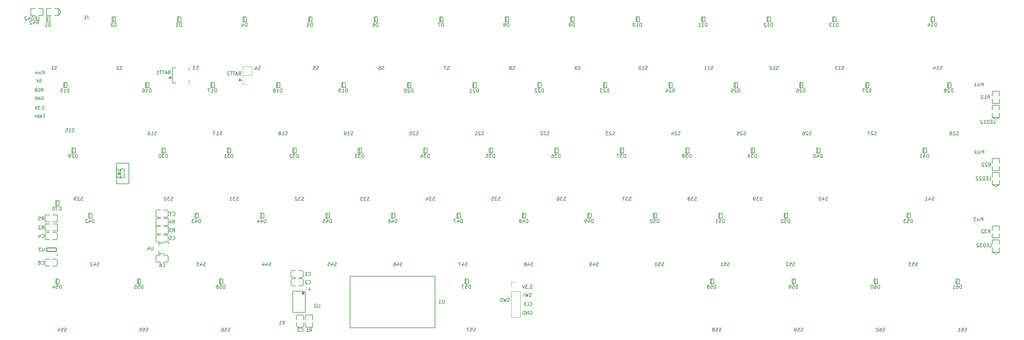
<source format=gbr>
%TF.GenerationSoftware,KiCad,Pcbnew,(5.1.0)-1*%
%TF.CreationDate,2019-04-30T15:13:16+08:00*%
%TF.ProjectId,keyboard,6b657962-6f61-4726-942e-6b696361645f,rev.C*%
%TF.SameCoordinates,PX3b67bd4PY97d81e8*%
%TF.FileFunction,Legend,Bot*%
%TF.FilePolarity,Positive*%
%FSLAX46Y46*%
G04 Gerber Fmt 4.6, Leading zero omitted, Abs format (unit mm)*
G04 Created by KiCad (PCBNEW (5.1.0)-1) date 2019-04-30 15:13:16*
%MOMM*%
%LPD*%
G04 APERTURE LIST*
%ADD10C,0.250000*%
%ADD11C,0.180000*%
%ADD12C,0.200000*%
%ADD13C,0.150000*%
%ADD14C,0.120000*%
%ADD15C,0.400000*%
%ADD16C,0.300000*%
%ADD17C,0.254000*%
G04 APERTURE END LIST*
D10*
X125922992Y-85542428D02*
X125161087Y-85542428D01*
X125542040Y-85923380D02*
X125542040Y-85161476D01*
X105613152Y-84897268D02*
X104851247Y-84897268D01*
X105232200Y-85278220D02*
X105232200Y-84516316D01*
D11*
X209981904Y-152890000D02*
X210077142Y-152842380D01*
X210220000Y-152842380D01*
X210362857Y-152890000D01*
X210458095Y-152985238D01*
X210505714Y-153080476D01*
X210553333Y-153270952D01*
X210553333Y-153413809D01*
X210505714Y-153604285D01*
X210458095Y-153699523D01*
X210362857Y-153794761D01*
X210220000Y-153842380D01*
X210124761Y-153842380D01*
X209981904Y-153794761D01*
X209934285Y-153747142D01*
X209934285Y-153413809D01*
X210124761Y-153413809D01*
X209505714Y-153842380D02*
X209505714Y-152842380D01*
X208934285Y-153842380D01*
X208934285Y-152842380D01*
X208458095Y-153842380D02*
X208458095Y-152842380D01*
X208220000Y-152842380D01*
X208077142Y-152890000D01*
X207981904Y-152985238D01*
X207934285Y-153080476D01*
X207886666Y-153270952D01*
X207886666Y-153413809D01*
X207934285Y-153604285D01*
X207981904Y-153699523D01*
X208077142Y-153794761D01*
X208220000Y-153842380D01*
X208458095Y-153842380D01*
X209935238Y-151197142D02*
X209982857Y-151244761D01*
X210125714Y-151292380D01*
X210220952Y-151292380D01*
X210363809Y-151244761D01*
X210459047Y-151149523D01*
X210506666Y-151054285D01*
X210554285Y-150863809D01*
X210554285Y-150720952D01*
X210506666Y-150530476D01*
X210459047Y-150435238D01*
X210363809Y-150340000D01*
X210220952Y-150292380D01*
X210125714Y-150292380D01*
X209982857Y-150340000D01*
X209935238Y-150387619D01*
X209030476Y-151292380D02*
X209506666Y-151292380D01*
X209506666Y-150292380D01*
X208697142Y-151292380D02*
X208697142Y-150292380D01*
X208125714Y-151292380D02*
X208554285Y-150720952D01*
X208125714Y-150292380D02*
X208697142Y-150863809D01*
X210395238Y-148594761D02*
X210252380Y-148642380D01*
X210014285Y-148642380D01*
X209919047Y-148594761D01*
X209871428Y-148547142D01*
X209823809Y-148451904D01*
X209823809Y-148356666D01*
X209871428Y-148261428D01*
X209919047Y-148213809D01*
X210014285Y-148166190D01*
X210204761Y-148118571D01*
X210300000Y-148070952D01*
X210347619Y-148023333D01*
X210395238Y-147928095D01*
X210395238Y-147832857D01*
X210347619Y-147737619D01*
X210300000Y-147690000D01*
X210204761Y-147642380D01*
X209966666Y-147642380D01*
X209823809Y-147690000D01*
X209490476Y-147642380D02*
X209252380Y-148642380D01*
X209061904Y-147928095D01*
X208871428Y-148642380D01*
X208633333Y-147642380D01*
X208252380Y-148642380D02*
X208252380Y-147642380D01*
X210736190Y-145302380D02*
X210117142Y-145302380D01*
X210450476Y-145683333D01*
X210307619Y-145683333D01*
X210212380Y-145730952D01*
X210164761Y-145778571D01*
X210117142Y-145873809D01*
X210117142Y-146111904D01*
X210164761Y-146207142D01*
X210212380Y-146254761D01*
X210307619Y-146302380D01*
X210593333Y-146302380D01*
X210688571Y-146254761D01*
X210736190Y-146207142D01*
X209688571Y-146207142D02*
X209640952Y-146254761D01*
X209688571Y-146302380D01*
X209736190Y-146254761D01*
X209688571Y-146207142D01*
X209688571Y-146302380D01*
X209307619Y-145302380D02*
X208688571Y-145302380D01*
X209021904Y-145683333D01*
X208879047Y-145683333D01*
X208783809Y-145730952D01*
X208736190Y-145778571D01*
X208688571Y-145873809D01*
X208688571Y-146111904D01*
X208736190Y-146207142D01*
X208783809Y-146254761D01*
X208879047Y-146302380D01*
X209164761Y-146302380D01*
X209260000Y-146254761D01*
X209307619Y-146207142D01*
X208402857Y-145302380D02*
X208069523Y-146302380D01*
X207736190Y-145302380D01*
D12*
X102010000Y-135322000D02*
X102010000Y-136147000D01*
X102010000Y-136147000D02*
X103410000Y-136147000D01*
X102010000Y-133047000D02*
X102010000Y-133872000D01*
X102010000Y-133047000D02*
X103410000Y-133047000D01*
D10*
X104905000Y-133047000D02*
G75*
G03X104905000Y-133047000I-125000J0D01*
G01*
D12*
X73423340Y-65747900D02*
X72878340Y-66782900D01*
X73423340Y-65747900D02*
X72878340Y-64712900D01*
X69338340Y-66782900D02*
X69338340Y-64712900D01*
X72878340Y-66782900D02*
X72878340Y-64712900D01*
X72878340Y-66782900D02*
X71558340Y-66782900D01*
X70658340Y-66782900D02*
X69338340Y-66782900D01*
X70658340Y-64712900D02*
X69338340Y-64712900D01*
X72878340Y-64712900D02*
X71558340Y-64712900D01*
X345482920Y-136220960D02*
X344447920Y-135675960D01*
X345482920Y-136220960D02*
X346517920Y-135675960D01*
X344447920Y-132135960D02*
X346517920Y-132135960D01*
X344447920Y-135675960D02*
X346517920Y-135675960D01*
X344447920Y-135675960D02*
X344447920Y-134355960D01*
X344447920Y-133455960D02*
X344447920Y-132135960D01*
X346517920Y-133455960D02*
X346517920Y-132135960D01*
X346517920Y-135675960D02*
X346517920Y-134355960D01*
X345482920Y-116628810D02*
X344447920Y-116083810D01*
X345482920Y-116628810D02*
X346517920Y-116083810D01*
X344447920Y-112543810D02*
X346517920Y-112543810D01*
X344447920Y-116083810D02*
X346517920Y-116083810D01*
X344447920Y-116083810D02*
X344447920Y-114763810D01*
X344447920Y-113863810D02*
X344447920Y-112543810D01*
X346517920Y-113863810D02*
X346517920Y-112543810D01*
X346517920Y-116083810D02*
X346517920Y-114763810D01*
X345482920Y-97036660D02*
X344447920Y-96491660D01*
X345482920Y-97036660D02*
X346517920Y-96491660D01*
X344447920Y-92951660D02*
X346517920Y-92951660D01*
X344447920Y-96491660D02*
X346517920Y-96491660D01*
X344447920Y-96491660D02*
X344447920Y-95171660D01*
X344447920Y-94271660D02*
X344447920Y-92951660D01*
X346517920Y-94271660D02*
X346517920Y-92951660D01*
X346517920Y-96491660D02*
X346517920Y-95171660D01*
X68259540Y-64712900D02*
X66939540Y-64712900D01*
X66039540Y-64712900D02*
X64719540Y-64712900D01*
X66039540Y-66782900D02*
X64719540Y-66782900D01*
X68259540Y-66782900D02*
X66939540Y-66782900D01*
X68259540Y-66782900D02*
X68259540Y-64712900D01*
X64719540Y-66782900D02*
X64719540Y-64712900D01*
X344447920Y-128043960D02*
X346517920Y-128043960D01*
X344447920Y-131583960D02*
X346517920Y-131583960D01*
X344447920Y-131583960D02*
X344447920Y-130263960D01*
X344447920Y-129363960D02*
X344447920Y-128043960D01*
X346517920Y-129363960D02*
X346517920Y-128043960D01*
X346517920Y-131583960D02*
X346517920Y-130263960D01*
X346517920Y-112002010D02*
X346517920Y-110682010D01*
X346517920Y-109782010D02*
X346517920Y-108462010D01*
X344447920Y-109782010D02*
X344447920Y-108462010D01*
X344447920Y-112002010D02*
X344447920Y-110682010D01*
X344447920Y-112002010D02*
X346517920Y-112002010D01*
X344447920Y-108462010D02*
X346517920Y-108462010D01*
X346517920Y-92420060D02*
X346517920Y-91100060D01*
X346517920Y-90200060D02*
X346517920Y-88880060D01*
X344447920Y-90200060D02*
X344447920Y-88880060D01*
X344447920Y-92420060D02*
X344447920Y-91100060D01*
X344447920Y-92420060D02*
X346517920Y-92420060D01*
X344447920Y-88880060D02*
X346517920Y-88880060D01*
D13*
X110817440Y-82766080D02*
X110817440Y-82006080D01*
X110817440Y-85706080D02*
X110817440Y-85706080D01*
X107017440Y-86406080D02*
X107017440Y-86406080D01*
X105917440Y-86406080D02*
X105917440Y-82006080D01*
X105917440Y-86406080D02*
X107017440Y-86406080D01*
X105917440Y-82006080D02*
X107007440Y-82006080D01*
X110817440Y-86406080D02*
X110817440Y-85706080D01*
D14*
X205850000Y-144420000D02*
X204520000Y-144420000D01*
X204520000Y-144420000D02*
X204520000Y-145750000D01*
X204520000Y-147020000D02*
X204520000Y-154700000D01*
X207180000Y-154700000D02*
X204520000Y-154700000D01*
X207180000Y-147020000D02*
X207180000Y-154700000D01*
X207180000Y-147020000D02*
X204520000Y-147020000D01*
D13*
X182377000Y-157757000D02*
X182377000Y-142757000D01*
X182377000Y-157757000D02*
X157577000Y-157757000D01*
X157577000Y-157757000D02*
X157577000Y-142757000D01*
X182377000Y-142757000D02*
X157577000Y-142757000D01*
D14*
X126335000Y-81623900D02*
X128995000Y-81623900D01*
X126335000Y-84223900D02*
X126335000Y-81623900D01*
X128995000Y-84223900D02*
X128995000Y-81623900D01*
X126335000Y-84223900D02*
X128995000Y-84223900D01*
X126335000Y-85493900D02*
X126335000Y-86823900D01*
X126335000Y-86823900D02*
X127665000Y-86823900D01*
D12*
X143597000Y-143092000D02*
G75*
G03X143997000Y-142692000I0J400000D01*
G01*
X143997000Y-141422000D02*
G75*
G03X143597000Y-141022000I-400000J0D01*
G01*
X140857000Y-141022000D02*
G75*
G03X140457000Y-141422000I0J-400000D01*
G01*
X140457000Y-142692010D02*
G75*
G03X140857000Y-143092010I400000J0D01*
G01*
X140857000Y-143092000D02*
X141777000Y-143092000D01*
X142677000Y-143092000D02*
X143597000Y-143092000D01*
X142677000Y-141022000D02*
X143597000Y-141022000D01*
X143997000Y-141422000D02*
X143997000Y-142692000D01*
X140857000Y-141022000D02*
X141777000Y-141022000D01*
X140457000Y-141422000D02*
X140457000Y-142692000D01*
X143597000Y-145515000D02*
G75*
G03X143997000Y-145115000I0J400000D01*
G01*
X143997000Y-143845000D02*
G75*
G03X143597000Y-143445000I-400000J0D01*
G01*
X140857000Y-143445000D02*
G75*
G03X140457000Y-143845000I0J-400000D01*
G01*
X140457000Y-145115010D02*
G75*
G03X140857000Y-145515010I400000J0D01*
G01*
X140857000Y-145515000D02*
X141777000Y-145515000D01*
X142677000Y-145515000D02*
X143597000Y-145515000D01*
X142677000Y-143445000D02*
X143597000Y-143445000D01*
X143997000Y-143845000D02*
X143997000Y-145115000D01*
X140857000Y-143445000D02*
X141777000Y-143445000D01*
X140457000Y-143845000D02*
X140457000Y-145115000D01*
X142074000Y-157145000D02*
G75*
G03X142474000Y-157545000I400000J0D01*
G01*
X143744000Y-157545000D02*
G75*
G03X144144000Y-157145000I0J400000D01*
G01*
X144144000Y-154405000D02*
G75*
G03X143744000Y-154005000I-400000J0D01*
G01*
X142473990Y-154005000D02*
G75*
G03X142073990Y-154405000I0J-400000D01*
G01*
X142074000Y-154405000D02*
X142074000Y-155325000D01*
X142074000Y-156225000D02*
X142074000Y-157145000D01*
X144144000Y-156225000D02*
X144144000Y-157145000D01*
X143744000Y-157545000D02*
X142474000Y-157545000D01*
X144144000Y-154405000D02*
X144144000Y-155325000D01*
X143744000Y-154005000D02*
X142474000Y-154005000D01*
X72045500Y-132098000D02*
G75*
G03X72445500Y-131698000I0J400000D01*
G01*
X72445500Y-130428000D02*
G75*
G03X72045500Y-130028000I-400000J0D01*
G01*
X69305500Y-130028000D02*
G75*
G03X68905500Y-130428000I0J-400000D01*
G01*
X68905500Y-131698010D02*
G75*
G03X69305500Y-132098010I400000J0D01*
G01*
X69305500Y-132098000D02*
X70225500Y-132098000D01*
X71125500Y-132098000D02*
X72045500Y-132098000D01*
X71125500Y-130028000D02*
X72045500Y-130028000D01*
X72445500Y-130428000D02*
X72445500Y-131698000D01*
X69305500Y-130028000D02*
X70225500Y-130028000D01*
X68905500Y-130428000D02*
X68905500Y-131698000D01*
X104280000Y-132751000D02*
G75*
G03X104680000Y-132351000I0J400000D01*
G01*
X104680000Y-131081000D02*
G75*
G03X104280000Y-130681000I-400000J0D01*
G01*
X101540000Y-130681000D02*
G75*
G03X101140000Y-131081000I0J-400000D01*
G01*
X101140000Y-132351010D02*
G75*
G03X101540000Y-132751010I400000J0D01*
G01*
X101540000Y-132751000D02*
X102460000Y-132751000D01*
X103360000Y-132751000D02*
X104280000Y-132751000D01*
X103360000Y-130681000D02*
X104280000Y-130681000D01*
X104680000Y-131081000D02*
X104680000Y-132351000D01*
X101540000Y-130681000D02*
X102460000Y-130681000D01*
X101140000Y-131081000D02*
X101140000Y-132351000D01*
X101540000Y-136539000D02*
G75*
G03X101140000Y-136939000I0J-400000D01*
G01*
X101140000Y-138209000D02*
G75*
G03X101540000Y-138609000I400000J0D01*
G01*
X104280000Y-138609000D02*
G75*
G03X104680000Y-138209000I0J400000D01*
G01*
X104680000Y-136938990D02*
G75*
G03X104280000Y-136538990I-400000J0D01*
G01*
X104280000Y-136539000D02*
X103360000Y-136539000D01*
X102460000Y-136539000D02*
X101540000Y-136539000D01*
X102460000Y-138609000D02*
X101540000Y-138609000D01*
X101140000Y-138209000D02*
X101140000Y-136939000D01*
X104280000Y-138609000D02*
X103360000Y-138609000D01*
X104680000Y-138209000D02*
X104680000Y-136939000D01*
X101540000Y-123459000D02*
G75*
G03X101140000Y-123859000I0J-400000D01*
G01*
X101140000Y-125129000D02*
G75*
G03X101540000Y-125529000I400000J0D01*
G01*
X104280000Y-125529000D02*
G75*
G03X104680000Y-125129000I0J400000D01*
G01*
X104680000Y-123858990D02*
G75*
G03X104280000Y-123458990I-400000J0D01*
G01*
X104280000Y-123459000D02*
X103360000Y-123459000D01*
X102460000Y-123459000D02*
X101540000Y-123459000D01*
X102460000Y-125529000D02*
X101540000Y-125529000D01*
X101140000Y-125129000D02*
X101140000Y-123859000D01*
X104280000Y-125529000D02*
X103360000Y-125529000D01*
X104680000Y-125129000D02*
X104680000Y-123859000D01*
X72045500Y-139793000D02*
G75*
G03X72445500Y-139393000I0J400000D01*
G01*
X72445500Y-138123000D02*
G75*
G03X72045500Y-137723000I-400000J0D01*
G01*
X69305500Y-137723000D02*
G75*
G03X68905500Y-138123000I0J-400000D01*
G01*
X68905500Y-139393010D02*
G75*
G03X69305500Y-139793010I400000J0D01*
G01*
X69305500Y-139793000D02*
X70225500Y-139793000D01*
X71125500Y-139793000D02*
X72045500Y-139793000D01*
X71125500Y-137723000D02*
X72045500Y-137723000D01*
X72445500Y-138123000D02*
X72445500Y-139393000D01*
X69305500Y-137723000D02*
X70225500Y-137723000D01*
X68905500Y-138123000D02*
X68905500Y-139393000D01*
X69629700Y-67217100D02*
X69629700Y-68617100D01*
X69329700Y-67217100D02*
X69329700Y-68617100D01*
X70329700Y-67217100D02*
X70329700Y-68617100D01*
X69329700Y-67217100D02*
X70329700Y-67217100D01*
X69329700Y-68617100D02*
X70329700Y-68617100D01*
X88685000Y-67217100D02*
X88685000Y-68617100D01*
X88385000Y-67217100D02*
X88385000Y-68617100D01*
X89385000Y-67217100D02*
X89385000Y-68617100D01*
X88385000Y-67217100D02*
X89385000Y-67217100D01*
X88385000Y-68617100D02*
X89385000Y-68617100D01*
X107740000Y-67217100D02*
X107740000Y-68617100D01*
X107440000Y-67217100D02*
X107440000Y-68617100D01*
X108440000Y-67217100D02*
X108440000Y-68617100D01*
X107440000Y-67217100D02*
X108440000Y-67217100D01*
X107440000Y-68617100D02*
X108440000Y-68617100D01*
X126795000Y-67217100D02*
X126795000Y-68617100D01*
X126495000Y-67217100D02*
X126495000Y-68617100D01*
X127495000Y-67217100D02*
X127495000Y-68617100D01*
X126495000Y-67217100D02*
X127495000Y-67217100D01*
X126495000Y-68617100D02*
X127495000Y-68617100D01*
X145850000Y-67217100D02*
X145850000Y-68617100D01*
X145550000Y-67217100D02*
X145550000Y-68617100D01*
X146550000Y-67217100D02*
X146550000Y-68617100D01*
X145550000Y-67217100D02*
X146550000Y-67217100D01*
X145550000Y-68617100D02*
X146550000Y-68617100D01*
X164905000Y-67217100D02*
X164905000Y-68617100D01*
X164605000Y-67217100D02*
X164605000Y-68617100D01*
X165605000Y-67217100D02*
X165605000Y-68617100D01*
X164605000Y-67217100D02*
X165605000Y-67217100D01*
X164605000Y-68617100D02*
X165605000Y-68617100D01*
X183961000Y-67217100D02*
X183961000Y-68617100D01*
X183661000Y-67217100D02*
X183661000Y-68617100D01*
X184661000Y-67217100D02*
X184661000Y-68617100D01*
X183661000Y-67217100D02*
X184661000Y-67217100D01*
X183661000Y-68617100D02*
X184661000Y-68617100D01*
X203016000Y-67217100D02*
X203016000Y-68617100D01*
X202716000Y-67217100D02*
X202716000Y-68617100D01*
X203716000Y-67217100D02*
X203716000Y-68617100D01*
X202716000Y-67217100D02*
X203716000Y-67217100D01*
X202716000Y-68617100D02*
X203716000Y-68617100D01*
X222071000Y-67217100D02*
X222071000Y-68617100D01*
X221771000Y-67217100D02*
X221771000Y-68617100D01*
X222771000Y-67217100D02*
X222771000Y-68617100D01*
X221771000Y-67217100D02*
X222771000Y-67217100D01*
X221771000Y-68617100D02*
X222771000Y-68617100D01*
X241127000Y-67217100D02*
X241127000Y-68617100D01*
X240827000Y-67217100D02*
X240827000Y-68617100D01*
X241827000Y-67217100D02*
X241827000Y-68617100D01*
X240827000Y-67217100D02*
X241827000Y-67217100D01*
X240827000Y-68617100D02*
X241827000Y-68617100D01*
X260182000Y-67217100D02*
X260182000Y-68617100D01*
X259882000Y-67217100D02*
X259882000Y-68617100D01*
X260882000Y-67217100D02*
X260882000Y-68617100D01*
X259882000Y-67217100D02*
X260882000Y-67217100D01*
X259882000Y-68617100D02*
X260882000Y-68617100D01*
X279237000Y-67217100D02*
X279237000Y-68617100D01*
X278937000Y-67217100D02*
X278937000Y-68617100D01*
X279937000Y-67217100D02*
X279937000Y-68617100D01*
X278937000Y-67217100D02*
X279937000Y-67217100D01*
X278937000Y-68617100D02*
X279937000Y-68617100D01*
X298293000Y-67217100D02*
X298293000Y-68617100D01*
X297993000Y-67217100D02*
X297993000Y-68617100D01*
X298993000Y-67217100D02*
X298993000Y-68617100D01*
X297993000Y-67217100D02*
X298993000Y-67217100D01*
X297993000Y-68617100D02*
X298993000Y-68617100D01*
X326931000Y-67217100D02*
X326931000Y-68617100D01*
X326631000Y-67217100D02*
X326631000Y-68617100D01*
X327631000Y-67217100D02*
X327631000Y-68617100D01*
X326631000Y-67217100D02*
X327631000Y-67217100D01*
X326631000Y-68617100D02*
X327631000Y-68617100D01*
X74572200Y-86353600D02*
X74572200Y-87753600D01*
X74272200Y-86353600D02*
X74272200Y-87753600D01*
X75272200Y-86353600D02*
X75272200Y-87753600D01*
X74272200Y-86353600D02*
X75272200Y-86353600D01*
X74272200Y-87753600D02*
X75272200Y-87753600D01*
X98386200Y-86353600D02*
X98386200Y-87753600D01*
X98086200Y-86353600D02*
X98086200Y-87753600D01*
X99086200Y-86353600D02*
X99086200Y-87753600D01*
X98086200Y-86353600D02*
X99086200Y-86353600D01*
X98086200Y-87753600D02*
X99086200Y-87753600D01*
X117434000Y-86353600D02*
X117434000Y-87753600D01*
X117134000Y-86353600D02*
X117134000Y-87753600D01*
X118134000Y-86353600D02*
X118134000Y-87753600D01*
X117134000Y-86353600D02*
X118134000Y-86353600D01*
X117134000Y-87753600D02*
X118134000Y-87753600D01*
X136482000Y-86353600D02*
X136482000Y-87753600D01*
X136182000Y-86353600D02*
X136182000Y-87753600D01*
X137182000Y-86353600D02*
X137182000Y-87753600D01*
X136182000Y-86353600D02*
X137182000Y-86353600D01*
X136182000Y-87753600D02*
X137182000Y-87753600D01*
X155531000Y-86353600D02*
X155531000Y-87753600D01*
X155231000Y-86353600D02*
X155231000Y-87753600D01*
X156231000Y-86353600D02*
X156231000Y-87753600D01*
X155231000Y-86353600D02*
X156231000Y-86353600D01*
X155231000Y-87753600D02*
X156231000Y-87753600D01*
X174579000Y-86353600D02*
X174579000Y-87753600D01*
X174279000Y-86353600D02*
X174279000Y-87753600D01*
X175279000Y-86353600D02*
X175279000Y-87753600D01*
X174279000Y-86353600D02*
X175279000Y-86353600D01*
X174279000Y-87753600D02*
X175279000Y-87753600D01*
X193627000Y-86353600D02*
X193627000Y-87753600D01*
X193327000Y-86353600D02*
X193327000Y-87753600D01*
X194327000Y-86353600D02*
X194327000Y-87753600D01*
X193327000Y-86353600D02*
X194327000Y-86353600D01*
X193327000Y-87753600D02*
X194327000Y-87753600D01*
X212556000Y-86353600D02*
X212556000Y-87753600D01*
X212256000Y-86353600D02*
X212256000Y-87753600D01*
X213256000Y-86353600D02*
X213256000Y-87753600D01*
X212256000Y-86353600D02*
X213256000Y-86353600D01*
X212256000Y-87753600D02*
X213256000Y-87753600D01*
X231616000Y-86353600D02*
X231616000Y-87753600D01*
X231316000Y-86353600D02*
X231316000Y-87753600D01*
X232316000Y-86353600D02*
X232316000Y-87753600D01*
X231316000Y-86353600D02*
X232316000Y-86353600D01*
X231316000Y-87753600D02*
X232316000Y-87753600D01*
X250676000Y-86353600D02*
X250676000Y-87753600D01*
X250376000Y-86353600D02*
X250376000Y-87753600D01*
X251376000Y-86353600D02*
X251376000Y-87753600D01*
X250376000Y-86353600D02*
X251376000Y-86353600D01*
X250376000Y-87753600D02*
X251376000Y-87753600D01*
X269716000Y-86353600D02*
X269716000Y-87753600D01*
X269416000Y-86353600D02*
X269416000Y-87753600D01*
X270416000Y-86353600D02*
X270416000Y-87753600D01*
X269416000Y-86353600D02*
X270416000Y-86353600D01*
X269416000Y-87753600D02*
X270416000Y-87753600D01*
X288686000Y-86353600D02*
X288686000Y-87753600D01*
X288386000Y-86353600D02*
X288386000Y-87753600D01*
X289386000Y-86353600D02*
X289386000Y-87753600D01*
X288386000Y-86353600D02*
X289386000Y-86353600D01*
X288386000Y-87753600D02*
X289386000Y-87753600D01*
X307916000Y-86353600D02*
X307916000Y-87753600D01*
X307616000Y-86353600D02*
X307616000Y-87753600D01*
X308616000Y-86353600D02*
X308616000Y-87753600D01*
X307616000Y-86353600D02*
X308616000Y-86353600D01*
X307616000Y-87753600D02*
X308616000Y-87753600D01*
X331726000Y-86353600D02*
X331726000Y-87753600D01*
X331426000Y-86353600D02*
X331426000Y-87753600D01*
X332426000Y-86353600D02*
X332426000Y-87753600D01*
X331426000Y-86353600D02*
X332426000Y-86353600D01*
X331426000Y-87753600D02*
X332426000Y-87753600D01*
X76951600Y-105396000D02*
X76951600Y-106796000D01*
X76651600Y-105396000D02*
X76651600Y-106796000D01*
X77651600Y-105396000D02*
X77651600Y-106796000D01*
X76651600Y-105396000D02*
X77651600Y-105396000D01*
X76651600Y-106796000D02*
X77651600Y-106796000D01*
X103152000Y-105396000D02*
X103152000Y-106796000D01*
X102852000Y-105396000D02*
X102852000Y-106796000D01*
X103852000Y-105396000D02*
X103852000Y-106796000D01*
X102852000Y-105396000D02*
X103852000Y-105396000D01*
X102852000Y-106796000D02*
X103852000Y-106796000D01*
X122201000Y-105396000D02*
X122201000Y-106796000D01*
X121901000Y-105396000D02*
X121901000Y-106796000D01*
X122901000Y-105396000D02*
X122901000Y-106796000D01*
X121901000Y-105396000D02*
X122901000Y-105396000D01*
X121901000Y-106796000D02*
X122901000Y-106796000D01*
X141250000Y-105396000D02*
X141250000Y-106796000D01*
X140950000Y-105396000D02*
X140950000Y-106796000D01*
X141950000Y-105396000D02*
X141950000Y-106796000D01*
X140950000Y-105396000D02*
X141950000Y-105396000D01*
X140950000Y-106796000D02*
X141950000Y-106796000D01*
X160299000Y-105396000D02*
X160299000Y-106796000D01*
X159999000Y-105396000D02*
X159999000Y-106796000D01*
X160999000Y-105396000D02*
X160999000Y-106796000D01*
X159999000Y-105396000D02*
X160999000Y-105396000D01*
X159999000Y-106796000D02*
X160999000Y-106796000D01*
X179348000Y-105396000D02*
X179348000Y-106796000D01*
X179048000Y-105396000D02*
X179048000Y-106796000D01*
X180048000Y-105396000D02*
X180048000Y-106796000D01*
X179048000Y-105396000D02*
X180048000Y-105396000D01*
X179048000Y-106796000D02*
X180048000Y-106796000D01*
X198397000Y-105396000D02*
X198397000Y-106796000D01*
X198097000Y-105396000D02*
X198097000Y-106796000D01*
X199097000Y-105396000D02*
X199097000Y-106796000D01*
X198097000Y-105396000D02*
X199097000Y-105396000D01*
X198097000Y-106796000D02*
X199097000Y-106796000D01*
X217446000Y-105396000D02*
X217446000Y-106796000D01*
X217146000Y-105396000D02*
X217146000Y-106796000D01*
X218146000Y-105396000D02*
X218146000Y-106796000D01*
X217146000Y-105396000D02*
X218146000Y-105396000D01*
X217146000Y-106796000D02*
X218146000Y-106796000D01*
X236495000Y-105396000D02*
X236495000Y-106796000D01*
X236195000Y-105396000D02*
X236195000Y-106796000D01*
X237195000Y-105396000D02*
X237195000Y-106796000D01*
X236195000Y-105396000D02*
X237195000Y-105396000D01*
X236195000Y-106796000D02*
X237195000Y-106796000D01*
X255544000Y-105396000D02*
X255544000Y-106796000D01*
X255244000Y-105396000D02*
X255244000Y-106796000D01*
X256244000Y-105396000D02*
X256244000Y-106796000D01*
X255244000Y-105396000D02*
X256244000Y-105396000D01*
X255244000Y-106796000D02*
X256244000Y-106796000D01*
X274593000Y-105396000D02*
X274593000Y-106796000D01*
X274293000Y-105396000D02*
X274293000Y-106796000D01*
X275293000Y-105396000D02*
X275293000Y-106796000D01*
X274293000Y-105396000D02*
X275293000Y-105396000D01*
X274293000Y-106796000D02*
X275293000Y-106796000D01*
X293642000Y-105396000D02*
X293642000Y-106796000D01*
X293342000Y-105396000D02*
X293342000Y-106796000D01*
X294342000Y-105396000D02*
X294342000Y-106796000D01*
X293342000Y-105396000D02*
X294342000Y-105396000D01*
X293342000Y-106796000D02*
X294342000Y-106796000D01*
X324602000Y-105396000D02*
X324602000Y-106796000D01*
X324302000Y-105396000D02*
X324302000Y-106796000D01*
X325302000Y-105396000D02*
X325302000Y-106796000D01*
X324302000Y-105396000D02*
X325302000Y-105396000D01*
X324302000Y-106796000D02*
X325302000Y-106796000D01*
X81817900Y-124398000D02*
X81817900Y-125798000D01*
X81517900Y-124398000D02*
X81517900Y-125798000D01*
X82517900Y-124398000D02*
X82517900Y-125798000D01*
X81517900Y-124398000D02*
X82517900Y-124398000D01*
X81517900Y-125798000D02*
X82517900Y-125798000D01*
X112788000Y-124398000D02*
X112788000Y-125798000D01*
X112488000Y-124398000D02*
X112488000Y-125798000D01*
X113488000Y-124398000D02*
X113488000Y-125798000D01*
X112488000Y-124398000D02*
X113488000Y-124398000D01*
X112488000Y-125798000D02*
X113488000Y-125798000D01*
X131837000Y-124398000D02*
X131837000Y-125798000D01*
X131537000Y-124398000D02*
X131537000Y-125798000D01*
X132537000Y-124398000D02*
X132537000Y-125798000D01*
X131537000Y-124398000D02*
X132537000Y-124398000D01*
X131537000Y-125798000D02*
X132537000Y-125798000D01*
X150886000Y-124398000D02*
X150886000Y-125798000D01*
X150586000Y-124398000D02*
X150586000Y-125798000D01*
X151586000Y-124398000D02*
X151586000Y-125798000D01*
X150586000Y-124398000D02*
X151586000Y-124398000D01*
X150586000Y-125798000D02*
X151586000Y-125798000D01*
X169935000Y-124398000D02*
X169935000Y-125798000D01*
X169635000Y-124398000D02*
X169635000Y-125798000D01*
X170635000Y-124398000D02*
X170635000Y-125798000D01*
X169635000Y-124398000D02*
X170635000Y-124398000D01*
X169635000Y-125798000D02*
X170635000Y-125798000D01*
X188984000Y-124398000D02*
X188984000Y-125798000D01*
X188684000Y-124398000D02*
X188684000Y-125798000D01*
X189684000Y-124398000D02*
X189684000Y-125798000D01*
X188684000Y-124398000D02*
X189684000Y-124398000D01*
X188684000Y-125798000D02*
X189684000Y-125798000D01*
X208032000Y-124398000D02*
X208032000Y-125798000D01*
X207732000Y-124398000D02*
X207732000Y-125798000D01*
X208732000Y-124398000D02*
X208732000Y-125798000D01*
X207732000Y-124398000D02*
X208732000Y-124398000D01*
X207732000Y-125798000D02*
X208732000Y-125798000D01*
X227081000Y-124398000D02*
X227081000Y-125798000D01*
X226781000Y-124398000D02*
X226781000Y-125798000D01*
X227781000Y-124398000D02*
X227781000Y-125798000D01*
X226781000Y-124398000D02*
X227781000Y-124398000D01*
X226781000Y-125798000D02*
X227781000Y-125798000D01*
X246130000Y-124398000D02*
X246130000Y-125798000D01*
X245830000Y-124398000D02*
X245830000Y-125798000D01*
X246830000Y-124398000D02*
X246830000Y-125798000D01*
X245830000Y-124398000D02*
X246830000Y-124398000D01*
X245830000Y-125798000D02*
X246830000Y-125798000D01*
X265179000Y-124398000D02*
X265179000Y-125798000D01*
X264879000Y-124398000D02*
X264879000Y-125798000D01*
X265879000Y-124398000D02*
X265879000Y-125798000D01*
X264879000Y-124398000D02*
X265879000Y-124398000D01*
X264879000Y-125798000D02*
X265879000Y-125798000D01*
X284228000Y-124398000D02*
X284228000Y-125798000D01*
X283928000Y-124398000D02*
X283928000Y-125798000D01*
X284928000Y-124398000D02*
X284928000Y-125798000D01*
X283928000Y-124398000D02*
X284928000Y-124398000D01*
X283928000Y-125798000D02*
X284928000Y-125798000D01*
X319928000Y-124398000D02*
X319928000Y-125798000D01*
X319628000Y-124398000D02*
X319628000Y-125798000D01*
X320628000Y-124398000D02*
X320628000Y-125798000D01*
X319628000Y-124398000D02*
X320628000Y-124398000D01*
X319628000Y-125798000D02*
X320628000Y-125798000D01*
X72275100Y-143520000D02*
X72275100Y-144920000D01*
X71975100Y-143520000D02*
X71975100Y-144920000D01*
X72975100Y-143520000D02*
X72975100Y-144920000D01*
X71975100Y-143520000D02*
X72975100Y-143520000D01*
X71975100Y-144920000D02*
X72975100Y-144920000D01*
X96073600Y-143520000D02*
X96073600Y-144920000D01*
X95773600Y-143520000D02*
X95773600Y-144920000D01*
X96773600Y-143520000D02*
X96773600Y-144920000D01*
X95773600Y-143520000D02*
X96773600Y-143520000D01*
X95773600Y-144920000D02*
X96773600Y-144920000D01*
X119873000Y-143520000D02*
X119873000Y-144920000D01*
X119573000Y-143520000D02*
X119573000Y-144920000D01*
X120573000Y-143520000D02*
X120573000Y-144920000D01*
X119573000Y-143520000D02*
X120573000Y-143520000D01*
X119573000Y-144920000D02*
X120573000Y-144920000D01*
X191333000Y-143520000D02*
X191333000Y-144920000D01*
X191033000Y-143520000D02*
X191033000Y-144920000D01*
X192033000Y-143520000D02*
X192033000Y-144920000D01*
X191033000Y-143520000D02*
X192033000Y-143520000D01*
X191033000Y-144920000D02*
X192033000Y-144920000D01*
X262745000Y-143520000D02*
X262745000Y-144920000D01*
X262445000Y-143520000D02*
X262445000Y-144920000D01*
X263445000Y-143520000D02*
X263445000Y-144920000D01*
X262445000Y-143520000D02*
X263445000Y-143520000D01*
X262445000Y-144920000D02*
X263445000Y-144920000D01*
X286561000Y-143520000D02*
X286561000Y-144920000D01*
X286261000Y-143520000D02*
X286261000Y-144920000D01*
X287261000Y-143520000D02*
X287261000Y-144920000D01*
X286261000Y-143520000D02*
X287261000Y-143520000D01*
X286261000Y-144920000D02*
X287261000Y-144920000D01*
X310377000Y-143520000D02*
X310377000Y-144920000D01*
X310077000Y-143520000D02*
X310077000Y-144920000D01*
X311077000Y-143520000D02*
X311077000Y-144920000D01*
X310077000Y-143520000D02*
X311077000Y-143520000D01*
X310077000Y-144920000D02*
X311077000Y-144920000D01*
X334193000Y-143520000D02*
X334193000Y-144920000D01*
X333893000Y-143520000D02*
X333893000Y-144920000D01*
X334893000Y-143520000D02*
X334893000Y-144920000D01*
X333893000Y-143520000D02*
X334893000Y-143520000D01*
X333893000Y-144920000D02*
X334893000Y-144920000D01*
X146717000Y-157545000D02*
X144647000Y-157545000D01*
X146717000Y-154005000D02*
X144647000Y-154005000D01*
X146717000Y-154005000D02*
X146717000Y-155325000D01*
X146717000Y-156225000D02*
X146717000Y-157545000D01*
X144647000Y-156225000D02*
X144647000Y-157545000D01*
X144647000Y-154005000D02*
X144647000Y-155325000D01*
X68905500Y-129551000D02*
X68905500Y-127481000D01*
X72445500Y-129551000D02*
X72445500Y-127481000D01*
X72445500Y-129551000D02*
X71125500Y-129551000D01*
X70225500Y-129551000D02*
X68905500Y-129551000D01*
X70225500Y-127481000D02*
X68905500Y-127481000D01*
X72445500Y-127481000D02*
X71125500Y-127481000D01*
X104680000Y-128268000D02*
X104680000Y-130338000D01*
X101140000Y-128268000D02*
X101140000Y-130338000D01*
X101140000Y-128268000D02*
X102460000Y-128268000D01*
X103360000Y-128268000D02*
X104680000Y-128268000D01*
X103360000Y-130338000D02*
X104680000Y-130338000D01*
X101140000Y-130338000D02*
X102460000Y-130338000D01*
X101140000Y-127925000D02*
X101140000Y-125855000D01*
X104680000Y-127925000D02*
X104680000Y-125855000D01*
X104680000Y-127925000D02*
X103360000Y-127925000D01*
X102460000Y-127925000D02*
X101140000Y-127925000D01*
X102460000Y-125855000D02*
X101140000Y-125855000D01*
X104680000Y-125855000D02*
X103360000Y-125855000D01*
D13*
X90932000Y-114070000D02*
X91948000Y-114070000D01*
X90932000Y-111530000D02*
X90932000Y-114070000D01*
X91948000Y-111530000D02*
X90932000Y-111530000D01*
X91948000Y-114070000D02*
X91948000Y-111530000D01*
X89590000Y-115800000D02*
X93290000Y-115800000D01*
X93290000Y-109800000D02*
X93290000Y-115800000D01*
X93290000Y-109800000D02*
X89590000Y-109800000D01*
X89590000Y-115800000D02*
X89590000Y-109800000D01*
D12*
X144534000Y-147045000D02*
X144534000Y-153245000D01*
X140934000Y-147045000D02*
X140934000Y-153245000D01*
X144534000Y-147045000D02*
X140934000Y-147045000D01*
X144534000Y-153245000D02*
X140934000Y-153245000D01*
D15*
X144134000Y-147645000D02*
G75*
G03X144134000Y-147645000I-200000J0D01*
G01*
D16*
X145984000Y-146545000D02*
G75*
G03X145984000Y-146545000I-150000J0D01*
G01*
D10*
X72560700Y-136510000D02*
G75*
G03X72560700Y-136510000I-125000J0D01*
G01*
D17*
X72085700Y-134410000D02*
X72085700Y-135410000D01*
X69285700Y-134410000D02*
X69285700Y-135410000D01*
X72085700Y-135410000D02*
X69285700Y-135410000D01*
X72085700Y-134410000D02*
X69285700Y-134410000D01*
D12*
X72233200Y-120732000D02*
X72233200Y-122132000D01*
X71933200Y-120732000D02*
X71933200Y-122132000D01*
X72933200Y-120732000D02*
X72933200Y-122132000D01*
X71933200Y-120732000D02*
X72933200Y-120732000D01*
X71933200Y-122132000D02*
X72933200Y-122132000D01*
X68905500Y-126912000D02*
X68905500Y-124842000D01*
X72445500Y-126912000D02*
X72445500Y-124842000D01*
X72445500Y-126912000D02*
X71125500Y-126912000D01*
X70225500Y-126912000D02*
X68905500Y-126912000D01*
X70225500Y-124842000D02*
X68905500Y-124842000D01*
X72445500Y-124842000D02*
X71125500Y-124842000D01*
D13*
X100281744Y-134097640D02*
X100281744Y-134907164D01*
X100234125Y-135002402D01*
X100186506Y-135050021D01*
X100091268Y-135097640D01*
X99900792Y-135097640D01*
X99805554Y-135050021D01*
X99757935Y-135002402D01*
X99710316Y-134907164D01*
X99710316Y-134097640D01*
X98805554Y-134430974D02*
X98805554Y-135097640D01*
X99043649Y-134050021D02*
X99281744Y-134764307D01*
X98662697Y-134764307D01*
X66644638Y-68133220D02*
X67120828Y-68133220D01*
X67120828Y-67133220D01*
X66311304Y-67609411D02*
X65977971Y-67609411D01*
X65835114Y-68133220D02*
X66311304Y-68133220D01*
X66311304Y-67133220D01*
X65835114Y-67133220D01*
X65406542Y-68133220D02*
X65406542Y-67133220D01*
X65168447Y-67133220D01*
X65025590Y-67180840D01*
X64930352Y-67276078D01*
X64882733Y-67371316D01*
X64835114Y-67561792D01*
X64835114Y-67704649D01*
X64882733Y-67895125D01*
X64930352Y-67990363D01*
X65025590Y-68085601D01*
X65168447Y-68133220D01*
X65406542Y-68133220D01*
X63977971Y-67466554D02*
X63977971Y-68133220D01*
X64216066Y-67085601D02*
X64454161Y-67799887D01*
X63835114Y-67799887D01*
X63501780Y-67228459D02*
X63454161Y-67180840D01*
X63358923Y-67133220D01*
X63120828Y-67133220D01*
X63025590Y-67180840D01*
X62977971Y-67228459D01*
X62930352Y-67323697D01*
X62930352Y-67418935D01*
X62977971Y-67561792D01*
X63549400Y-68133220D01*
X62930352Y-68133220D01*
X343649418Y-134196080D02*
X344125608Y-134196080D01*
X344125608Y-133196080D01*
X343316084Y-133672271D02*
X342982751Y-133672271D01*
X342839894Y-134196080D02*
X343316084Y-134196080D01*
X343316084Y-133196080D01*
X342839894Y-133196080D01*
X342411322Y-134196080D02*
X342411322Y-133196080D01*
X342173227Y-133196080D01*
X342030370Y-133243700D01*
X341935132Y-133338938D01*
X341887513Y-133434176D01*
X341839894Y-133624652D01*
X341839894Y-133767509D01*
X341887513Y-133957985D01*
X341935132Y-134053223D01*
X342030370Y-134148461D01*
X342173227Y-134196080D01*
X342411322Y-134196080D01*
X341506560Y-133196080D02*
X340887513Y-133196080D01*
X341220846Y-133577033D01*
X341077989Y-133577033D01*
X340982751Y-133624652D01*
X340935132Y-133672271D01*
X340887513Y-133767509D01*
X340887513Y-134005604D01*
X340935132Y-134100842D01*
X340982751Y-134148461D01*
X341077989Y-134196080D01*
X341363703Y-134196080D01*
X341458941Y-134148461D01*
X341506560Y-134100842D01*
X340506560Y-133291319D02*
X340458941Y-133243700D01*
X340363703Y-133196080D01*
X340125608Y-133196080D01*
X340030370Y-133243700D01*
X339982751Y-133291319D01*
X339935132Y-133386557D01*
X339935132Y-133481795D01*
X339982751Y-133624652D01*
X340554180Y-134196080D01*
X339935132Y-134196080D01*
X343524958Y-114718190D02*
X344001148Y-114718190D01*
X344001148Y-113718190D01*
X343191624Y-114194381D02*
X342858291Y-114194381D01*
X342715434Y-114718190D02*
X343191624Y-114718190D01*
X343191624Y-113718190D01*
X342715434Y-113718190D01*
X342286862Y-114718190D02*
X342286862Y-113718190D01*
X342048767Y-113718190D01*
X341905910Y-113765810D01*
X341810672Y-113861048D01*
X341763053Y-113956286D01*
X341715434Y-114146762D01*
X341715434Y-114289619D01*
X341763053Y-114480095D01*
X341810672Y-114575333D01*
X341905910Y-114670571D01*
X342048767Y-114718190D01*
X342286862Y-114718190D01*
X341334481Y-113813429D02*
X341286862Y-113765810D01*
X341191624Y-113718190D01*
X340953529Y-113718190D01*
X340858291Y-113765810D01*
X340810672Y-113813429D01*
X340763053Y-113908667D01*
X340763053Y-114003905D01*
X340810672Y-114146762D01*
X341382100Y-114718190D01*
X340763053Y-114718190D01*
X340382100Y-113813429D02*
X340334481Y-113765810D01*
X340239243Y-113718190D01*
X340001148Y-113718190D01*
X339905910Y-113765810D01*
X339858291Y-113813429D01*
X339810672Y-113908667D01*
X339810672Y-114003905D01*
X339858291Y-114146762D01*
X340429720Y-114718190D01*
X339810672Y-114718190D01*
X344749238Y-98298260D02*
X345225428Y-98298260D01*
X345225428Y-97298260D01*
X344415904Y-97774451D02*
X344082571Y-97774451D01*
X343939714Y-98298260D02*
X344415904Y-98298260D01*
X344415904Y-97298260D01*
X343939714Y-97298260D01*
X343511142Y-98298260D02*
X343511142Y-97298260D01*
X343273047Y-97298260D01*
X343130190Y-97345880D01*
X343034952Y-97441118D01*
X342987333Y-97536356D01*
X342939714Y-97726832D01*
X342939714Y-97869689D01*
X342987333Y-98060165D01*
X343034952Y-98155403D01*
X343130190Y-98250641D01*
X343273047Y-98298260D01*
X343511142Y-98298260D01*
X341987333Y-98298260D02*
X342558761Y-98298260D01*
X342273047Y-98298260D02*
X342273047Y-97298260D01*
X342368285Y-97441118D01*
X342463523Y-97536356D01*
X342558761Y-97583975D01*
X341606380Y-97393499D02*
X341558761Y-97345880D01*
X341463523Y-97298260D01*
X341225428Y-97298260D01*
X341130190Y-97345880D01*
X341082571Y-97393499D01*
X341034952Y-97488737D01*
X341034952Y-97583975D01*
X341082571Y-97726832D01*
X341654000Y-98298260D01*
X341034952Y-98298260D01*
X66342497Y-69352420D02*
X66675830Y-68876230D01*
X66913925Y-69352420D02*
X66913925Y-68352420D01*
X66532973Y-68352420D01*
X66437735Y-68400040D01*
X66390116Y-68447659D01*
X66342497Y-68542897D01*
X66342497Y-68685754D01*
X66390116Y-68780992D01*
X66437735Y-68828611D01*
X66532973Y-68876230D01*
X66913925Y-68876230D01*
X65485354Y-68685754D02*
X65485354Y-69352420D01*
X65723449Y-68304801D02*
X65961544Y-69019087D01*
X65342497Y-69019087D01*
X65009163Y-68447659D02*
X64961544Y-68400040D01*
X64866306Y-68352420D01*
X64628211Y-68352420D01*
X64532973Y-68400040D01*
X64485354Y-68447659D01*
X64437735Y-68542897D01*
X64437735Y-68638135D01*
X64485354Y-68780992D01*
X65056782Y-69352420D01*
X64437735Y-69352420D01*
X343265997Y-130144780D02*
X343599330Y-129668590D01*
X343837425Y-130144780D02*
X343837425Y-129144780D01*
X343456473Y-129144780D01*
X343361235Y-129192400D01*
X343313616Y-129240019D01*
X343265997Y-129335257D01*
X343265997Y-129478114D01*
X343313616Y-129573352D01*
X343361235Y-129620971D01*
X343456473Y-129668590D01*
X343837425Y-129668590D01*
X342932663Y-129144780D02*
X342313616Y-129144780D01*
X342646949Y-129525733D01*
X342504092Y-129525733D01*
X342408854Y-129573352D01*
X342361235Y-129620971D01*
X342313616Y-129716209D01*
X342313616Y-129954304D01*
X342361235Y-130049542D01*
X342408854Y-130097161D01*
X342504092Y-130144780D01*
X342789806Y-130144780D01*
X342885044Y-130097161D01*
X342932663Y-130049542D01*
X341932663Y-129240019D02*
X341885044Y-129192400D01*
X341789806Y-129144780D01*
X341551711Y-129144780D01*
X341456473Y-129192400D01*
X341408854Y-129240019D01*
X341361235Y-129335257D01*
X341361235Y-129430495D01*
X341408854Y-129573352D01*
X341980282Y-130144780D01*
X341361235Y-130144780D01*
X343385377Y-110692490D02*
X343718710Y-110216300D01*
X343956805Y-110692490D02*
X343956805Y-109692490D01*
X343575853Y-109692490D01*
X343480615Y-109740110D01*
X343432996Y-109787729D01*
X343385377Y-109882967D01*
X343385377Y-110025824D01*
X343432996Y-110121062D01*
X343480615Y-110168681D01*
X343575853Y-110216300D01*
X343956805Y-110216300D01*
X343004424Y-109787729D02*
X342956805Y-109740110D01*
X342861567Y-109692490D01*
X342623472Y-109692490D01*
X342528234Y-109740110D01*
X342480615Y-109787729D01*
X342432996Y-109882967D01*
X342432996Y-109978205D01*
X342480615Y-110121062D01*
X343052043Y-110692490D01*
X342432996Y-110692490D01*
X342052043Y-109787729D02*
X342004424Y-109740110D01*
X341909186Y-109692490D01*
X341671091Y-109692490D01*
X341575853Y-109740110D01*
X341528234Y-109787729D01*
X341480615Y-109882967D01*
X341480615Y-109978205D01*
X341528234Y-110121062D01*
X342099662Y-110692490D01*
X341480615Y-110692490D01*
X343146617Y-91033860D02*
X343479950Y-90557670D01*
X343718045Y-91033860D02*
X343718045Y-90033860D01*
X343337093Y-90033860D01*
X343241855Y-90081480D01*
X343194236Y-90129099D01*
X343146617Y-90224337D01*
X343146617Y-90367194D01*
X343194236Y-90462432D01*
X343241855Y-90510051D01*
X343337093Y-90557670D01*
X343718045Y-90557670D01*
X342194236Y-91033860D02*
X342765664Y-91033860D01*
X342479950Y-91033860D02*
X342479950Y-90033860D01*
X342575188Y-90176718D01*
X342670426Y-90271956D01*
X342765664Y-90319575D01*
X341813283Y-90129099D02*
X341765664Y-90081480D01*
X341670426Y-90033860D01*
X341432331Y-90033860D01*
X341337093Y-90081480D01*
X341289474Y-90129099D01*
X341241855Y-90224337D01*
X341241855Y-90319575D01*
X341289474Y-90462432D01*
X341860902Y-91033860D01*
X341241855Y-91033860D01*
X167449904Y-82523561D02*
X167307047Y-82571180D01*
X167068952Y-82571180D01*
X166973714Y-82523561D01*
X166926095Y-82475942D01*
X166878476Y-82380704D01*
X166878476Y-82285466D01*
X166926095Y-82190228D01*
X166973714Y-82142609D01*
X167068952Y-82094990D01*
X167259428Y-82047371D01*
X167354666Y-81999752D01*
X167402285Y-81952133D01*
X167449904Y-81856895D01*
X167449904Y-81761657D01*
X167402285Y-81666419D01*
X167354666Y-81618800D01*
X167259428Y-81571180D01*
X167021333Y-81571180D01*
X166878476Y-81618800D01*
X166021333Y-81571180D02*
X166211809Y-81571180D01*
X166307047Y-81618800D01*
X166354666Y-81666419D01*
X166449904Y-81809276D01*
X166497523Y-81999752D01*
X166497523Y-82380704D01*
X166449904Y-82475942D01*
X166402285Y-82523561D01*
X166307047Y-82571180D01*
X166116571Y-82571180D01*
X166021333Y-82523561D01*
X165973714Y-82475942D01*
X165926095Y-82380704D01*
X165926095Y-82142609D01*
X165973714Y-82047371D01*
X166021333Y-81999752D01*
X166116571Y-81952133D01*
X166307047Y-81952133D01*
X166402285Y-81999752D01*
X166449904Y-82047371D01*
X166497523Y-82142609D01*
X334613095Y-101573561D02*
X334470238Y-101621180D01*
X334232142Y-101621180D01*
X334136904Y-101573561D01*
X334089285Y-101525942D01*
X334041666Y-101430704D01*
X334041666Y-101335466D01*
X334089285Y-101240228D01*
X334136904Y-101192609D01*
X334232142Y-101144990D01*
X334422619Y-101097371D01*
X334517857Y-101049752D01*
X334565476Y-101002133D01*
X334613095Y-100906895D01*
X334613095Y-100811657D01*
X334565476Y-100716419D01*
X334517857Y-100668800D01*
X334422619Y-100621180D01*
X334184523Y-100621180D01*
X334041666Y-100668800D01*
X333660714Y-100716419D02*
X333613095Y-100668800D01*
X333517857Y-100621180D01*
X333279761Y-100621180D01*
X333184523Y-100668800D01*
X333136904Y-100716419D01*
X333089285Y-100811657D01*
X333089285Y-100906895D01*
X333136904Y-101049752D01*
X333708333Y-101621180D01*
X333089285Y-101621180D01*
X332517857Y-101049752D02*
X332613095Y-101002133D01*
X332660714Y-100954514D01*
X332708333Y-100859276D01*
X332708333Y-100811657D01*
X332660714Y-100716419D01*
X332613095Y-100668800D01*
X332517857Y-100621180D01*
X332327380Y-100621180D01*
X332232142Y-100668800D01*
X332184523Y-100716419D01*
X332136904Y-100811657D01*
X332136904Y-100859276D01*
X332184523Y-100954514D01*
X332232142Y-101002133D01*
X332327380Y-101049752D01*
X332517857Y-101049752D01*
X332613095Y-101097371D01*
X332660714Y-101144990D01*
X332708333Y-101240228D01*
X332708333Y-101430704D01*
X332660714Y-101525942D01*
X332613095Y-101573561D01*
X332517857Y-101621180D01*
X332327380Y-101621180D01*
X332232142Y-101573561D01*
X332184523Y-101525942D01*
X332136904Y-101430704D01*
X332136904Y-101240228D01*
X332184523Y-101144990D01*
X332232142Y-101097371D01*
X332327380Y-101049752D01*
X91249404Y-82523561D02*
X91106547Y-82571180D01*
X90868452Y-82571180D01*
X90773214Y-82523561D01*
X90725595Y-82475942D01*
X90677976Y-82380704D01*
X90677976Y-82285466D01*
X90725595Y-82190228D01*
X90773214Y-82142609D01*
X90868452Y-82094990D01*
X91058928Y-82047371D01*
X91154166Y-81999752D01*
X91201785Y-81952133D01*
X91249404Y-81856895D01*
X91249404Y-81761657D01*
X91201785Y-81666419D01*
X91154166Y-81618800D01*
X91058928Y-81571180D01*
X90820833Y-81571180D01*
X90677976Y-81618800D01*
X90297023Y-81666419D02*
X90249404Y-81618800D01*
X90154166Y-81571180D01*
X89916071Y-81571180D01*
X89820833Y-81618800D01*
X89773214Y-81666419D01*
X89725595Y-81761657D01*
X89725595Y-81856895D01*
X89773214Y-81999752D01*
X90344642Y-82571180D01*
X89725595Y-82571180D01*
X131439824Y-82581381D02*
X131296967Y-82629000D01*
X131058872Y-82629000D01*
X130963634Y-82581381D01*
X130916015Y-82533762D01*
X130868396Y-82438524D01*
X130868396Y-82343286D01*
X130916015Y-82248048D01*
X130963634Y-82200429D01*
X131058872Y-82152810D01*
X131249348Y-82105191D01*
X131344586Y-82057572D01*
X131392205Y-82009953D01*
X131439824Y-81914715D01*
X131439824Y-81819477D01*
X131392205Y-81724239D01*
X131344586Y-81676620D01*
X131249348Y-81629000D01*
X131011253Y-81629000D01*
X130868396Y-81676620D01*
X130011253Y-81962334D02*
X130011253Y-82629000D01*
X130249348Y-81581381D02*
X130487443Y-82295667D01*
X129868396Y-82295667D01*
X148399904Y-82523561D02*
X148257047Y-82571180D01*
X148018952Y-82571180D01*
X147923714Y-82523561D01*
X147876095Y-82475942D01*
X147828476Y-82380704D01*
X147828476Y-82285466D01*
X147876095Y-82190228D01*
X147923714Y-82142609D01*
X148018952Y-82094990D01*
X148209428Y-82047371D01*
X148304666Y-81999752D01*
X148352285Y-81952133D01*
X148399904Y-81856895D01*
X148399904Y-81761657D01*
X148352285Y-81666419D01*
X148304666Y-81618800D01*
X148209428Y-81571180D01*
X147971333Y-81571180D01*
X147828476Y-81618800D01*
X146923714Y-81571180D02*
X147399904Y-81571180D01*
X147447523Y-82047371D01*
X147399904Y-81999752D01*
X147304666Y-81952133D01*
X147066571Y-81952133D01*
X146971333Y-81999752D01*
X146923714Y-82047371D01*
X146876095Y-82142609D01*
X146876095Y-82380704D01*
X146923714Y-82475942D01*
X146971333Y-82523561D01*
X147066571Y-82571180D01*
X147304666Y-82571180D01*
X147399904Y-82523561D01*
X147447523Y-82475942D01*
X186499904Y-82523561D02*
X186357047Y-82571180D01*
X186118952Y-82571180D01*
X186023714Y-82523561D01*
X185976095Y-82475942D01*
X185928476Y-82380704D01*
X185928476Y-82285466D01*
X185976095Y-82190228D01*
X186023714Y-82142609D01*
X186118952Y-82094990D01*
X186309428Y-82047371D01*
X186404666Y-81999752D01*
X186452285Y-81952133D01*
X186499904Y-81856895D01*
X186499904Y-81761657D01*
X186452285Y-81666419D01*
X186404666Y-81618800D01*
X186309428Y-81571180D01*
X186071333Y-81571180D01*
X185928476Y-81618800D01*
X185595142Y-81571180D02*
X184928476Y-81571180D01*
X185357047Y-82571180D01*
X205549904Y-82523561D02*
X205407047Y-82571180D01*
X205168952Y-82571180D01*
X205073714Y-82523561D01*
X205026095Y-82475942D01*
X204978476Y-82380704D01*
X204978476Y-82285466D01*
X205026095Y-82190228D01*
X205073714Y-82142609D01*
X205168952Y-82094990D01*
X205359428Y-82047371D01*
X205454666Y-81999752D01*
X205502285Y-81952133D01*
X205549904Y-81856895D01*
X205549904Y-81761657D01*
X205502285Y-81666419D01*
X205454666Y-81618800D01*
X205359428Y-81571180D01*
X205121333Y-81571180D01*
X204978476Y-81618800D01*
X204407047Y-81999752D02*
X204502285Y-81952133D01*
X204549904Y-81904514D01*
X204597523Y-81809276D01*
X204597523Y-81761657D01*
X204549904Y-81666419D01*
X204502285Y-81618800D01*
X204407047Y-81571180D01*
X204216571Y-81571180D01*
X204121333Y-81618800D01*
X204073714Y-81666419D01*
X204026095Y-81761657D01*
X204026095Y-81809276D01*
X204073714Y-81904514D01*
X204121333Y-81952133D01*
X204216571Y-81999752D01*
X204407047Y-81999752D01*
X204502285Y-82047371D01*
X204549904Y-82094990D01*
X204597523Y-82190228D01*
X204597523Y-82380704D01*
X204549904Y-82475942D01*
X204502285Y-82523561D01*
X204407047Y-82571180D01*
X204216571Y-82571180D01*
X204121333Y-82523561D01*
X204073714Y-82475942D01*
X204026095Y-82380704D01*
X204026095Y-82190228D01*
X204073714Y-82094990D01*
X204121333Y-82047371D01*
X204216571Y-81999752D01*
X224599904Y-82523561D02*
X224457047Y-82571180D01*
X224218952Y-82571180D01*
X224123714Y-82523561D01*
X224076095Y-82475942D01*
X224028476Y-82380704D01*
X224028476Y-82285466D01*
X224076095Y-82190228D01*
X224123714Y-82142609D01*
X224218952Y-82094990D01*
X224409428Y-82047371D01*
X224504666Y-81999752D01*
X224552285Y-81952133D01*
X224599904Y-81856895D01*
X224599904Y-81761657D01*
X224552285Y-81666419D01*
X224504666Y-81618800D01*
X224409428Y-81571180D01*
X224171333Y-81571180D01*
X224028476Y-81618800D01*
X223552285Y-82571180D02*
X223361809Y-82571180D01*
X223266571Y-82523561D01*
X223218952Y-82475942D01*
X223123714Y-82333085D01*
X223076095Y-82142609D01*
X223076095Y-81761657D01*
X223123714Y-81666419D01*
X223171333Y-81618800D01*
X223266571Y-81571180D01*
X223457047Y-81571180D01*
X223552285Y-81618800D01*
X223599904Y-81666419D01*
X223647523Y-81761657D01*
X223647523Y-81999752D01*
X223599904Y-82094990D01*
X223552285Y-82142609D01*
X223457047Y-82190228D01*
X223266571Y-82190228D01*
X223171333Y-82142609D01*
X223123714Y-82094990D01*
X223076095Y-81999752D01*
X244126095Y-82523561D02*
X243983238Y-82571180D01*
X243745142Y-82571180D01*
X243649904Y-82523561D01*
X243602285Y-82475942D01*
X243554666Y-82380704D01*
X243554666Y-82285466D01*
X243602285Y-82190228D01*
X243649904Y-82142609D01*
X243745142Y-82094990D01*
X243935619Y-82047371D01*
X244030857Y-81999752D01*
X244078476Y-81952133D01*
X244126095Y-81856895D01*
X244126095Y-81761657D01*
X244078476Y-81666419D01*
X244030857Y-81618800D01*
X243935619Y-81571180D01*
X243697523Y-81571180D01*
X243554666Y-81618800D01*
X242602285Y-82571180D02*
X243173714Y-82571180D01*
X242888000Y-82571180D02*
X242888000Y-81571180D01*
X242983238Y-81714038D01*
X243078476Y-81809276D01*
X243173714Y-81856895D01*
X241983238Y-81571180D02*
X241888000Y-81571180D01*
X241792761Y-81618800D01*
X241745142Y-81666419D01*
X241697523Y-81761657D01*
X241649904Y-81952133D01*
X241649904Y-82190228D01*
X241697523Y-82380704D01*
X241745142Y-82475942D01*
X241792761Y-82523561D01*
X241888000Y-82571180D01*
X241983238Y-82571180D01*
X242078476Y-82523561D01*
X242126095Y-82475942D01*
X242173714Y-82380704D01*
X242221333Y-82190228D01*
X242221333Y-81952133D01*
X242173714Y-81761657D01*
X242126095Y-81666419D01*
X242078476Y-81618800D01*
X241983238Y-81571180D01*
X263176095Y-82523561D02*
X263033238Y-82571180D01*
X262795142Y-82571180D01*
X262699904Y-82523561D01*
X262652285Y-82475942D01*
X262604666Y-82380704D01*
X262604666Y-82285466D01*
X262652285Y-82190228D01*
X262699904Y-82142609D01*
X262795142Y-82094990D01*
X262985619Y-82047371D01*
X263080857Y-81999752D01*
X263128476Y-81952133D01*
X263176095Y-81856895D01*
X263176095Y-81761657D01*
X263128476Y-81666419D01*
X263080857Y-81618800D01*
X262985619Y-81571180D01*
X262747523Y-81571180D01*
X262604666Y-81618800D01*
X261652285Y-82571180D02*
X262223714Y-82571180D01*
X261938000Y-82571180D02*
X261938000Y-81571180D01*
X262033238Y-81714038D01*
X262128476Y-81809276D01*
X262223714Y-81856895D01*
X260699904Y-82571180D02*
X261271333Y-82571180D01*
X260985619Y-82571180D02*
X260985619Y-81571180D01*
X261080857Y-81714038D01*
X261176095Y-81809276D01*
X261271333Y-81856895D01*
X282226095Y-82523561D02*
X282083238Y-82571180D01*
X281845142Y-82571180D01*
X281749904Y-82523561D01*
X281702285Y-82475942D01*
X281654666Y-82380704D01*
X281654666Y-82285466D01*
X281702285Y-82190228D01*
X281749904Y-82142609D01*
X281845142Y-82094990D01*
X282035619Y-82047371D01*
X282130857Y-81999752D01*
X282178476Y-81952133D01*
X282226095Y-81856895D01*
X282226095Y-81761657D01*
X282178476Y-81666419D01*
X282130857Y-81618800D01*
X282035619Y-81571180D01*
X281797523Y-81571180D01*
X281654666Y-81618800D01*
X280702285Y-82571180D02*
X281273714Y-82571180D01*
X280988000Y-82571180D02*
X280988000Y-81571180D01*
X281083238Y-81714038D01*
X281178476Y-81809276D01*
X281273714Y-81856895D01*
X280321333Y-81666419D02*
X280273714Y-81618800D01*
X280178476Y-81571180D01*
X279940380Y-81571180D01*
X279845142Y-81618800D01*
X279797523Y-81666419D01*
X279749904Y-81761657D01*
X279749904Y-81856895D01*
X279797523Y-81999752D01*
X280368952Y-82571180D01*
X279749904Y-82571180D01*
X301276095Y-82523561D02*
X301133238Y-82571180D01*
X300895142Y-82571180D01*
X300799904Y-82523561D01*
X300752285Y-82475942D01*
X300704666Y-82380704D01*
X300704666Y-82285466D01*
X300752285Y-82190228D01*
X300799904Y-82142609D01*
X300895142Y-82094990D01*
X301085619Y-82047371D01*
X301180857Y-81999752D01*
X301228476Y-81952133D01*
X301276095Y-81856895D01*
X301276095Y-81761657D01*
X301228476Y-81666419D01*
X301180857Y-81618800D01*
X301085619Y-81571180D01*
X300847523Y-81571180D01*
X300704666Y-81618800D01*
X299752285Y-82571180D02*
X300323714Y-82571180D01*
X300038000Y-82571180D02*
X300038000Y-81571180D01*
X300133238Y-81714038D01*
X300228476Y-81809276D01*
X300323714Y-81856895D01*
X299418952Y-81571180D02*
X298799904Y-81571180D01*
X299133238Y-81952133D01*
X298990380Y-81952133D01*
X298895142Y-81999752D01*
X298847523Y-82047371D01*
X298799904Y-82142609D01*
X298799904Y-82380704D01*
X298847523Y-82475942D01*
X298895142Y-82523561D01*
X298990380Y-82571180D01*
X299276095Y-82571180D01*
X299371333Y-82523561D01*
X299418952Y-82475942D01*
X329850095Y-82523561D02*
X329707238Y-82571180D01*
X329469142Y-82571180D01*
X329373904Y-82523561D01*
X329326285Y-82475942D01*
X329278666Y-82380704D01*
X329278666Y-82285466D01*
X329326285Y-82190228D01*
X329373904Y-82142609D01*
X329469142Y-82094990D01*
X329659619Y-82047371D01*
X329754857Y-81999752D01*
X329802476Y-81952133D01*
X329850095Y-81856895D01*
X329850095Y-81761657D01*
X329802476Y-81666419D01*
X329754857Y-81618800D01*
X329659619Y-81571180D01*
X329421523Y-81571180D01*
X329278666Y-81618800D01*
X328326285Y-82571180D02*
X328897714Y-82571180D01*
X328612000Y-82571180D02*
X328612000Y-81571180D01*
X328707238Y-81714038D01*
X328802476Y-81809276D01*
X328897714Y-81856895D01*
X327469142Y-81904514D02*
X327469142Y-82571180D01*
X327707238Y-81523561D02*
X327945333Y-82237847D01*
X327326285Y-82237847D01*
X77313635Y-100653481D02*
X77170778Y-100701100D01*
X76932682Y-100701100D01*
X76837444Y-100653481D01*
X76789825Y-100605862D01*
X76742206Y-100510624D01*
X76742206Y-100415386D01*
X76789825Y-100320148D01*
X76837444Y-100272529D01*
X76932682Y-100224910D01*
X77123159Y-100177291D01*
X77218397Y-100129672D01*
X77266016Y-100082053D01*
X77313635Y-99986815D01*
X77313635Y-99891577D01*
X77266016Y-99796339D01*
X77218397Y-99748720D01*
X77123159Y-99701100D01*
X76885063Y-99701100D01*
X76742206Y-99748720D01*
X75789825Y-100701100D02*
X76361254Y-100701100D01*
X76075540Y-100701100D02*
X76075540Y-99701100D01*
X76170778Y-99843958D01*
X76266016Y-99939196D01*
X76361254Y-99986815D01*
X74885063Y-99701100D02*
X75361254Y-99701100D01*
X75408873Y-100177291D01*
X75361254Y-100129672D01*
X75266016Y-100082053D01*
X75027920Y-100082053D01*
X74932682Y-100129672D01*
X74885063Y-100177291D01*
X74837444Y-100272529D01*
X74837444Y-100510624D01*
X74885063Y-100605862D01*
X74932682Y-100653481D01*
X75027920Y-100701100D01*
X75266016Y-100701100D01*
X75361254Y-100653481D01*
X75408873Y-100605862D01*
X101250095Y-101573561D02*
X101107238Y-101621180D01*
X100869142Y-101621180D01*
X100773904Y-101573561D01*
X100726285Y-101525942D01*
X100678666Y-101430704D01*
X100678666Y-101335466D01*
X100726285Y-101240228D01*
X100773904Y-101192609D01*
X100869142Y-101144990D01*
X101059619Y-101097371D01*
X101154857Y-101049752D01*
X101202476Y-101002133D01*
X101250095Y-100906895D01*
X101250095Y-100811657D01*
X101202476Y-100716419D01*
X101154857Y-100668800D01*
X101059619Y-100621180D01*
X100821523Y-100621180D01*
X100678666Y-100668800D01*
X99726285Y-101621180D02*
X100297714Y-101621180D01*
X100012000Y-101621180D02*
X100012000Y-100621180D01*
X100107238Y-100764038D01*
X100202476Y-100859276D01*
X100297714Y-100906895D01*
X98869142Y-100621180D02*
X99059619Y-100621180D01*
X99154857Y-100668800D01*
X99202476Y-100716419D01*
X99297714Y-100859276D01*
X99345333Y-101049752D01*
X99345333Y-101430704D01*
X99297714Y-101525942D01*
X99250095Y-101573561D01*
X99154857Y-101621180D01*
X98964380Y-101621180D01*
X98869142Y-101573561D01*
X98821523Y-101525942D01*
X98773904Y-101430704D01*
X98773904Y-101192609D01*
X98821523Y-101097371D01*
X98869142Y-101049752D01*
X98964380Y-101002133D01*
X99154857Y-101002133D01*
X99250095Y-101049752D01*
X99297714Y-101097371D01*
X99345333Y-101192609D01*
X120300095Y-101573561D02*
X120157238Y-101621180D01*
X119919142Y-101621180D01*
X119823904Y-101573561D01*
X119776285Y-101525942D01*
X119728666Y-101430704D01*
X119728666Y-101335466D01*
X119776285Y-101240228D01*
X119823904Y-101192609D01*
X119919142Y-101144990D01*
X120109619Y-101097371D01*
X120204857Y-101049752D01*
X120252476Y-101002133D01*
X120300095Y-100906895D01*
X120300095Y-100811657D01*
X120252476Y-100716419D01*
X120204857Y-100668800D01*
X120109619Y-100621180D01*
X119871523Y-100621180D01*
X119728666Y-100668800D01*
X118776285Y-101621180D02*
X119347714Y-101621180D01*
X119062000Y-101621180D02*
X119062000Y-100621180D01*
X119157238Y-100764038D01*
X119252476Y-100859276D01*
X119347714Y-100906895D01*
X118442952Y-100621180D02*
X117776285Y-100621180D01*
X118204857Y-101621180D01*
X139350095Y-101573561D02*
X139207238Y-101621180D01*
X138969142Y-101621180D01*
X138873904Y-101573561D01*
X138826285Y-101525942D01*
X138778666Y-101430704D01*
X138778666Y-101335466D01*
X138826285Y-101240228D01*
X138873904Y-101192609D01*
X138969142Y-101144990D01*
X139159619Y-101097371D01*
X139254857Y-101049752D01*
X139302476Y-101002133D01*
X139350095Y-100906895D01*
X139350095Y-100811657D01*
X139302476Y-100716419D01*
X139254857Y-100668800D01*
X139159619Y-100621180D01*
X138921523Y-100621180D01*
X138778666Y-100668800D01*
X137826285Y-101621180D02*
X138397714Y-101621180D01*
X138112000Y-101621180D02*
X138112000Y-100621180D01*
X138207238Y-100764038D01*
X138302476Y-100859276D01*
X138397714Y-100906895D01*
X137254857Y-101049752D02*
X137350095Y-101002133D01*
X137397714Y-100954514D01*
X137445333Y-100859276D01*
X137445333Y-100811657D01*
X137397714Y-100716419D01*
X137350095Y-100668800D01*
X137254857Y-100621180D01*
X137064380Y-100621180D01*
X136969142Y-100668800D01*
X136921523Y-100716419D01*
X136873904Y-100811657D01*
X136873904Y-100859276D01*
X136921523Y-100954514D01*
X136969142Y-101002133D01*
X137064380Y-101049752D01*
X137254857Y-101049752D01*
X137350095Y-101097371D01*
X137397714Y-101144990D01*
X137445333Y-101240228D01*
X137445333Y-101430704D01*
X137397714Y-101525942D01*
X137350095Y-101573561D01*
X137254857Y-101621180D01*
X137064380Y-101621180D01*
X136969142Y-101573561D01*
X136921523Y-101525942D01*
X136873904Y-101430704D01*
X136873904Y-101240228D01*
X136921523Y-101144990D01*
X136969142Y-101097371D01*
X137064380Y-101049752D01*
X158400095Y-101573561D02*
X158257238Y-101621180D01*
X158019142Y-101621180D01*
X157923904Y-101573561D01*
X157876285Y-101525942D01*
X157828666Y-101430704D01*
X157828666Y-101335466D01*
X157876285Y-101240228D01*
X157923904Y-101192609D01*
X158019142Y-101144990D01*
X158209619Y-101097371D01*
X158304857Y-101049752D01*
X158352476Y-101002133D01*
X158400095Y-100906895D01*
X158400095Y-100811657D01*
X158352476Y-100716419D01*
X158304857Y-100668800D01*
X158209619Y-100621180D01*
X157971523Y-100621180D01*
X157828666Y-100668800D01*
X156876285Y-101621180D02*
X157447714Y-101621180D01*
X157162000Y-101621180D02*
X157162000Y-100621180D01*
X157257238Y-100764038D01*
X157352476Y-100859276D01*
X157447714Y-100906895D01*
X156400095Y-101621180D02*
X156209619Y-101621180D01*
X156114380Y-101573561D01*
X156066761Y-101525942D01*
X155971523Y-101383085D01*
X155923904Y-101192609D01*
X155923904Y-100811657D01*
X155971523Y-100716419D01*
X156019142Y-100668800D01*
X156114380Y-100621180D01*
X156304857Y-100621180D01*
X156400095Y-100668800D01*
X156447714Y-100716419D01*
X156495333Y-100811657D01*
X156495333Y-101049752D01*
X156447714Y-101144990D01*
X156400095Y-101192609D01*
X156304857Y-101240228D01*
X156114380Y-101240228D01*
X156019142Y-101192609D01*
X155971523Y-101144990D01*
X155923904Y-101049752D01*
X177450095Y-101573561D02*
X177307238Y-101621180D01*
X177069142Y-101621180D01*
X176973904Y-101573561D01*
X176926285Y-101525942D01*
X176878666Y-101430704D01*
X176878666Y-101335466D01*
X176926285Y-101240228D01*
X176973904Y-101192609D01*
X177069142Y-101144990D01*
X177259619Y-101097371D01*
X177354857Y-101049752D01*
X177402476Y-101002133D01*
X177450095Y-100906895D01*
X177450095Y-100811657D01*
X177402476Y-100716419D01*
X177354857Y-100668800D01*
X177259619Y-100621180D01*
X177021523Y-100621180D01*
X176878666Y-100668800D01*
X176497714Y-100716419D02*
X176450095Y-100668800D01*
X176354857Y-100621180D01*
X176116761Y-100621180D01*
X176021523Y-100668800D01*
X175973904Y-100716419D01*
X175926285Y-100811657D01*
X175926285Y-100906895D01*
X175973904Y-101049752D01*
X176545333Y-101621180D01*
X175926285Y-101621180D01*
X175307238Y-100621180D02*
X175212000Y-100621180D01*
X175116761Y-100668800D01*
X175069142Y-100716419D01*
X175021523Y-100811657D01*
X174973904Y-101002133D01*
X174973904Y-101240228D01*
X175021523Y-101430704D01*
X175069142Y-101525942D01*
X175116761Y-101573561D01*
X175212000Y-101621180D01*
X175307238Y-101621180D01*
X175402476Y-101573561D01*
X175450095Y-101525942D01*
X175497714Y-101430704D01*
X175545333Y-101240228D01*
X175545333Y-101002133D01*
X175497714Y-100811657D01*
X175450095Y-100716419D01*
X175402476Y-100668800D01*
X175307238Y-100621180D01*
X196500095Y-101573561D02*
X196357238Y-101621180D01*
X196119142Y-101621180D01*
X196023904Y-101573561D01*
X195976285Y-101525942D01*
X195928666Y-101430704D01*
X195928666Y-101335466D01*
X195976285Y-101240228D01*
X196023904Y-101192609D01*
X196119142Y-101144990D01*
X196309619Y-101097371D01*
X196404857Y-101049752D01*
X196452476Y-101002133D01*
X196500095Y-100906895D01*
X196500095Y-100811657D01*
X196452476Y-100716419D01*
X196404857Y-100668800D01*
X196309619Y-100621180D01*
X196071523Y-100621180D01*
X195928666Y-100668800D01*
X195547714Y-100716419D02*
X195500095Y-100668800D01*
X195404857Y-100621180D01*
X195166761Y-100621180D01*
X195071523Y-100668800D01*
X195023904Y-100716419D01*
X194976285Y-100811657D01*
X194976285Y-100906895D01*
X195023904Y-101049752D01*
X195595333Y-101621180D01*
X194976285Y-101621180D01*
X194023904Y-101621180D02*
X194595333Y-101621180D01*
X194309619Y-101621180D02*
X194309619Y-100621180D01*
X194404857Y-100764038D01*
X194500095Y-100859276D01*
X194595333Y-100906895D01*
X215550095Y-101573561D02*
X215407238Y-101621180D01*
X215169142Y-101621180D01*
X215073904Y-101573561D01*
X215026285Y-101525942D01*
X214978666Y-101430704D01*
X214978666Y-101335466D01*
X215026285Y-101240228D01*
X215073904Y-101192609D01*
X215169142Y-101144990D01*
X215359619Y-101097371D01*
X215454857Y-101049752D01*
X215502476Y-101002133D01*
X215550095Y-100906895D01*
X215550095Y-100811657D01*
X215502476Y-100716419D01*
X215454857Y-100668800D01*
X215359619Y-100621180D01*
X215121523Y-100621180D01*
X214978666Y-100668800D01*
X214597714Y-100716419D02*
X214550095Y-100668800D01*
X214454857Y-100621180D01*
X214216761Y-100621180D01*
X214121523Y-100668800D01*
X214073904Y-100716419D01*
X214026285Y-100811657D01*
X214026285Y-100906895D01*
X214073904Y-101049752D01*
X214645333Y-101621180D01*
X214026285Y-101621180D01*
X213645333Y-100716419D02*
X213597714Y-100668800D01*
X213502476Y-100621180D01*
X213264380Y-100621180D01*
X213169142Y-100668800D01*
X213121523Y-100716419D01*
X213073904Y-100811657D01*
X213073904Y-100906895D01*
X213121523Y-101049752D01*
X213692952Y-101621180D01*
X213073904Y-101621180D01*
X234600095Y-101573561D02*
X234457238Y-101621180D01*
X234219142Y-101621180D01*
X234123904Y-101573561D01*
X234076285Y-101525942D01*
X234028666Y-101430704D01*
X234028666Y-101335466D01*
X234076285Y-101240228D01*
X234123904Y-101192609D01*
X234219142Y-101144990D01*
X234409619Y-101097371D01*
X234504857Y-101049752D01*
X234552476Y-101002133D01*
X234600095Y-100906895D01*
X234600095Y-100811657D01*
X234552476Y-100716419D01*
X234504857Y-100668800D01*
X234409619Y-100621180D01*
X234171523Y-100621180D01*
X234028666Y-100668800D01*
X233647714Y-100716419D02*
X233600095Y-100668800D01*
X233504857Y-100621180D01*
X233266761Y-100621180D01*
X233171523Y-100668800D01*
X233123904Y-100716419D01*
X233076285Y-100811657D01*
X233076285Y-100906895D01*
X233123904Y-101049752D01*
X233695333Y-101621180D01*
X233076285Y-101621180D01*
X232742952Y-100621180D02*
X232123904Y-100621180D01*
X232457238Y-101002133D01*
X232314380Y-101002133D01*
X232219142Y-101049752D01*
X232171523Y-101097371D01*
X232123904Y-101192609D01*
X232123904Y-101430704D01*
X232171523Y-101525942D01*
X232219142Y-101573561D01*
X232314380Y-101621180D01*
X232600095Y-101621180D01*
X232695333Y-101573561D01*
X232742952Y-101525942D01*
X253650095Y-101573561D02*
X253507238Y-101621180D01*
X253269142Y-101621180D01*
X253173904Y-101573561D01*
X253126285Y-101525942D01*
X253078666Y-101430704D01*
X253078666Y-101335466D01*
X253126285Y-101240228D01*
X253173904Y-101192609D01*
X253269142Y-101144990D01*
X253459619Y-101097371D01*
X253554857Y-101049752D01*
X253602476Y-101002133D01*
X253650095Y-100906895D01*
X253650095Y-100811657D01*
X253602476Y-100716419D01*
X253554857Y-100668800D01*
X253459619Y-100621180D01*
X253221523Y-100621180D01*
X253078666Y-100668800D01*
X252697714Y-100716419D02*
X252650095Y-100668800D01*
X252554857Y-100621180D01*
X252316761Y-100621180D01*
X252221523Y-100668800D01*
X252173904Y-100716419D01*
X252126285Y-100811657D01*
X252126285Y-100906895D01*
X252173904Y-101049752D01*
X252745333Y-101621180D01*
X252126285Y-101621180D01*
X251269142Y-100954514D02*
X251269142Y-101621180D01*
X251507238Y-100573561D02*
X251745333Y-101287847D01*
X251126285Y-101287847D01*
X272700095Y-101573561D02*
X272557238Y-101621180D01*
X272319142Y-101621180D01*
X272223904Y-101573561D01*
X272176285Y-101525942D01*
X272128666Y-101430704D01*
X272128666Y-101335466D01*
X272176285Y-101240228D01*
X272223904Y-101192609D01*
X272319142Y-101144990D01*
X272509619Y-101097371D01*
X272604857Y-101049752D01*
X272652476Y-101002133D01*
X272700095Y-100906895D01*
X272700095Y-100811657D01*
X272652476Y-100716419D01*
X272604857Y-100668800D01*
X272509619Y-100621180D01*
X272271523Y-100621180D01*
X272128666Y-100668800D01*
X271747714Y-100716419D02*
X271700095Y-100668800D01*
X271604857Y-100621180D01*
X271366761Y-100621180D01*
X271271523Y-100668800D01*
X271223904Y-100716419D01*
X271176285Y-100811657D01*
X271176285Y-100906895D01*
X271223904Y-101049752D01*
X271795333Y-101621180D01*
X271176285Y-101621180D01*
X270271523Y-100621180D02*
X270747714Y-100621180D01*
X270795333Y-101097371D01*
X270747714Y-101049752D01*
X270652476Y-101002133D01*
X270414380Y-101002133D01*
X270319142Y-101049752D01*
X270271523Y-101097371D01*
X270223904Y-101192609D01*
X270223904Y-101430704D01*
X270271523Y-101525942D01*
X270319142Y-101573561D01*
X270414380Y-101621180D01*
X270652476Y-101621180D01*
X270747714Y-101573561D01*
X270795333Y-101525942D01*
X291750095Y-101573561D02*
X291607238Y-101621180D01*
X291369142Y-101621180D01*
X291273904Y-101573561D01*
X291226285Y-101525942D01*
X291178666Y-101430704D01*
X291178666Y-101335466D01*
X291226285Y-101240228D01*
X291273904Y-101192609D01*
X291369142Y-101144990D01*
X291559619Y-101097371D01*
X291654857Y-101049752D01*
X291702476Y-101002133D01*
X291750095Y-100906895D01*
X291750095Y-100811657D01*
X291702476Y-100716419D01*
X291654857Y-100668800D01*
X291559619Y-100621180D01*
X291321523Y-100621180D01*
X291178666Y-100668800D01*
X290797714Y-100716419D02*
X290750095Y-100668800D01*
X290654857Y-100621180D01*
X290416761Y-100621180D01*
X290321523Y-100668800D01*
X290273904Y-100716419D01*
X290226285Y-100811657D01*
X290226285Y-100906895D01*
X290273904Y-101049752D01*
X290845333Y-101621180D01*
X290226285Y-101621180D01*
X289369142Y-100621180D02*
X289559619Y-100621180D01*
X289654857Y-100668800D01*
X289702476Y-100716419D01*
X289797714Y-100859276D01*
X289845333Y-101049752D01*
X289845333Y-101430704D01*
X289797714Y-101525942D01*
X289750095Y-101573561D01*
X289654857Y-101621180D01*
X289464380Y-101621180D01*
X289369142Y-101573561D01*
X289321523Y-101525942D01*
X289273904Y-101430704D01*
X289273904Y-101192609D01*
X289321523Y-101097371D01*
X289369142Y-101049752D01*
X289464380Y-101002133D01*
X289654857Y-101002133D01*
X289750095Y-101049752D01*
X289797714Y-101097371D01*
X289845333Y-101192609D01*
X310800095Y-101573561D02*
X310657238Y-101621180D01*
X310419142Y-101621180D01*
X310323904Y-101573561D01*
X310276285Y-101525942D01*
X310228666Y-101430704D01*
X310228666Y-101335466D01*
X310276285Y-101240228D01*
X310323904Y-101192609D01*
X310419142Y-101144990D01*
X310609619Y-101097371D01*
X310704857Y-101049752D01*
X310752476Y-101002133D01*
X310800095Y-100906895D01*
X310800095Y-100811657D01*
X310752476Y-100716419D01*
X310704857Y-100668800D01*
X310609619Y-100621180D01*
X310371523Y-100621180D01*
X310228666Y-100668800D01*
X309847714Y-100716419D02*
X309800095Y-100668800D01*
X309704857Y-100621180D01*
X309466761Y-100621180D01*
X309371523Y-100668800D01*
X309323904Y-100716419D01*
X309276285Y-100811657D01*
X309276285Y-100906895D01*
X309323904Y-101049752D01*
X309895333Y-101621180D01*
X309276285Y-101621180D01*
X308942952Y-100621180D02*
X308276285Y-100621180D01*
X308704857Y-101621180D01*
X79819295Y-120623761D02*
X79676438Y-120671380D01*
X79438342Y-120671380D01*
X79343104Y-120623761D01*
X79295485Y-120576142D01*
X79247866Y-120480904D01*
X79247866Y-120385666D01*
X79295485Y-120290428D01*
X79343104Y-120242809D01*
X79438342Y-120195190D01*
X79628819Y-120147571D01*
X79724057Y-120099952D01*
X79771676Y-120052333D01*
X79819295Y-119957095D01*
X79819295Y-119861857D01*
X79771676Y-119766619D01*
X79724057Y-119719000D01*
X79628819Y-119671380D01*
X79390723Y-119671380D01*
X79247866Y-119719000D01*
X78866914Y-119766619D02*
X78819295Y-119719000D01*
X78724057Y-119671380D01*
X78485961Y-119671380D01*
X78390723Y-119719000D01*
X78343104Y-119766619D01*
X78295485Y-119861857D01*
X78295485Y-119957095D01*
X78343104Y-120099952D01*
X78914533Y-120671380D01*
X78295485Y-120671380D01*
X77819295Y-120671380D02*
X77628819Y-120671380D01*
X77533580Y-120623761D01*
X77485961Y-120576142D01*
X77390723Y-120433285D01*
X77343104Y-120242809D01*
X77343104Y-119861857D01*
X77390723Y-119766619D01*
X77438342Y-119719000D01*
X77533580Y-119671380D01*
X77724057Y-119671380D01*
X77819295Y-119719000D01*
X77866914Y-119766619D01*
X77914533Y-119861857D01*
X77914533Y-120099952D01*
X77866914Y-120195190D01*
X77819295Y-120242809D01*
X77724057Y-120290428D01*
X77533580Y-120290428D01*
X77438342Y-120242809D01*
X77390723Y-120195190D01*
X77343104Y-120099952D01*
X106013095Y-120623761D02*
X105870238Y-120671380D01*
X105632142Y-120671380D01*
X105536904Y-120623761D01*
X105489285Y-120576142D01*
X105441666Y-120480904D01*
X105441666Y-120385666D01*
X105489285Y-120290428D01*
X105536904Y-120242809D01*
X105632142Y-120195190D01*
X105822619Y-120147571D01*
X105917857Y-120099952D01*
X105965476Y-120052333D01*
X106013095Y-119957095D01*
X106013095Y-119861857D01*
X105965476Y-119766619D01*
X105917857Y-119719000D01*
X105822619Y-119671380D01*
X105584523Y-119671380D01*
X105441666Y-119719000D01*
X105108333Y-119671380D02*
X104489285Y-119671380D01*
X104822619Y-120052333D01*
X104679761Y-120052333D01*
X104584523Y-120099952D01*
X104536904Y-120147571D01*
X104489285Y-120242809D01*
X104489285Y-120480904D01*
X104536904Y-120576142D01*
X104584523Y-120623761D01*
X104679761Y-120671380D01*
X104965476Y-120671380D01*
X105060714Y-120623761D01*
X105108333Y-120576142D01*
X103870238Y-119671380D02*
X103775000Y-119671380D01*
X103679761Y-119719000D01*
X103632142Y-119766619D01*
X103584523Y-119861857D01*
X103536904Y-120052333D01*
X103536904Y-120290428D01*
X103584523Y-120480904D01*
X103632142Y-120576142D01*
X103679761Y-120623761D01*
X103775000Y-120671380D01*
X103870238Y-120671380D01*
X103965476Y-120623761D01*
X104013095Y-120576142D01*
X104060714Y-120480904D01*
X104108333Y-120290428D01*
X104108333Y-120052333D01*
X104060714Y-119861857D01*
X104013095Y-119766619D01*
X103965476Y-119719000D01*
X103870238Y-119671380D01*
X125063095Y-120623761D02*
X124920238Y-120671380D01*
X124682142Y-120671380D01*
X124586904Y-120623761D01*
X124539285Y-120576142D01*
X124491666Y-120480904D01*
X124491666Y-120385666D01*
X124539285Y-120290428D01*
X124586904Y-120242809D01*
X124682142Y-120195190D01*
X124872619Y-120147571D01*
X124967857Y-120099952D01*
X125015476Y-120052333D01*
X125063095Y-119957095D01*
X125063095Y-119861857D01*
X125015476Y-119766619D01*
X124967857Y-119719000D01*
X124872619Y-119671380D01*
X124634523Y-119671380D01*
X124491666Y-119719000D01*
X124158333Y-119671380D02*
X123539285Y-119671380D01*
X123872619Y-120052333D01*
X123729761Y-120052333D01*
X123634523Y-120099952D01*
X123586904Y-120147571D01*
X123539285Y-120242809D01*
X123539285Y-120480904D01*
X123586904Y-120576142D01*
X123634523Y-120623761D01*
X123729761Y-120671380D01*
X124015476Y-120671380D01*
X124110714Y-120623761D01*
X124158333Y-120576142D01*
X122586904Y-120671380D02*
X123158333Y-120671380D01*
X122872619Y-120671380D02*
X122872619Y-119671380D01*
X122967857Y-119814238D01*
X123063095Y-119909476D01*
X123158333Y-119957095D01*
X144113095Y-120623761D02*
X143970238Y-120671380D01*
X143732142Y-120671380D01*
X143636904Y-120623761D01*
X143589285Y-120576142D01*
X143541666Y-120480904D01*
X143541666Y-120385666D01*
X143589285Y-120290428D01*
X143636904Y-120242809D01*
X143732142Y-120195190D01*
X143922619Y-120147571D01*
X144017857Y-120099952D01*
X144065476Y-120052333D01*
X144113095Y-119957095D01*
X144113095Y-119861857D01*
X144065476Y-119766619D01*
X144017857Y-119719000D01*
X143922619Y-119671380D01*
X143684523Y-119671380D01*
X143541666Y-119719000D01*
X143208333Y-119671380D02*
X142589285Y-119671380D01*
X142922619Y-120052333D01*
X142779761Y-120052333D01*
X142684523Y-120099952D01*
X142636904Y-120147571D01*
X142589285Y-120242809D01*
X142589285Y-120480904D01*
X142636904Y-120576142D01*
X142684523Y-120623761D01*
X142779761Y-120671380D01*
X143065476Y-120671380D01*
X143160714Y-120623761D01*
X143208333Y-120576142D01*
X142208333Y-119766619D02*
X142160714Y-119719000D01*
X142065476Y-119671380D01*
X141827380Y-119671380D01*
X141732142Y-119719000D01*
X141684523Y-119766619D01*
X141636904Y-119861857D01*
X141636904Y-119957095D01*
X141684523Y-120099952D01*
X142255952Y-120671380D01*
X141636904Y-120671380D01*
X163163095Y-120623761D02*
X163020238Y-120671380D01*
X162782142Y-120671380D01*
X162686904Y-120623761D01*
X162639285Y-120576142D01*
X162591666Y-120480904D01*
X162591666Y-120385666D01*
X162639285Y-120290428D01*
X162686904Y-120242809D01*
X162782142Y-120195190D01*
X162972619Y-120147571D01*
X163067857Y-120099952D01*
X163115476Y-120052333D01*
X163163095Y-119957095D01*
X163163095Y-119861857D01*
X163115476Y-119766619D01*
X163067857Y-119719000D01*
X162972619Y-119671380D01*
X162734523Y-119671380D01*
X162591666Y-119719000D01*
X162258333Y-119671380D02*
X161639285Y-119671380D01*
X161972619Y-120052333D01*
X161829761Y-120052333D01*
X161734523Y-120099952D01*
X161686904Y-120147571D01*
X161639285Y-120242809D01*
X161639285Y-120480904D01*
X161686904Y-120576142D01*
X161734523Y-120623761D01*
X161829761Y-120671380D01*
X162115476Y-120671380D01*
X162210714Y-120623761D01*
X162258333Y-120576142D01*
X161305952Y-119671380D02*
X160686904Y-119671380D01*
X161020238Y-120052333D01*
X160877380Y-120052333D01*
X160782142Y-120099952D01*
X160734523Y-120147571D01*
X160686904Y-120242809D01*
X160686904Y-120480904D01*
X160734523Y-120576142D01*
X160782142Y-120623761D01*
X160877380Y-120671380D01*
X161163095Y-120671380D01*
X161258333Y-120623761D01*
X161305952Y-120576142D01*
X182213095Y-120623761D02*
X182070238Y-120671380D01*
X181832142Y-120671380D01*
X181736904Y-120623761D01*
X181689285Y-120576142D01*
X181641666Y-120480904D01*
X181641666Y-120385666D01*
X181689285Y-120290428D01*
X181736904Y-120242809D01*
X181832142Y-120195190D01*
X182022619Y-120147571D01*
X182117857Y-120099952D01*
X182165476Y-120052333D01*
X182213095Y-119957095D01*
X182213095Y-119861857D01*
X182165476Y-119766619D01*
X182117857Y-119719000D01*
X182022619Y-119671380D01*
X181784523Y-119671380D01*
X181641666Y-119719000D01*
X181308333Y-119671380D02*
X180689285Y-119671380D01*
X181022619Y-120052333D01*
X180879761Y-120052333D01*
X180784523Y-120099952D01*
X180736904Y-120147571D01*
X180689285Y-120242809D01*
X180689285Y-120480904D01*
X180736904Y-120576142D01*
X180784523Y-120623761D01*
X180879761Y-120671380D01*
X181165476Y-120671380D01*
X181260714Y-120623761D01*
X181308333Y-120576142D01*
X179832142Y-120004714D02*
X179832142Y-120671380D01*
X180070238Y-119623761D02*
X180308333Y-120338047D01*
X179689285Y-120338047D01*
X201263095Y-120623761D02*
X201120238Y-120671380D01*
X200882142Y-120671380D01*
X200786904Y-120623761D01*
X200739285Y-120576142D01*
X200691666Y-120480904D01*
X200691666Y-120385666D01*
X200739285Y-120290428D01*
X200786904Y-120242809D01*
X200882142Y-120195190D01*
X201072619Y-120147571D01*
X201167857Y-120099952D01*
X201215476Y-120052333D01*
X201263095Y-119957095D01*
X201263095Y-119861857D01*
X201215476Y-119766619D01*
X201167857Y-119719000D01*
X201072619Y-119671380D01*
X200834523Y-119671380D01*
X200691666Y-119719000D01*
X200358333Y-119671380D02*
X199739285Y-119671380D01*
X200072619Y-120052333D01*
X199929761Y-120052333D01*
X199834523Y-120099952D01*
X199786904Y-120147571D01*
X199739285Y-120242809D01*
X199739285Y-120480904D01*
X199786904Y-120576142D01*
X199834523Y-120623761D01*
X199929761Y-120671380D01*
X200215476Y-120671380D01*
X200310714Y-120623761D01*
X200358333Y-120576142D01*
X198834523Y-119671380D02*
X199310714Y-119671380D01*
X199358333Y-120147571D01*
X199310714Y-120099952D01*
X199215476Y-120052333D01*
X198977380Y-120052333D01*
X198882142Y-120099952D01*
X198834523Y-120147571D01*
X198786904Y-120242809D01*
X198786904Y-120480904D01*
X198834523Y-120576142D01*
X198882142Y-120623761D01*
X198977380Y-120671380D01*
X199215476Y-120671380D01*
X199310714Y-120623761D01*
X199358333Y-120576142D01*
X220313095Y-120623761D02*
X220170238Y-120671380D01*
X219932142Y-120671380D01*
X219836904Y-120623761D01*
X219789285Y-120576142D01*
X219741666Y-120480904D01*
X219741666Y-120385666D01*
X219789285Y-120290428D01*
X219836904Y-120242809D01*
X219932142Y-120195190D01*
X220122619Y-120147571D01*
X220217857Y-120099952D01*
X220265476Y-120052333D01*
X220313095Y-119957095D01*
X220313095Y-119861857D01*
X220265476Y-119766619D01*
X220217857Y-119719000D01*
X220122619Y-119671380D01*
X219884523Y-119671380D01*
X219741666Y-119719000D01*
X219408333Y-119671380D02*
X218789285Y-119671380D01*
X219122619Y-120052333D01*
X218979761Y-120052333D01*
X218884523Y-120099952D01*
X218836904Y-120147571D01*
X218789285Y-120242809D01*
X218789285Y-120480904D01*
X218836904Y-120576142D01*
X218884523Y-120623761D01*
X218979761Y-120671380D01*
X219265476Y-120671380D01*
X219360714Y-120623761D01*
X219408333Y-120576142D01*
X217932142Y-119671380D02*
X218122619Y-119671380D01*
X218217857Y-119719000D01*
X218265476Y-119766619D01*
X218360714Y-119909476D01*
X218408333Y-120099952D01*
X218408333Y-120480904D01*
X218360714Y-120576142D01*
X218313095Y-120623761D01*
X218217857Y-120671380D01*
X218027380Y-120671380D01*
X217932142Y-120623761D01*
X217884523Y-120576142D01*
X217836904Y-120480904D01*
X217836904Y-120242809D01*
X217884523Y-120147571D01*
X217932142Y-120099952D01*
X218027380Y-120052333D01*
X218217857Y-120052333D01*
X218313095Y-120099952D01*
X218360714Y-120147571D01*
X218408333Y-120242809D01*
X239363095Y-120623761D02*
X239220238Y-120671380D01*
X238982142Y-120671380D01*
X238886904Y-120623761D01*
X238839285Y-120576142D01*
X238791666Y-120480904D01*
X238791666Y-120385666D01*
X238839285Y-120290428D01*
X238886904Y-120242809D01*
X238982142Y-120195190D01*
X239172619Y-120147571D01*
X239267857Y-120099952D01*
X239315476Y-120052333D01*
X239363095Y-119957095D01*
X239363095Y-119861857D01*
X239315476Y-119766619D01*
X239267857Y-119719000D01*
X239172619Y-119671380D01*
X238934523Y-119671380D01*
X238791666Y-119719000D01*
X238458333Y-119671380D02*
X237839285Y-119671380D01*
X238172619Y-120052333D01*
X238029761Y-120052333D01*
X237934523Y-120099952D01*
X237886904Y-120147571D01*
X237839285Y-120242809D01*
X237839285Y-120480904D01*
X237886904Y-120576142D01*
X237934523Y-120623761D01*
X238029761Y-120671380D01*
X238315476Y-120671380D01*
X238410714Y-120623761D01*
X238458333Y-120576142D01*
X237505952Y-119671380D02*
X236839285Y-119671380D01*
X237267857Y-120671380D01*
X258413095Y-120623761D02*
X258270238Y-120671380D01*
X258032142Y-120671380D01*
X257936904Y-120623761D01*
X257889285Y-120576142D01*
X257841666Y-120480904D01*
X257841666Y-120385666D01*
X257889285Y-120290428D01*
X257936904Y-120242809D01*
X258032142Y-120195190D01*
X258222619Y-120147571D01*
X258317857Y-120099952D01*
X258365476Y-120052333D01*
X258413095Y-119957095D01*
X258413095Y-119861857D01*
X258365476Y-119766619D01*
X258317857Y-119719000D01*
X258222619Y-119671380D01*
X257984523Y-119671380D01*
X257841666Y-119719000D01*
X257508333Y-119671380D02*
X256889285Y-119671380D01*
X257222619Y-120052333D01*
X257079761Y-120052333D01*
X256984523Y-120099952D01*
X256936904Y-120147571D01*
X256889285Y-120242809D01*
X256889285Y-120480904D01*
X256936904Y-120576142D01*
X256984523Y-120623761D01*
X257079761Y-120671380D01*
X257365476Y-120671380D01*
X257460714Y-120623761D01*
X257508333Y-120576142D01*
X256317857Y-120099952D02*
X256413095Y-120052333D01*
X256460714Y-120004714D01*
X256508333Y-119909476D01*
X256508333Y-119861857D01*
X256460714Y-119766619D01*
X256413095Y-119719000D01*
X256317857Y-119671380D01*
X256127380Y-119671380D01*
X256032142Y-119719000D01*
X255984523Y-119766619D01*
X255936904Y-119861857D01*
X255936904Y-119909476D01*
X255984523Y-120004714D01*
X256032142Y-120052333D01*
X256127380Y-120099952D01*
X256317857Y-120099952D01*
X256413095Y-120147571D01*
X256460714Y-120195190D01*
X256508333Y-120290428D01*
X256508333Y-120480904D01*
X256460714Y-120576142D01*
X256413095Y-120623761D01*
X256317857Y-120671380D01*
X256127380Y-120671380D01*
X256032142Y-120623761D01*
X255984523Y-120576142D01*
X255936904Y-120480904D01*
X255936904Y-120290428D01*
X255984523Y-120195190D01*
X256032142Y-120147571D01*
X256127380Y-120099952D01*
X277463095Y-120623761D02*
X277320238Y-120671380D01*
X277082142Y-120671380D01*
X276986904Y-120623761D01*
X276939285Y-120576142D01*
X276891666Y-120480904D01*
X276891666Y-120385666D01*
X276939285Y-120290428D01*
X276986904Y-120242809D01*
X277082142Y-120195190D01*
X277272619Y-120147571D01*
X277367857Y-120099952D01*
X277415476Y-120052333D01*
X277463095Y-119957095D01*
X277463095Y-119861857D01*
X277415476Y-119766619D01*
X277367857Y-119719000D01*
X277272619Y-119671380D01*
X277034523Y-119671380D01*
X276891666Y-119719000D01*
X276558333Y-119671380D02*
X275939285Y-119671380D01*
X276272619Y-120052333D01*
X276129761Y-120052333D01*
X276034523Y-120099952D01*
X275986904Y-120147571D01*
X275939285Y-120242809D01*
X275939285Y-120480904D01*
X275986904Y-120576142D01*
X276034523Y-120623761D01*
X276129761Y-120671380D01*
X276415476Y-120671380D01*
X276510714Y-120623761D01*
X276558333Y-120576142D01*
X275463095Y-120671380D02*
X275272619Y-120671380D01*
X275177380Y-120623761D01*
X275129761Y-120576142D01*
X275034523Y-120433285D01*
X274986904Y-120242809D01*
X274986904Y-119861857D01*
X275034523Y-119766619D01*
X275082142Y-119719000D01*
X275177380Y-119671380D01*
X275367857Y-119671380D01*
X275463095Y-119719000D01*
X275510714Y-119766619D01*
X275558333Y-119861857D01*
X275558333Y-120099952D01*
X275510714Y-120195190D01*
X275463095Y-120242809D01*
X275367857Y-120290428D01*
X275177380Y-120290428D01*
X275082142Y-120242809D01*
X275034523Y-120195190D01*
X274986904Y-120099952D01*
X296513095Y-120623761D02*
X296370238Y-120671380D01*
X296132142Y-120671380D01*
X296036904Y-120623761D01*
X295989285Y-120576142D01*
X295941666Y-120480904D01*
X295941666Y-120385666D01*
X295989285Y-120290428D01*
X296036904Y-120242809D01*
X296132142Y-120195190D01*
X296322619Y-120147571D01*
X296417857Y-120099952D01*
X296465476Y-120052333D01*
X296513095Y-119957095D01*
X296513095Y-119861857D01*
X296465476Y-119766619D01*
X296417857Y-119719000D01*
X296322619Y-119671380D01*
X296084523Y-119671380D01*
X295941666Y-119719000D01*
X295084523Y-120004714D02*
X295084523Y-120671380D01*
X295322619Y-119623761D02*
X295560714Y-120338047D01*
X294941666Y-120338047D01*
X294370238Y-119671380D02*
X294275000Y-119671380D01*
X294179761Y-119719000D01*
X294132142Y-119766619D01*
X294084523Y-119861857D01*
X294036904Y-120052333D01*
X294036904Y-120290428D01*
X294084523Y-120480904D01*
X294132142Y-120576142D01*
X294179761Y-120623761D01*
X294275000Y-120671380D01*
X294370238Y-120671380D01*
X294465476Y-120623761D01*
X294513095Y-120576142D01*
X294560714Y-120480904D01*
X294608333Y-120290428D01*
X294608333Y-120052333D01*
X294560714Y-119861857D01*
X294513095Y-119766619D01*
X294465476Y-119719000D01*
X294370238Y-119671380D01*
X327469095Y-120623761D02*
X327326238Y-120671380D01*
X327088142Y-120671380D01*
X326992904Y-120623761D01*
X326945285Y-120576142D01*
X326897666Y-120480904D01*
X326897666Y-120385666D01*
X326945285Y-120290428D01*
X326992904Y-120242809D01*
X327088142Y-120195190D01*
X327278619Y-120147571D01*
X327373857Y-120099952D01*
X327421476Y-120052333D01*
X327469095Y-119957095D01*
X327469095Y-119861857D01*
X327421476Y-119766619D01*
X327373857Y-119719000D01*
X327278619Y-119671380D01*
X327040523Y-119671380D01*
X326897666Y-119719000D01*
X326040523Y-120004714D02*
X326040523Y-120671380D01*
X326278619Y-119623761D02*
X326516714Y-120338047D01*
X325897666Y-120338047D01*
X324992904Y-120671380D02*
X325564333Y-120671380D01*
X325278619Y-120671380D02*
X325278619Y-119671380D01*
X325373857Y-119814238D01*
X325469095Y-119909476D01*
X325564333Y-119957095D01*
X84581895Y-139673761D02*
X84439038Y-139721380D01*
X84200942Y-139721380D01*
X84105704Y-139673761D01*
X84058085Y-139626142D01*
X84010466Y-139530904D01*
X84010466Y-139435666D01*
X84058085Y-139340428D01*
X84105704Y-139292809D01*
X84200942Y-139245190D01*
X84391419Y-139197571D01*
X84486657Y-139149952D01*
X84534276Y-139102333D01*
X84581895Y-139007095D01*
X84581895Y-138911857D01*
X84534276Y-138816619D01*
X84486657Y-138769000D01*
X84391419Y-138721380D01*
X84153323Y-138721380D01*
X84010466Y-138769000D01*
X83153323Y-139054714D02*
X83153323Y-139721380D01*
X83391419Y-138673761D02*
X83629514Y-139388047D01*
X83010466Y-139388047D01*
X82677133Y-138816619D02*
X82629514Y-138769000D01*
X82534276Y-138721380D01*
X82296180Y-138721380D01*
X82200942Y-138769000D01*
X82153323Y-138816619D01*
X82105704Y-138911857D01*
X82105704Y-139007095D01*
X82153323Y-139149952D01*
X82724752Y-139721380D01*
X82105704Y-139721380D01*
X115538095Y-139673761D02*
X115395238Y-139721380D01*
X115157142Y-139721380D01*
X115061904Y-139673761D01*
X115014285Y-139626142D01*
X114966666Y-139530904D01*
X114966666Y-139435666D01*
X115014285Y-139340428D01*
X115061904Y-139292809D01*
X115157142Y-139245190D01*
X115347619Y-139197571D01*
X115442857Y-139149952D01*
X115490476Y-139102333D01*
X115538095Y-139007095D01*
X115538095Y-138911857D01*
X115490476Y-138816619D01*
X115442857Y-138769000D01*
X115347619Y-138721380D01*
X115109523Y-138721380D01*
X114966666Y-138769000D01*
X114109523Y-139054714D02*
X114109523Y-139721380D01*
X114347619Y-138673761D02*
X114585714Y-139388047D01*
X113966666Y-139388047D01*
X113680952Y-138721380D02*
X113061904Y-138721380D01*
X113395238Y-139102333D01*
X113252380Y-139102333D01*
X113157142Y-139149952D01*
X113109523Y-139197571D01*
X113061904Y-139292809D01*
X113061904Y-139530904D01*
X113109523Y-139626142D01*
X113157142Y-139673761D01*
X113252380Y-139721380D01*
X113538095Y-139721380D01*
X113633333Y-139673761D01*
X113680952Y-139626142D01*
X134588095Y-139673761D02*
X134445238Y-139721380D01*
X134207142Y-139721380D01*
X134111904Y-139673761D01*
X134064285Y-139626142D01*
X134016666Y-139530904D01*
X134016666Y-139435666D01*
X134064285Y-139340428D01*
X134111904Y-139292809D01*
X134207142Y-139245190D01*
X134397619Y-139197571D01*
X134492857Y-139149952D01*
X134540476Y-139102333D01*
X134588095Y-139007095D01*
X134588095Y-138911857D01*
X134540476Y-138816619D01*
X134492857Y-138769000D01*
X134397619Y-138721380D01*
X134159523Y-138721380D01*
X134016666Y-138769000D01*
X133159523Y-139054714D02*
X133159523Y-139721380D01*
X133397619Y-138673761D02*
X133635714Y-139388047D01*
X133016666Y-139388047D01*
X132207142Y-139054714D02*
X132207142Y-139721380D01*
X132445238Y-138673761D02*
X132683333Y-139388047D01*
X132064285Y-139388047D01*
X153638095Y-139673761D02*
X153495238Y-139721380D01*
X153257142Y-139721380D01*
X153161904Y-139673761D01*
X153114285Y-139626142D01*
X153066666Y-139530904D01*
X153066666Y-139435666D01*
X153114285Y-139340428D01*
X153161904Y-139292809D01*
X153257142Y-139245190D01*
X153447619Y-139197571D01*
X153542857Y-139149952D01*
X153590476Y-139102333D01*
X153638095Y-139007095D01*
X153638095Y-138911857D01*
X153590476Y-138816619D01*
X153542857Y-138769000D01*
X153447619Y-138721380D01*
X153209523Y-138721380D01*
X153066666Y-138769000D01*
X152209523Y-139054714D02*
X152209523Y-139721380D01*
X152447619Y-138673761D02*
X152685714Y-139388047D01*
X152066666Y-139388047D01*
X151209523Y-138721380D02*
X151685714Y-138721380D01*
X151733333Y-139197571D01*
X151685714Y-139149952D01*
X151590476Y-139102333D01*
X151352380Y-139102333D01*
X151257142Y-139149952D01*
X151209523Y-139197571D01*
X151161904Y-139292809D01*
X151161904Y-139530904D01*
X151209523Y-139626142D01*
X151257142Y-139673761D01*
X151352380Y-139721380D01*
X151590476Y-139721380D01*
X151685714Y-139673761D01*
X151733333Y-139626142D01*
X172688095Y-139673761D02*
X172545238Y-139721380D01*
X172307142Y-139721380D01*
X172211904Y-139673761D01*
X172164285Y-139626142D01*
X172116666Y-139530904D01*
X172116666Y-139435666D01*
X172164285Y-139340428D01*
X172211904Y-139292809D01*
X172307142Y-139245190D01*
X172497619Y-139197571D01*
X172592857Y-139149952D01*
X172640476Y-139102333D01*
X172688095Y-139007095D01*
X172688095Y-138911857D01*
X172640476Y-138816619D01*
X172592857Y-138769000D01*
X172497619Y-138721380D01*
X172259523Y-138721380D01*
X172116666Y-138769000D01*
X171259523Y-139054714D02*
X171259523Y-139721380D01*
X171497619Y-138673761D02*
X171735714Y-139388047D01*
X171116666Y-139388047D01*
X170307142Y-138721380D02*
X170497619Y-138721380D01*
X170592857Y-138769000D01*
X170640476Y-138816619D01*
X170735714Y-138959476D01*
X170783333Y-139149952D01*
X170783333Y-139530904D01*
X170735714Y-139626142D01*
X170688095Y-139673761D01*
X170592857Y-139721380D01*
X170402380Y-139721380D01*
X170307142Y-139673761D01*
X170259523Y-139626142D01*
X170211904Y-139530904D01*
X170211904Y-139292809D01*
X170259523Y-139197571D01*
X170307142Y-139149952D01*
X170402380Y-139102333D01*
X170592857Y-139102333D01*
X170688095Y-139149952D01*
X170735714Y-139197571D01*
X170783333Y-139292809D01*
X191738095Y-139673761D02*
X191595238Y-139721380D01*
X191357142Y-139721380D01*
X191261904Y-139673761D01*
X191214285Y-139626142D01*
X191166666Y-139530904D01*
X191166666Y-139435666D01*
X191214285Y-139340428D01*
X191261904Y-139292809D01*
X191357142Y-139245190D01*
X191547619Y-139197571D01*
X191642857Y-139149952D01*
X191690476Y-139102333D01*
X191738095Y-139007095D01*
X191738095Y-138911857D01*
X191690476Y-138816619D01*
X191642857Y-138769000D01*
X191547619Y-138721380D01*
X191309523Y-138721380D01*
X191166666Y-138769000D01*
X190309523Y-139054714D02*
X190309523Y-139721380D01*
X190547619Y-138673761D02*
X190785714Y-139388047D01*
X190166666Y-139388047D01*
X189880952Y-138721380D02*
X189214285Y-138721380D01*
X189642857Y-139721380D01*
X210788095Y-139673761D02*
X210645238Y-139721380D01*
X210407142Y-139721380D01*
X210311904Y-139673761D01*
X210264285Y-139626142D01*
X210216666Y-139530904D01*
X210216666Y-139435666D01*
X210264285Y-139340428D01*
X210311904Y-139292809D01*
X210407142Y-139245190D01*
X210597619Y-139197571D01*
X210692857Y-139149952D01*
X210740476Y-139102333D01*
X210788095Y-139007095D01*
X210788095Y-138911857D01*
X210740476Y-138816619D01*
X210692857Y-138769000D01*
X210597619Y-138721380D01*
X210359523Y-138721380D01*
X210216666Y-138769000D01*
X209359523Y-139054714D02*
X209359523Y-139721380D01*
X209597619Y-138673761D02*
X209835714Y-139388047D01*
X209216666Y-139388047D01*
X208692857Y-139149952D02*
X208788095Y-139102333D01*
X208835714Y-139054714D01*
X208883333Y-138959476D01*
X208883333Y-138911857D01*
X208835714Y-138816619D01*
X208788095Y-138769000D01*
X208692857Y-138721380D01*
X208502380Y-138721380D01*
X208407142Y-138769000D01*
X208359523Y-138816619D01*
X208311904Y-138911857D01*
X208311904Y-138959476D01*
X208359523Y-139054714D01*
X208407142Y-139102333D01*
X208502380Y-139149952D01*
X208692857Y-139149952D01*
X208788095Y-139197571D01*
X208835714Y-139245190D01*
X208883333Y-139340428D01*
X208883333Y-139530904D01*
X208835714Y-139626142D01*
X208788095Y-139673761D01*
X208692857Y-139721380D01*
X208502380Y-139721380D01*
X208407142Y-139673761D01*
X208359523Y-139626142D01*
X208311904Y-139530904D01*
X208311904Y-139340428D01*
X208359523Y-139245190D01*
X208407142Y-139197571D01*
X208502380Y-139149952D01*
X229838095Y-139673761D02*
X229695238Y-139721380D01*
X229457142Y-139721380D01*
X229361904Y-139673761D01*
X229314285Y-139626142D01*
X229266666Y-139530904D01*
X229266666Y-139435666D01*
X229314285Y-139340428D01*
X229361904Y-139292809D01*
X229457142Y-139245190D01*
X229647619Y-139197571D01*
X229742857Y-139149952D01*
X229790476Y-139102333D01*
X229838095Y-139007095D01*
X229838095Y-138911857D01*
X229790476Y-138816619D01*
X229742857Y-138769000D01*
X229647619Y-138721380D01*
X229409523Y-138721380D01*
X229266666Y-138769000D01*
X228409523Y-139054714D02*
X228409523Y-139721380D01*
X228647619Y-138673761D02*
X228885714Y-139388047D01*
X228266666Y-139388047D01*
X227838095Y-139721380D02*
X227647619Y-139721380D01*
X227552380Y-139673761D01*
X227504761Y-139626142D01*
X227409523Y-139483285D01*
X227361904Y-139292809D01*
X227361904Y-138911857D01*
X227409523Y-138816619D01*
X227457142Y-138769000D01*
X227552380Y-138721380D01*
X227742857Y-138721380D01*
X227838095Y-138769000D01*
X227885714Y-138816619D01*
X227933333Y-138911857D01*
X227933333Y-139149952D01*
X227885714Y-139245190D01*
X227838095Y-139292809D01*
X227742857Y-139340428D01*
X227552380Y-139340428D01*
X227457142Y-139292809D01*
X227409523Y-139245190D01*
X227361904Y-139149952D01*
X248888095Y-139673761D02*
X248745238Y-139721380D01*
X248507142Y-139721380D01*
X248411904Y-139673761D01*
X248364285Y-139626142D01*
X248316666Y-139530904D01*
X248316666Y-139435666D01*
X248364285Y-139340428D01*
X248411904Y-139292809D01*
X248507142Y-139245190D01*
X248697619Y-139197571D01*
X248792857Y-139149952D01*
X248840476Y-139102333D01*
X248888095Y-139007095D01*
X248888095Y-138911857D01*
X248840476Y-138816619D01*
X248792857Y-138769000D01*
X248697619Y-138721380D01*
X248459523Y-138721380D01*
X248316666Y-138769000D01*
X247411904Y-138721380D02*
X247888095Y-138721380D01*
X247935714Y-139197571D01*
X247888095Y-139149952D01*
X247792857Y-139102333D01*
X247554761Y-139102333D01*
X247459523Y-139149952D01*
X247411904Y-139197571D01*
X247364285Y-139292809D01*
X247364285Y-139530904D01*
X247411904Y-139626142D01*
X247459523Y-139673761D01*
X247554761Y-139721380D01*
X247792857Y-139721380D01*
X247888095Y-139673761D01*
X247935714Y-139626142D01*
X246745238Y-138721380D02*
X246650000Y-138721380D01*
X246554761Y-138769000D01*
X246507142Y-138816619D01*
X246459523Y-138911857D01*
X246411904Y-139102333D01*
X246411904Y-139340428D01*
X246459523Y-139530904D01*
X246507142Y-139626142D01*
X246554761Y-139673761D01*
X246650000Y-139721380D01*
X246745238Y-139721380D01*
X246840476Y-139673761D01*
X246888095Y-139626142D01*
X246935714Y-139530904D01*
X246983333Y-139340428D01*
X246983333Y-139102333D01*
X246935714Y-138911857D01*
X246888095Y-138816619D01*
X246840476Y-138769000D01*
X246745238Y-138721380D01*
X267938095Y-139673761D02*
X267795238Y-139721380D01*
X267557142Y-139721380D01*
X267461904Y-139673761D01*
X267414285Y-139626142D01*
X267366666Y-139530904D01*
X267366666Y-139435666D01*
X267414285Y-139340428D01*
X267461904Y-139292809D01*
X267557142Y-139245190D01*
X267747619Y-139197571D01*
X267842857Y-139149952D01*
X267890476Y-139102333D01*
X267938095Y-139007095D01*
X267938095Y-138911857D01*
X267890476Y-138816619D01*
X267842857Y-138769000D01*
X267747619Y-138721380D01*
X267509523Y-138721380D01*
X267366666Y-138769000D01*
X266461904Y-138721380D02*
X266938095Y-138721380D01*
X266985714Y-139197571D01*
X266938095Y-139149952D01*
X266842857Y-139102333D01*
X266604761Y-139102333D01*
X266509523Y-139149952D01*
X266461904Y-139197571D01*
X266414285Y-139292809D01*
X266414285Y-139530904D01*
X266461904Y-139626142D01*
X266509523Y-139673761D01*
X266604761Y-139721380D01*
X266842857Y-139721380D01*
X266938095Y-139673761D01*
X266985714Y-139626142D01*
X265461904Y-139721380D02*
X266033333Y-139721380D01*
X265747619Y-139721380D02*
X265747619Y-138721380D01*
X265842857Y-138864238D01*
X265938095Y-138959476D01*
X266033333Y-139007095D01*
X286988095Y-139673761D02*
X286845238Y-139721380D01*
X286607142Y-139721380D01*
X286511904Y-139673761D01*
X286464285Y-139626142D01*
X286416666Y-139530904D01*
X286416666Y-139435666D01*
X286464285Y-139340428D01*
X286511904Y-139292809D01*
X286607142Y-139245190D01*
X286797619Y-139197571D01*
X286892857Y-139149952D01*
X286940476Y-139102333D01*
X286988095Y-139007095D01*
X286988095Y-138911857D01*
X286940476Y-138816619D01*
X286892857Y-138769000D01*
X286797619Y-138721380D01*
X286559523Y-138721380D01*
X286416666Y-138769000D01*
X285511904Y-138721380D02*
X285988095Y-138721380D01*
X286035714Y-139197571D01*
X285988095Y-139149952D01*
X285892857Y-139102333D01*
X285654761Y-139102333D01*
X285559523Y-139149952D01*
X285511904Y-139197571D01*
X285464285Y-139292809D01*
X285464285Y-139530904D01*
X285511904Y-139626142D01*
X285559523Y-139673761D01*
X285654761Y-139721380D01*
X285892857Y-139721380D01*
X285988095Y-139673761D01*
X286035714Y-139626142D01*
X285083333Y-138816619D02*
X285035714Y-138769000D01*
X284940476Y-138721380D01*
X284702380Y-138721380D01*
X284607142Y-138769000D01*
X284559523Y-138816619D01*
X284511904Y-138911857D01*
X284511904Y-139007095D01*
X284559523Y-139149952D01*
X285130952Y-139721380D01*
X284511904Y-139721380D01*
X322707095Y-139673761D02*
X322564238Y-139721380D01*
X322326142Y-139721380D01*
X322230904Y-139673761D01*
X322183285Y-139626142D01*
X322135666Y-139530904D01*
X322135666Y-139435666D01*
X322183285Y-139340428D01*
X322230904Y-139292809D01*
X322326142Y-139245190D01*
X322516619Y-139197571D01*
X322611857Y-139149952D01*
X322659476Y-139102333D01*
X322707095Y-139007095D01*
X322707095Y-138911857D01*
X322659476Y-138816619D01*
X322611857Y-138769000D01*
X322516619Y-138721380D01*
X322278523Y-138721380D01*
X322135666Y-138769000D01*
X321230904Y-138721380D02*
X321707095Y-138721380D01*
X321754714Y-139197571D01*
X321707095Y-139149952D01*
X321611857Y-139102333D01*
X321373761Y-139102333D01*
X321278523Y-139149952D01*
X321230904Y-139197571D01*
X321183285Y-139292809D01*
X321183285Y-139530904D01*
X321230904Y-139626142D01*
X321278523Y-139673761D01*
X321373761Y-139721380D01*
X321611857Y-139721380D01*
X321707095Y-139673761D01*
X321754714Y-139626142D01*
X320849952Y-138721380D02*
X320230904Y-138721380D01*
X320564238Y-139102333D01*
X320421380Y-139102333D01*
X320326142Y-139149952D01*
X320278523Y-139197571D01*
X320230904Y-139292809D01*
X320230904Y-139530904D01*
X320278523Y-139626142D01*
X320326142Y-139673761D01*
X320421380Y-139721380D01*
X320707095Y-139721380D01*
X320802333Y-139673761D01*
X320849952Y-139626142D01*
X75056895Y-158723761D02*
X74914038Y-158771380D01*
X74675942Y-158771380D01*
X74580704Y-158723761D01*
X74533085Y-158676142D01*
X74485466Y-158580904D01*
X74485466Y-158485666D01*
X74533085Y-158390428D01*
X74580704Y-158342809D01*
X74675942Y-158295190D01*
X74866419Y-158247571D01*
X74961657Y-158199952D01*
X75009276Y-158152333D01*
X75056895Y-158057095D01*
X75056895Y-157961857D01*
X75009276Y-157866619D01*
X74961657Y-157819000D01*
X74866419Y-157771380D01*
X74628323Y-157771380D01*
X74485466Y-157819000D01*
X73580704Y-157771380D02*
X74056895Y-157771380D01*
X74104514Y-158247571D01*
X74056895Y-158199952D01*
X73961657Y-158152333D01*
X73723561Y-158152333D01*
X73628323Y-158199952D01*
X73580704Y-158247571D01*
X73533085Y-158342809D01*
X73533085Y-158580904D01*
X73580704Y-158676142D01*
X73628323Y-158723761D01*
X73723561Y-158771380D01*
X73961657Y-158771380D01*
X74056895Y-158723761D01*
X74104514Y-158676142D01*
X72675942Y-158104714D02*
X72675942Y-158771380D01*
X72914038Y-157723761D02*
X73152133Y-158438047D01*
X72533085Y-158438047D01*
X98869295Y-158723761D02*
X98726438Y-158771380D01*
X98488342Y-158771380D01*
X98393104Y-158723761D01*
X98345485Y-158676142D01*
X98297866Y-158580904D01*
X98297866Y-158485666D01*
X98345485Y-158390428D01*
X98393104Y-158342809D01*
X98488342Y-158295190D01*
X98678819Y-158247571D01*
X98774057Y-158199952D01*
X98821676Y-158152333D01*
X98869295Y-158057095D01*
X98869295Y-157961857D01*
X98821676Y-157866619D01*
X98774057Y-157819000D01*
X98678819Y-157771380D01*
X98440723Y-157771380D01*
X98297866Y-157819000D01*
X97393104Y-157771380D02*
X97869295Y-157771380D01*
X97916914Y-158247571D01*
X97869295Y-158199952D01*
X97774057Y-158152333D01*
X97535961Y-158152333D01*
X97440723Y-158199952D01*
X97393104Y-158247571D01*
X97345485Y-158342809D01*
X97345485Y-158580904D01*
X97393104Y-158676142D01*
X97440723Y-158723761D01*
X97535961Y-158771380D01*
X97774057Y-158771380D01*
X97869295Y-158723761D01*
X97916914Y-158676142D01*
X96440723Y-157771380D02*
X96916914Y-157771380D01*
X96964533Y-158247571D01*
X96916914Y-158199952D01*
X96821676Y-158152333D01*
X96583580Y-158152333D01*
X96488342Y-158199952D01*
X96440723Y-158247571D01*
X96393104Y-158342809D01*
X96393104Y-158580904D01*
X96440723Y-158676142D01*
X96488342Y-158723761D01*
X96583580Y-158771380D01*
X96821676Y-158771380D01*
X96916914Y-158723761D01*
X96964533Y-158676142D01*
X122682095Y-158723761D02*
X122539238Y-158771380D01*
X122301142Y-158771380D01*
X122205904Y-158723761D01*
X122158285Y-158676142D01*
X122110666Y-158580904D01*
X122110666Y-158485666D01*
X122158285Y-158390428D01*
X122205904Y-158342809D01*
X122301142Y-158295190D01*
X122491619Y-158247571D01*
X122586857Y-158199952D01*
X122634476Y-158152333D01*
X122682095Y-158057095D01*
X122682095Y-157961857D01*
X122634476Y-157866619D01*
X122586857Y-157819000D01*
X122491619Y-157771380D01*
X122253523Y-157771380D01*
X122110666Y-157819000D01*
X121205904Y-157771380D02*
X121682095Y-157771380D01*
X121729714Y-158247571D01*
X121682095Y-158199952D01*
X121586857Y-158152333D01*
X121348761Y-158152333D01*
X121253523Y-158199952D01*
X121205904Y-158247571D01*
X121158285Y-158342809D01*
X121158285Y-158580904D01*
X121205904Y-158676142D01*
X121253523Y-158723761D01*
X121348761Y-158771380D01*
X121586857Y-158771380D01*
X121682095Y-158723761D01*
X121729714Y-158676142D01*
X120301142Y-157771380D02*
X120491619Y-157771380D01*
X120586857Y-157819000D01*
X120634476Y-157866619D01*
X120729714Y-158009476D01*
X120777333Y-158199952D01*
X120777333Y-158580904D01*
X120729714Y-158676142D01*
X120682095Y-158723761D01*
X120586857Y-158771380D01*
X120396380Y-158771380D01*
X120301142Y-158723761D01*
X120253523Y-158676142D01*
X120205904Y-158580904D01*
X120205904Y-158342809D01*
X120253523Y-158247571D01*
X120301142Y-158199952D01*
X120396380Y-158152333D01*
X120586857Y-158152333D01*
X120682095Y-158199952D01*
X120729714Y-158247571D01*
X120777333Y-158342809D01*
X194119095Y-158723761D02*
X193976238Y-158771380D01*
X193738142Y-158771380D01*
X193642904Y-158723761D01*
X193595285Y-158676142D01*
X193547666Y-158580904D01*
X193547666Y-158485666D01*
X193595285Y-158390428D01*
X193642904Y-158342809D01*
X193738142Y-158295190D01*
X193928619Y-158247571D01*
X194023857Y-158199952D01*
X194071476Y-158152333D01*
X194119095Y-158057095D01*
X194119095Y-157961857D01*
X194071476Y-157866619D01*
X194023857Y-157819000D01*
X193928619Y-157771380D01*
X193690523Y-157771380D01*
X193547666Y-157819000D01*
X192642904Y-157771380D02*
X193119095Y-157771380D01*
X193166714Y-158247571D01*
X193119095Y-158199952D01*
X193023857Y-158152333D01*
X192785761Y-158152333D01*
X192690523Y-158199952D01*
X192642904Y-158247571D01*
X192595285Y-158342809D01*
X192595285Y-158580904D01*
X192642904Y-158676142D01*
X192690523Y-158723761D01*
X192785761Y-158771380D01*
X193023857Y-158771380D01*
X193119095Y-158723761D01*
X193166714Y-158676142D01*
X192261952Y-157771380D02*
X191595285Y-157771380D01*
X192023857Y-158771380D01*
X265557095Y-158723761D02*
X265414238Y-158771380D01*
X265176142Y-158771380D01*
X265080904Y-158723761D01*
X265033285Y-158676142D01*
X264985666Y-158580904D01*
X264985666Y-158485666D01*
X265033285Y-158390428D01*
X265080904Y-158342809D01*
X265176142Y-158295190D01*
X265366619Y-158247571D01*
X265461857Y-158199952D01*
X265509476Y-158152333D01*
X265557095Y-158057095D01*
X265557095Y-157961857D01*
X265509476Y-157866619D01*
X265461857Y-157819000D01*
X265366619Y-157771380D01*
X265128523Y-157771380D01*
X264985666Y-157819000D01*
X264080904Y-157771380D02*
X264557095Y-157771380D01*
X264604714Y-158247571D01*
X264557095Y-158199952D01*
X264461857Y-158152333D01*
X264223761Y-158152333D01*
X264128523Y-158199952D01*
X264080904Y-158247571D01*
X264033285Y-158342809D01*
X264033285Y-158580904D01*
X264080904Y-158676142D01*
X264128523Y-158723761D01*
X264223761Y-158771380D01*
X264461857Y-158771380D01*
X264557095Y-158723761D01*
X264604714Y-158676142D01*
X263461857Y-158199952D02*
X263557095Y-158152333D01*
X263604714Y-158104714D01*
X263652333Y-158009476D01*
X263652333Y-157961857D01*
X263604714Y-157866619D01*
X263557095Y-157819000D01*
X263461857Y-157771380D01*
X263271380Y-157771380D01*
X263176142Y-157819000D01*
X263128523Y-157866619D01*
X263080904Y-157961857D01*
X263080904Y-158009476D01*
X263128523Y-158104714D01*
X263176142Y-158152333D01*
X263271380Y-158199952D01*
X263461857Y-158199952D01*
X263557095Y-158247571D01*
X263604714Y-158295190D01*
X263652333Y-158390428D01*
X263652333Y-158580904D01*
X263604714Y-158676142D01*
X263557095Y-158723761D01*
X263461857Y-158771380D01*
X263271380Y-158771380D01*
X263176142Y-158723761D01*
X263128523Y-158676142D01*
X263080904Y-158580904D01*
X263080904Y-158390428D01*
X263128523Y-158295190D01*
X263176142Y-158247571D01*
X263271380Y-158199952D01*
X289369095Y-158723761D02*
X289226238Y-158771380D01*
X288988142Y-158771380D01*
X288892904Y-158723761D01*
X288845285Y-158676142D01*
X288797666Y-158580904D01*
X288797666Y-158485666D01*
X288845285Y-158390428D01*
X288892904Y-158342809D01*
X288988142Y-158295190D01*
X289178619Y-158247571D01*
X289273857Y-158199952D01*
X289321476Y-158152333D01*
X289369095Y-158057095D01*
X289369095Y-157961857D01*
X289321476Y-157866619D01*
X289273857Y-157819000D01*
X289178619Y-157771380D01*
X288940523Y-157771380D01*
X288797666Y-157819000D01*
X287892904Y-157771380D02*
X288369095Y-157771380D01*
X288416714Y-158247571D01*
X288369095Y-158199952D01*
X288273857Y-158152333D01*
X288035761Y-158152333D01*
X287940523Y-158199952D01*
X287892904Y-158247571D01*
X287845285Y-158342809D01*
X287845285Y-158580904D01*
X287892904Y-158676142D01*
X287940523Y-158723761D01*
X288035761Y-158771380D01*
X288273857Y-158771380D01*
X288369095Y-158723761D01*
X288416714Y-158676142D01*
X287369095Y-158771380D02*
X287178619Y-158771380D01*
X287083380Y-158723761D01*
X287035761Y-158676142D01*
X286940523Y-158533285D01*
X286892904Y-158342809D01*
X286892904Y-157961857D01*
X286940523Y-157866619D01*
X286988142Y-157819000D01*
X287083380Y-157771380D01*
X287273857Y-157771380D01*
X287369095Y-157819000D01*
X287416714Y-157866619D01*
X287464333Y-157961857D01*
X287464333Y-158199952D01*
X287416714Y-158295190D01*
X287369095Y-158342809D01*
X287273857Y-158390428D01*
X287083380Y-158390428D01*
X286988142Y-158342809D01*
X286940523Y-158295190D01*
X286892904Y-158199952D01*
X313182095Y-158723761D02*
X313039238Y-158771380D01*
X312801142Y-158771380D01*
X312705904Y-158723761D01*
X312658285Y-158676142D01*
X312610666Y-158580904D01*
X312610666Y-158485666D01*
X312658285Y-158390428D01*
X312705904Y-158342809D01*
X312801142Y-158295190D01*
X312991619Y-158247571D01*
X313086857Y-158199952D01*
X313134476Y-158152333D01*
X313182095Y-158057095D01*
X313182095Y-157961857D01*
X313134476Y-157866619D01*
X313086857Y-157819000D01*
X312991619Y-157771380D01*
X312753523Y-157771380D01*
X312610666Y-157819000D01*
X311753523Y-157771380D02*
X311944000Y-157771380D01*
X312039238Y-157819000D01*
X312086857Y-157866619D01*
X312182095Y-158009476D01*
X312229714Y-158199952D01*
X312229714Y-158580904D01*
X312182095Y-158676142D01*
X312134476Y-158723761D01*
X312039238Y-158771380D01*
X311848761Y-158771380D01*
X311753523Y-158723761D01*
X311705904Y-158676142D01*
X311658285Y-158580904D01*
X311658285Y-158342809D01*
X311705904Y-158247571D01*
X311753523Y-158199952D01*
X311848761Y-158152333D01*
X312039238Y-158152333D01*
X312134476Y-158199952D01*
X312182095Y-158247571D01*
X312229714Y-158342809D01*
X311039238Y-157771380D02*
X310944000Y-157771380D01*
X310848761Y-157819000D01*
X310801142Y-157866619D01*
X310753523Y-157961857D01*
X310705904Y-158152333D01*
X310705904Y-158390428D01*
X310753523Y-158580904D01*
X310801142Y-158676142D01*
X310848761Y-158723761D01*
X310944000Y-158771380D01*
X311039238Y-158771380D01*
X311134476Y-158723761D01*
X311182095Y-158676142D01*
X311229714Y-158580904D01*
X311277333Y-158390428D01*
X311277333Y-158152333D01*
X311229714Y-157961857D01*
X311182095Y-157866619D01*
X311134476Y-157819000D01*
X311039238Y-157771380D01*
X336994095Y-158723761D02*
X336851238Y-158771380D01*
X336613142Y-158771380D01*
X336517904Y-158723761D01*
X336470285Y-158676142D01*
X336422666Y-158580904D01*
X336422666Y-158485666D01*
X336470285Y-158390428D01*
X336517904Y-158342809D01*
X336613142Y-158295190D01*
X336803619Y-158247571D01*
X336898857Y-158199952D01*
X336946476Y-158152333D01*
X336994095Y-158057095D01*
X336994095Y-157961857D01*
X336946476Y-157866619D01*
X336898857Y-157819000D01*
X336803619Y-157771380D01*
X336565523Y-157771380D01*
X336422666Y-157819000D01*
X335565523Y-157771380D02*
X335756000Y-157771380D01*
X335851238Y-157819000D01*
X335898857Y-157866619D01*
X335994095Y-158009476D01*
X336041714Y-158199952D01*
X336041714Y-158580904D01*
X335994095Y-158676142D01*
X335946476Y-158723761D01*
X335851238Y-158771380D01*
X335660761Y-158771380D01*
X335565523Y-158723761D01*
X335517904Y-158676142D01*
X335470285Y-158580904D01*
X335470285Y-158342809D01*
X335517904Y-158247571D01*
X335565523Y-158199952D01*
X335660761Y-158152333D01*
X335851238Y-158152333D01*
X335946476Y-158199952D01*
X335994095Y-158247571D01*
X336041714Y-158342809D01*
X334517904Y-158771380D02*
X335089333Y-158771380D01*
X334803619Y-158771380D02*
X334803619Y-157771380D01*
X334898857Y-157914238D01*
X334994095Y-158009476D01*
X335089333Y-158057095D01*
X72199404Y-82523561D02*
X72056547Y-82571180D01*
X71818452Y-82571180D01*
X71723214Y-82523561D01*
X71675595Y-82475942D01*
X71627976Y-82380704D01*
X71627976Y-82285466D01*
X71675595Y-82190228D01*
X71723214Y-82142609D01*
X71818452Y-82094990D01*
X72008928Y-82047371D01*
X72104166Y-81999752D01*
X72151785Y-81952133D01*
X72199404Y-81856895D01*
X72199404Y-81761657D01*
X72151785Y-81666419D01*
X72104166Y-81618800D01*
X72008928Y-81571180D01*
X71770833Y-81571180D01*
X71627976Y-81618800D01*
X70675595Y-82571180D02*
X71247023Y-82571180D01*
X70961309Y-82571180D02*
X70961309Y-81571180D01*
X71056547Y-81714038D01*
X71151785Y-81809276D01*
X71247023Y-81856895D01*
X113497264Y-82482321D02*
X113354407Y-82529940D01*
X113116312Y-82529940D01*
X113021074Y-82482321D01*
X112973455Y-82434702D01*
X112925836Y-82339464D01*
X112925836Y-82244226D01*
X112973455Y-82148988D01*
X113021074Y-82101369D01*
X113116312Y-82053750D01*
X113306788Y-82006131D01*
X113402026Y-81958512D01*
X113449645Y-81910893D01*
X113497264Y-81815655D01*
X113497264Y-81720417D01*
X113449645Y-81625179D01*
X113402026Y-81577560D01*
X113306788Y-81529940D01*
X113068693Y-81529940D01*
X112925836Y-81577560D01*
X112592502Y-81529940D02*
X111973455Y-81529940D01*
X112306788Y-81910893D01*
X112163931Y-81910893D01*
X112068693Y-81958512D01*
X112021074Y-82006131D01*
X111973455Y-82101369D01*
X111973455Y-82339464D01*
X112021074Y-82434702D01*
X112068693Y-82482321D01*
X112163931Y-82529940D01*
X112449645Y-82529940D01*
X112544883Y-82482321D01*
X112592502Y-82434702D01*
X81304113Y-66764920D02*
X81304113Y-67479206D01*
X81351732Y-67622063D01*
X81446970Y-67717301D01*
X81589827Y-67764920D01*
X81685065Y-67764920D01*
X80304113Y-67764920D02*
X80875541Y-67764920D01*
X80589827Y-67764920D02*
X80589827Y-66764920D01*
X80685065Y-66907778D01*
X80780303Y-67003016D01*
X80875541Y-67050635D01*
X104963078Y-83311691D02*
X104820220Y-83359310D01*
X104772601Y-83406929D01*
X104724982Y-83502167D01*
X104724982Y-83645024D01*
X104772601Y-83740262D01*
X104820220Y-83787881D01*
X104915459Y-83835500D01*
X105296411Y-83835500D01*
X105296411Y-82835500D01*
X104963078Y-82835500D01*
X104867840Y-82883120D01*
X104820220Y-82930739D01*
X104772601Y-83025977D01*
X104772601Y-83121215D01*
X104820220Y-83216453D01*
X104867840Y-83264072D01*
X104963078Y-83311691D01*
X105296411Y-83311691D01*
X104344030Y-83549786D02*
X103867840Y-83549786D01*
X104439268Y-83835500D02*
X104105935Y-82835500D01*
X103772601Y-83835500D01*
X103582125Y-82835500D02*
X103010697Y-82835500D01*
X103296411Y-83835500D02*
X103296411Y-82835500D01*
X102820220Y-82835500D02*
X102248792Y-82835500D01*
X102534506Y-83835500D02*
X102534506Y-82835500D01*
X101391649Y-83835500D02*
X101963078Y-83835500D01*
X101677363Y-83835500D02*
X101677363Y-82835500D01*
X101772601Y-82978358D01*
X101867840Y-83073596D01*
X101963078Y-83121215D01*
X204028822Y-150046321D02*
X203885965Y-150093940D01*
X203647870Y-150093940D01*
X203552632Y-150046321D01*
X203505013Y-149998702D01*
X203457394Y-149903464D01*
X203457394Y-149808226D01*
X203505013Y-149712988D01*
X203552632Y-149665369D01*
X203647870Y-149617750D01*
X203838346Y-149570131D01*
X203933584Y-149522512D01*
X203981203Y-149474893D01*
X204028822Y-149379655D01*
X204028822Y-149284417D01*
X203981203Y-149189179D01*
X203933584Y-149141560D01*
X203838346Y-149093940D01*
X203600251Y-149093940D01*
X203457394Y-149141560D01*
X203124060Y-149093940D02*
X202885965Y-150093940D01*
X202695489Y-149379655D01*
X202505013Y-150093940D01*
X202266918Y-149093940D01*
X201885965Y-150093940D02*
X201885965Y-149093940D01*
X201647870Y-149093940D01*
X201505013Y-149141560D01*
X201409775Y-149236798D01*
X201362156Y-149332036D01*
X201314537Y-149522512D01*
X201314537Y-149665369D01*
X201362156Y-149855845D01*
X201409775Y-149951083D01*
X201505013Y-150046321D01*
X201647870Y-150093940D01*
X201885965Y-150093940D01*
X185008904Y-149589380D02*
X185008904Y-150398904D01*
X184961285Y-150494142D01*
X184913666Y-150541761D01*
X184818428Y-150589380D01*
X184627952Y-150589380D01*
X184532714Y-150541761D01*
X184485095Y-150494142D01*
X184437476Y-150398904D01*
X184437476Y-149589380D01*
X183437476Y-150589380D02*
X184008904Y-150589380D01*
X183723190Y-150589380D02*
X183723190Y-149589380D01*
X183818428Y-149732238D01*
X183913666Y-149827476D01*
X184008904Y-149875095D01*
X125471038Y-83611411D02*
X125328180Y-83659030D01*
X125280561Y-83706649D01*
X125232942Y-83801887D01*
X125232942Y-83944744D01*
X125280561Y-84039982D01*
X125328180Y-84087601D01*
X125423419Y-84135220D01*
X125804371Y-84135220D01*
X125804371Y-83135220D01*
X125471038Y-83135220D01*
X125375800Y-83182840D01*
X125328180Y-83230459D01*
X125280561Y-83325697D01*
X125280561Y-83420935D01*
X125328180Y-83516173D01*
X125375800Y-83563792D01*
X125471038Y-83611411D01*
X125804371Y-83611411D01*
X124851990Y-83849506D02*
X124375800Y-83849506D01*
X124947228Y-84135220D02*
X124613895Y-83135220D01*
X124280561Y-84135220D01*
X124090085Y-83135220D02*
X123518657Y-83135220D01*
X123804371Y-84135220D02*
X123804371Y-83135220D01*
X123328180Y-83135220D02*
X122756752Y-83135220D01*
X123042466Y-84135220D02*
X123042466Y-83135220D01*
X122471038Y-83230459D02*
X122423419Y-83182840D01*
X122328180Y-83135220D01*
X122090085Y-83135220D01*
X121994847Y-83182840D01*
X121947228Y-83230459D01*
X121899609Y-83325697D01*
X121899609Y-83420935D01*
X121947228Y-83563792D01*
X122518657Y-84135220D01*
X121899609Y-84135220D01*
X145500746Y-142418302D02*
X145548365Y-142465921D01*
X145691222Y-142513540D01*
X145786460Y-142513540D01*
X145929318Y-142465921D01*
X146024556Y-142370683D01*
X146072175Y-142275445D01*
X146119794Y-142084969D01*
X146119794Y-141942112D01*
X146072175Y-141751636D01*
X146024556Y-141656398D01*
X145929318Y-141561160D01*
X145786460Y-141513540D01*
X145691222Y-141513540D01*
X145548365Y-141561160D01*
X145500746Y-141608779D01*
X144548365Y-142513540D02*
X145119794Y-142513540D01*
X144834080Y-142513540D02*
X144834080Y-141513540D01*
X144929318Y-141656398D01*
X145024556Y-141751636D01*
X145119794Y-141799255D01*
X145500746Y-144841302D02*
X145548365Y-144888921D01*
X145691222Y-144936540D01*
X145786460Y-144936540D01*
X145929318Y-144888921D01*
X146024556Y-144793683D01*
X146072175Y-144698445D01*
X146119794Y-144507969D01*
X146119794Y-144365112D01*
X146072175Y-144174636D01*
X146024556Y-144079398D01*
X145929318Y-143984160D01*
X145786460Y-143936540D01*
X145691222Y-143936540D01*
X145548365Y-143984160D01*
X145500746Y-144031779D01*
X145119794Y-144031779D02*
X145072175Y-143984160D01*
X144976937Y-143936540D01*
X144738841Y-143936540D01*
X144643603Y-143984160D01*
X144595984Y-144031779D01*
X144548365Y-144127017D01*
X144548365Y-144222255D01*
X144595984Y-144365112D01*
X145167413Y-144936540D01*
X144548365Y-144936540D01*
X143342626Y-158746462D02*
X143390245Y-158794081D01*
X143533102Y-158841700D01*
X143628340Y-158841700D01*
X143771198Y-158794081D01*
X143866436Y-158698843D01*
X143914055Y-158603605D01*
X143961674Y-158413129D01*
X143961674Y-158270272D01*
X143914055Y-158079796D01*
X143866436Y-157984558D01*
X143771198Y-157889320D01*
X143628340Y-157841700D01*
X143533102Y-157841700D01*
X143390245Y-157889320D01*
X143342626Y-157936939D01*
X143009293Y-157841700D02*
X142390245Y-157841700D01*
X142723579Y-158222653D01*
X142580721Y-158222653D01*
X142485483Y-158270272D01*
X142437864Y-158317891D01*
X142390245Y-158413129D01*
X142390245Y-158651224D01*
X142437864Y-158746462D01*
X142485483Y-158794081D01*
X142580721Y-158841700D01*
X142866436Y-158841700D01*
X142961674Y-158794081D01*
X143009293Y-158746462D01*
X67959266Y-131405692D02*
X68006885Y-131453311D01*
X68149742Y-131500930D01*
X68244980Y-131500930D01*
X68387838Y-131453311D01*
X68483076Y-131358073D01*
X68530695Y-131262835D01*
X68578314Y-131072359D01*
X68578314Y-130929502D01*
X68530695Y-130739026D01*
X68483076Y-130643788D01*
X68387838Y-130548550D01*
X68244980Y-130500930D01*
X68149742Y-130500930D01*
X68006885Y-130548550D01*
X67959266Y-130596169D01*
X67102123Y-130834264D02*
X67102123Y-131500930D01*
X67340219Y-130453311D02*
X67578314Y-131167597D01*
X66959266Y-131167597D01*
X106033966Y-131972322D02*
X106081585Y-132019941D01*
X106224442Y-132067560D01*
X106319680Y-132067560D01*
X106462538Y-132019941D01*
X106557776Y-131924703D01*
X106605395Y-131829465D01*
X106653014Y-131638989D01*
X106653014Y-131496132D01*
X106605395Y-131305656D01*
X106557776Y-131210418D01*
X106462538Y-131115180D01*
X106319680Y-131067560D01*
X106224442Y-131067560D01*
X106081585Y-131115180D01*
X106033966Y-131162799D01*
X105129204Y-131067560D02*
X105605395Y-131067560D01*
X105653014Y-131543751D01*
X105605395Y-131496132D01*
X105510157Y-131448513D01*
X105272061Y-131448513D01*
X105176823Y-131496132D01*
X105129204Y-131543751D01*
X105081585Y-131638989D01*
X105081585Y-131877084D01*
X105129204Y-131972322D01*
X105176823Y-132019941D01*
X105272061Y-132067560D01*
X105510157Y-132067560D01*
X105605395Y-132019941D01*
X105653014Y-131972322D01*
X103115506Y-139843782D02*
X103163125Y-139891401D01*
X103305982Y-139939020D01*
X103401220Y-139939020D01*
X103544078Y-139891401D01*
X103639316Y-139796163D01*
X103686935Y-139700925D01*
X103734554Y-139510449D01*
X103734554Y-139367592D01*
X103686935Y-139177116D01*
X103639316Y-139081878D01*
X103544078Y-138986640D01*
X103401220Y-138939020D01*
X103305982Y-138939020D01*
X103163125Y-138986640D01*
X103115506Y-139034259D01*
X102258363Y-138939020D02*
X102448840Y-138939020D01*
X102544078Y-138986640D01*
X102591697Y-139034259D01*
X102686935Y-139177116D01*
X102734554Y-139367592D01*
X102734554Y-139748544D01*
X102686935Y-139843782D01*
X102639316Y-139891401D01*
X102544078Y-139939020D01*
X102353601Y-139939020D01*
X102258363Y-139891401D01*
X102210744Y-139843782D01*
X102163125Y-139748544D01*
X102163125Y-139510449D01*
X102210744Y-139415211D01*
X102258363Y-139367592D01*
X102353601Y-139319973D01*
X102544078Y-139319973D01*
X102639316Y-139367592D01*
X102686935Y-139415211D01*
X102734554Y-139510449D01*
X106089846Y-124903502D02*
X106137465Y-124951121D01*
X106280322Y-124998740D01*
X106375560Y-124998740D01*
X106518418Y-124951121D01*
X106613656Y-124855883D01*
X106661275Y-124760645D01*
X106708894Y-124570169D01*
X106708894Y-124427312D01*
X106661275Y-124236836D01*
X106613656Y-124141598D01*
X106518418Y-124046360D01*
X106375560Y-123998740D01*
X106280322Y-123998740D01*
X106137465Y-124046360D01*
X106089846Y-124093979D01*
X105756513Y-123998740D02*
X105089846Y-123998740D01*
X105518418Y-124998740D01*
X67898306Y-139226902D02*
X67945925Y-139274521D01*
X68088782Y-139322140D01*
X68184020Y-139322140D01*
X68326878Y-139274521D01*
X68422116Y-139179283D01*
X68469735Y-139084045D01*
X68517354Y-138893569D01*
X68517354Y-138750712D01*
X68469735Y-138560236D01*
X68422116Y-138464998D01*
X68326878Y-138369760D01*
X68184020Y-138322140D01*
X68088782Y-138322140D01*
X67945925Y-138369760D01*
X67898306Y-138417379D01*
X67326878Y-138750712D02*
X67422116Y-138703093D01*
X67469735Y-138655474D01*
X67517354Y-138560236D01*
X67517354Y-138512617D01*
X67469735Y-138417379D01*
X67422116Y-138369760D01*
X67326878Y-138322140D01*
X67136401Y-138322140D01*
X67041163Y-138369760D01*
X66993544Y-138417379D01*
X66945925Y-138512617D01*
X66945925Y-138560236D01*
X66993544Y-138655474D01*
X67041163Y-138703093D01*
X67136401Y-138750712D01*
X67326878Y-138750712D01*
X67422116Y-138798331D01*
X67469735Y-138845950D01*
X67517354Y-138941188D01*
X67517354Y-139131664D01*
X67469735Y-139226902D01*
X67422116Y-139274521D01*
X67326878Y-139322140D01*
X67136401Y-139322140D01*
X67041163Y-139274521D01*
X66993544Y-139226902D01*
X66945925Y-139131664D01*
X66945925Y-138941188D01*
X66993544Y-138845950D01*
X67041163Y-138798331D01*
X67136401Y-138750712D01*
X70447795Y-69989480D02*
X70447795Y-68989480D01*
X70209700Y-68989480D01*
X70066842Y-69037100D01*
X69971604Y-69132338D01*
X69923985Y-69227576D01*
X69876366Y-69418052D01*
X69876366Y-69560909D01*
X69923985Y-69751385D01*
X69971604Y-69846623D01*
X70066842Y-69941861D01*
X70209700Y-69989480D01*
X70447795Y-69989480D01*
X68923985Y-69989480D02*
X69495414Y-69989480D01*
X69209700Y-69989480D02*
X69209700Y-68989480D01*
X69304938Y-69132338D01*
X69400176Y-69227576D01*
X69495414Y-69275195D01*
X89503095Y-69989480D02*
X89503095Y-68989480D01*
X89265000Y-68989480D01*
X89122142Y-69037100D01*
X89026904Y-69132338D01*
X88979285Y-69227576D01*
X88931666Y-69418052D01*
X88931666Y-69560909D01*
X88979285Y-69751385D01*
X89026904Y-69846623D01*
X89122142Y-69941861D01*
X89265000Y-69989480D01*
X89503095Y-69989480D01*
X88550714Y-69084719D02*
X88503095Y-69037100D01*
X88407857Y-68989480D01*
X88169761Y-68989480D01*
X88074523Y-69037100D01*
X88026904Y-69084719D01*
X87979285Y-69179957D01*
X87979285Y-69275195D01*
X88026904Y-69418052D01*
X88598333Y-69989480D01*
X87979285Y-69989480D01*
X108558095Y-69989480D02*
X108558095Y-68989480D01*
X108320000Y-68989480D01*
X108177142Y-69037100D01*
X108081904Y-69132338D01*
X108034285Y-69227576D01*
X107986666Y-69418052D01*
X107986666Y-69560909D01*
X108034285Y-69751385D01*
X108081904Y-69846623D01*
X108177142Y-69941861D01*
X108320000Y-69989480D01*
X108558095Y-69989480D01*
X107653333Y-68989480D02*
X107034285Y-68989480D01*
X107367619Y-69370433D01*
X107224761Y-69370433D01*
X107129523Y-69418052D01*
X107081904Y-69465671D01*
X107034285Y-69560909D01*
X107034285Y-69799004D01*
X107081904Y-69894242D01*
X107129523Y-69941861D01*
X107224761Y-69989480D01*
X107510476Y-69989480D01*
X107605714Y-69941861D01*
X107653333Y-69894242D01*
X127613095Y-69989480D02*
X127613095Y-68989480D01*
X127375000Y-68989480D01*
X127232142Y-69037100D01*
X127136904Y-69132338D01*
X127089285Y-69227576D01*
X127041666Y-69418052D01*
X127041666Y-69560909D01*
X127089285Y-69751385D01*
X127136904Y-69846623D01*
X127232142Y-69941861D01*
X127375000Y-69989480D01*
X127613095Y-69989480D01*
X126184523Y-69322814D02*
X126184523Y-69989480D01*
X126422619Y-68941861D02*
X126660714Y-69656147D01*
X126041666Y-69656147D01*
X146668095Y-69989480D02*
X146668095Y-68989480D01*
X146430000Y-68989480D01*
X146287142Y-69037100D01*
X146191904Y-69132338D01*
X146144285Y-69227576D01*
X146096666Y-69418052D01*
X146096666Y-69560909D01*
X146144285Y-69751385D01*
X146191904Y-69846623D01*
X146287142Y-69941861D01*
X146430000Y-69989480D01*
X146668095Y-69989480D01*
X145191904Y-68989480D02*
X145668095Y-68989480D01*
X145715714Y-69465671D01*
X145668095Y-69418052D01*
X145572857Y-69370433D01*
X145334761Y-69370433D01*
X145239523Y-69418052D01*
X145191904Y-69465671D01*
X145144285Y-69560909D01*
X145144285Y-69799004D01*
X145191904Y-69894242D01*
X145239523Y-69941861D01*
X145334761Y-69989480D01*
X145572857Y-69989480D01*
X145668095Y-69941861D01*
X145715714Y-69894242D01*
X165723095Y-69989480D02*
X165723095Y-68989480D01*
X165485000Y-68989480D01*
X165342142Y-69037100D01*
X165246904Y-69132338D01*
X165199285Y-69227576D01*
X165151666Y-69418052D01*
X165151666Y-69560909D01*
X165199285Y-69751385D01*
X165246904Y-69846623D01*
X165342142Y-69941861D01*
X165485000Y-69989480D01*
X165723095Y-69989480D01*
X164294523Y-68989480D02*
X164485000Y-68989480D01*
X164580238Y-69037100D01*
X164627857Y-69084719D01*
X164723095Y-69227576D01*
X164770714Y-69418052D01*
X164770714Y-69799004D01*
X164723095Y-69894242D01*
X164675476Y-69941861D01*
X164580238Y-69989480D01*
X164389761Y-69989480D01*
X164294523Y-69941861D01*
X164246904Y-69894242D01*
X164199285Y-69799004D01*
X164199285Y-69560909D01*
X164246904Y-69465671D01*
X164294523Y-69418052D01*
X164389761Y-69370433D01*
X164580238Y-69370433D01*
X164675476Y-69418052D01*
X164723095Y-69465671D01*
X164770714Y-69560909D01*
X184779095Y-69989480D02*
X184779095Y-68989480D01*
X184541000Y-68989480D01*
X184398142Y-69037100D01*
X184302904Y-69132338D01*
X184255285Y-69227576D01*
X184207666Y-69418052D01*
X184207666Y-69560909D01*
X184255285Y-69751385D01*
X184302904Y-69846623D01*
X184398142Y-69941861D01*
X184541000Y-69989480D01*
X184779095Y-69989480D01*
X183874333Y-68989480D02*
X183207666Y-68989480D01*
X183636238Y-69989480D01*
X203834095Y-69989480D02*
X203834095Y-68989480D01*
X203596000Y-68989480D01*
X203453142Y-69037100D01*
X203357904Y-69132338D01*
X203310285Y-69227576D01*
X203262666Y-69418052D01*
X203262666Y-69560909D01*
X203310285Y-69751385D01*
X203357904Y-69846623D01*
X203453142Y-69941861D01*
X203596000Y-69989480D01*
X203834095Y-69989480D01*
X202691238Y-69418052D02*
X202786476Y-69370433D01*
X202834095Y-69322814D01*
X202881714Y-69227576D01*
X202881714Y-69179957D01*
X202834095Y-69084719D01*
X202786476Y-69037100D01*
X202691238Y-68989480D01*
X202500761Y-68989480D01*
X202405523Y-69037100D01*
X202357904Y-69084719D01*
X202310285Y-69179957D01*
X202310285Y-69227576D01*
X202357904Y-69322814D01*
X202405523Y-69370433D01*
X202500761Y-69418052D01*
X202691238Y-69418052D01*
X202786476Y-69465671D01*
X202834095Y-69513290D01*
X202881714Y-69608528D01*
X202881714Y-69799004D01*
X202834095Y-69894242D01*
X202786476Y-69941861D01*
X202691238Y-69989480D01*
X202500761Y-69989480D01*
X202405523Y-69941861D01*
X202357904Y-69894242D01*
X202310285Y-69799004D01*
X202310285Y-69608528D01*
X202357904Y-69513290D01*
X202405523Y-69465671D01*
X202500761Y-69418052D01*
X222889095Y-69989480D02*
X222889095Y-68989480D01*
X222651000Y-68989480D01*
X222508142Y-69037100D01*
X222412904Y-69132338D01*
X222365285Y-69227576D01*
X222317666Y-69418052D01*
X222317666Y-69560909D01*
X222365285Y-69751385D01*
X222412904Y-69846623D01*
X222508142Y-69941861D01*
X222651000Y-69989480D01*
X222889095Y-69989480D01*
X221841476Y-69989480D02*
X221651000Y-69989480D01*
X221555761Y-69941861D01*
X221508142Y-69894242D01*
X221412904Y-69751385D01*
X221365285Y-69560909D01*
X221365285Y-69179957D01*
X221412904Y-69084719D01*
X221460523Y-69037100D01*
X221555761Y-68989480D01*
X221746238Y-68989480D01*
X221841476Y-69037100D01*
X221889095Y-69084719D01*
X221936714Y-69179957D01*
X221936714Y-69418052D01*
X221889095Y-69513290D01*
X221841476Y-69560909D01*
X221746238Y-69608528D01*
X221555761Y-69608528D01*
X221460523Y-69560909D01*
X221412904Y-69513290D01*
X221365285Y-69418052D01*
X242421285Y-69989480D02*
X242421285Y-68989480D01*
X242183190Y-68989480D01*
X242040333Y-69037100D01*
X241945095Y-69132338D01*
X241897476Y-69227576D01*
X241849857Y-69418052D01*
X241849857Y-69560909D01*
X241897476Y-69751385D01*
X241945095Y-69846623D01*
X242040333Y-69941861D01*
X242183190Y-69989480D01*
X242421285Y-69989480D01*
X240897476Y-69989480D02*
X241468904Y-69989480D01*
X241183190Y-69989480D02*
X241183190Y-68989480D01*
X241278428Y-69132338D01*
X241373666Y-69227576D01*
X241468904Y-69275195D01*
X240278428Y-68989480D02*
X240183190Y-68989480D01*
X240087952Y-69037100D01*
X240040333Y-69084719D01*
X239992714Y-69179957D01*
X239945095Y-69370433D01*
X239945095Y-69608528D01*
X239992714Y-69799004D01*
X240040333Y-69894242D01*
X240087952Y-69941861D01*
X240183190Y-69989480D01*
X240278428Y-69989480D01*
X240373666Y-69941861D01*
X240421285Y-69894242D01*
X240468904Y-69799004D01*
X240516523Y-69608528D01*
X240516523Y-69370433D01*
X240468904Y-69179957D01*
X240421285Y-69084719D01*
X240373666Y-69037100D01*
X240278428Y-68989480D01*
X261476285Y-69989480D02*
X261476285Y-68989480D01*
X261238190Y-68989480D01*
X261095333Y-69037100D01*
X261000095Y-69132338D01*
X260952476Y-69227576D01*
X260904857Y-69418052D01*
X260904857Y-69560909D01*
X260952476Y-69751385D01*
X261000095Y-69846623D01*
X261095333Y-69941861D01*
X261238190Y-69989480D01*
X261476285Y-69989480D01*
X259952476Y-69989480D02*
X260523904Y-69989480D01*
X260238190Y-69989480D02*
X260238190Y-68989480D01*
X260333428Y-69132338D01*
X260428666Y-69227576D01*
X260523904Y-69275195D01*
X259000095Y-69989480D02*
X259571523Y-69989480D01*
X259285809Y-69989480D02*
X259285809Y-68989480D01*
X259381047Y-69132338D01*
X259476285Y-69227576D01*
X259571523Y-69275195D01*
X280531285Y-69989480D02*
X280531285Y-68989480D01*
X280293190Y-68989480D01*
X280150333Y-69037100D01*
X280055095Y-69132338D01*
X280007476Y-69227576D01*
X279959857Y-69418052D01*
X279959857Y-69560909D01*
X280007476Y-69751385D01*
X280055095Y-69846623D01*
X280150333Y-69941861D01*
X280293190Y-69989480D01*
X280531285Y-69989480D01*
X279007476Y-69989480D02*
X279578904Y-69989480D01*
X279293190Y-69989480D02*
X279293190Y-68989480D01*
X279388428Y-69132338D01*
X279483666Y-69227576D01*
X279578904Y-69275195D01*
X278626523Y-69084719D02*
X278578904Y-69037100D01*
X278483666Y-68989480D01*
X278245571Y-68989480D01*
X278150333Y-69037100D01*
X278102714Y-69084719D01*
X278055095Y-69179957D01*
X278055095Y-69275195D01*
X278102714Y-69418052D01*
X278674142Y-69989480D01*
X278055095Y-69989480D01*
X299587285Y-69989480D02*
X299587285Y-68989480D01*
X299349190Y-68989480D01*
X299206333Y-69037100D01*
X299111095Y-69132338D01*
X299063476Y-69227576D01*
X299015857Y-69418052D01*
X299015857Y-69560909D01*
X299063476Y-69751385D01*
X299111095Y-69846623D01*
X299206333Y-69941861D01*
X299349190Y-69989480D01*
X299587285Y-69989480D01*
X298063476Y-69989480D02*
X298634904Y-69989480D01*
X298349190Y-69989480D02*
X298349190Y-68989480D01*
X298444428Y-69132338D01*
X298539666Y-69227576D01*
X298634904Y-69275195D01*
X297730142Y-68989480D02*
X297111095Y-68989480D01*
X297444428Y-69370433D01*
X297301571Y-69370433D01*
X297206333Y-69418052D01*
X297158714Y-69465671D01*
X297111095Y-69560909D01*
X297111095Y-69799004D01*
X297158714Y-69894242D01*
X297206333Y-69941861D01*
X297301571Y-69989480D01*
X297587285Y-69989480D01*
X297682523Y-69941861D01*
X297730142Y-69894242D01*
X328225285Y-69989480D02*
X328225285Y-68989480D01*
X327987190Y-68989480D01*
X327844333Y-69037100D01*
X327749095Y-69132338D01*
X327701476Y-69227576D01*
X327653857Y-69418052D01*
X327653857Y-69560909D01*
X327701476Y-69751385D01*
X327749095Y-69846623D01*
X327844333Y-69941861D01*
X327987190Y-69989480D01*
X328225285Y-69989480D01*
X326701476Y-69989480D02*
X327272904Y-69989480D01*
X326987190Y-69989480D02*
X326987190Y-68989480D01*
X327082428Y-69132338D01*
X327177666Y-69227576D01*
X327272904Y-69275195D01*
X325844333Y-69322814D02*
X325844333Y-69989480D01*
X326082428Y-68941861D02*
X326320523Y-69656147D01*
X325701476Y-69656147D01*
X75866485Y-89125980D02*
X75866485Y-88125980D01*
X75628390Y-88125980D01*
X75485533Y-88173600D01*
X75390295Y-88268838D01*
X75342676Y-88364076D01*
X75295057Y-88554552D01*
X75295057Y-88697409D01*
X75342676Y-88887885D01*
X75390295Y-88983123D01*
X75485533Y-89078361D01*
X75628390Y-89125980D01*
X75866485Y-89125980D01*
X74342676Y-89125980D02*
X74914104Y-89125980D01*
X74628390Y-89125980D02*
X74628390Y-88125980D01*
X74723628Y-88268838D01*
X74818866Y-88364076D01*
X74914104Y-88411695D01*
X73437914Y-88125980D02*
X73914104Y-88125980D01*
X73961723Y-88602171D01*
X73914104Y-88554552D01*
X73818866Y-88506933D01*
X73580771Y-88506933D01*
X73485533Y-88554552D01*
X73437914Y-88602171D01*
X73390295Y-88697409D01*
X73390295Y-88935504D01*
X73437914Y-89030742D01*
X73485533Y-89078361D01*
X73580771Y-89125980D01*
X73818866Y-89125980D01*
X73914104Y-89078361D01*
X73961723Y-89030742D01*
X99680485Y-89125980D02*
X99680485Y-88125980D01*
X99442390Y-88125980D01*
X99299533Y-88173600D01*
X99204295Y-88268838D01*
X99156676Y-88364076D01*
X99109057Y-88554552D01*
X99109057Y-88697409D01*
X99156676Y-88887885D01*
X99204295Y-88983123D01*
X99299533Y-89078361D01*
X99442390Y-89125980D01*
X99680485Y-89125980D01*
X98156676Y-89125980D02*
X98728104Y-89125980D01*
X98442390Y-89125980D02*
X98442390Y-88125980D01*
X98537628Y-88268838D01*
X98632866Y-88364076D01*
X98728104Y-88411695D01*
X97299533Y-88125980D02*
X97490009Y-88125980D01*
X97585247Y-88173600D01*
X97632866Y-88221219D01*
X97728104Y-88364076D01*
X97775723Y-88554552D01*
X97775723Y-88935504D01*
X97728104Y-89030742D01*
X97680485Y-89078361D01*
X97585247Y-89125980D01*
X97394771Y-89125980D01*
X97299533Y-89078361D01*
X97251914Y-89030742D01*
X97204295Y-88935504D01*
X97204295Y-88697409D01*
X97251914Y-88602171D01*
X97299533Y-88554552D01*
X97394771Y-88506933D01*
X97585247Y-88506933D01*
X97680485Y-88554552D01*
X97728104Y-88602171D01*
X97775723Y-88697409D01*
X118728285Y-89125980D02*
X118728285Y-88125980D01*
X118490190Y-88125980D01*
X118347333Y-88173600D01*
X118252095Y-88268838D01*
X118204476Y-88364076D01*
X118156857Y-88554552D01*
X118156857Y-88697409D01*
X118204476Y-88887885D01*
X118252095Y-88983123D01*
X118347333Y-89078361D01*
X118490190Y-89125980D01*
X118728285Y-89125980D01*
X117204476Y-89125980D02*
X117775904Y-89125980D01*
X117490190Y-89125980D02*
X117490190Y-88125980D01*
X117585428Y-88268838D01*
X117680666Y-88364076D01*
X117775904Y-88411695D01*
X116871142Y-88125980D02*
X116204476Y-88125980D01*
X116633047Y-89125980D01*
X137776285Y-89125980D02*
X137776285Y-88125980D01*
X137538190Y-88125980D01*
X137395333Y-88173600D01*
X137300095Y-88268838D01*
X137252476Y-88364076D01*
X137204857Y-88554552D01*
X137204857Y-88697409D01*
X137252476Y-88887885D01*
X137300095Y-88983123D01*
X137395333Y-89078361D01*
X137538190Y-89125980D01*
X137776285Y-89125980D01*
X136252476Y-89125980D02*
X136823904Y-89125980D01*
X136538190Y-89125980D02*
X136538190Y-88125980D01*
X136633428Y-88268838D01*
X136728666Y-88364076D01*
X136823904Y-88411695D01*
X135681047Y-88554552D02*
X135776285Y-88506933D01*
X135823904Y-88459314D01*
X135871523Y-88364076D01*
X135871523Y-88316457D01*
X135823904Y-88221219D01*
X135776285Y-88173600D01*
X135681047Y-88125980D01*
X135490571Y-88125980D01*
X135395333Y-88173600D01*
X135347714Y-88221219D01*
X135300095Y-88316457D01*
X135300095Y-88364076D01*
X135347714Y-88459314D01*
X135395333Y-88506933D01*
X135490571Y-88554552D01*
X135681047Y-88554552D01*
X135776285Y-88602171D01*
X135823904Y-88649790D01*
X135871523Y-88745028D01*
X135871523Y-88935504D01*
X135823904Y-89030742D01*
X135776285Y-89078361D01*
X135681047Y-89125980D01*
X135490571Y-89125980D01*
X135395333Y-89078361D01*
X135347714Y-89030742D01*
X135300095Y-88935504D01*
X135300095Y-88745028D01*
X135347714Y-88649790D01*
X135395333Y-88602171D01*
X135490571Y-88554552D01*
X156825285Y-89125980D02*
X156825285Y-88125980D01*
X156587190Y-88125980D01*
X156444333Y-88173600D01*
X156349095Y-88268838D01*
X156301476Y-88364076D01*
X156253857Y-88554552D01*
X156253857Y-88697409D01*
X156301476Y-88887885D01*
X156349095Y-88983123D01*
X156444333Y-89078361D01*
X156587190Y-89125980D01*
X156825285Y-89125980D01*
X155301476Y-89125980D02*
X155872904Y-89125980D01*
X155587190Y-89125980D02*
X155587190Y-88125980D01*
X155682428Y-88268838D01*
X155777666Y-88364076D01*
X155872904Y-88411695D01*
X154825285Y-89125980D02*
X154634809Y-89125980D01*
X154539571Y-89078361D01*
X154491952Y-89030742D01*
X154396714Y-88887885D01*
X154349095Y-88697409D01*
X154349095Y-88316457D01*
X154396714Y-88221219D01*
X154444333Y-88173600D01*
X154539571Y-88125980D01*
X154730047Y-88125980D01*
X154825285Y-88173600D01*
X154872904Y-88221219D01*
X154920523Y-88316457D01*
X154920523Y-88554552D01*
X154872904Y-88649790D01*
X154825285Y-88697409D01*
X154730047Y-88745028D01*
X154539571Y-88745028D01*
X154444333Y-88697409D01*
X154396714Y-88649790D01*
X154349095Y-88554552D01*
X175873285Y-89125980D02*
X175873285Y-88125980D01*
X175635190Y-88125980D01*
X175492333Y-88173600D01*
X175397095Y-88268838D01*
X175349476Y-88364076D01*
X175301857Y-88554552D01*
X175301857Y-88697409D01*
X175349476Y-88887885D01*
X175397095Y-88983123D01*
X175492333Y-89078361D01*
X175635190Y-89125980D01*
X175873285Y-89125980D01*
X174920904Y-88221219D02*
X174873285Y-88173600D01*
X174778047Y-88125980D01*
X174539952Y-88125980D01*
X174444714Y-88173600D01*
X174397095Y-88221219D01*
X174349476Y-88316457D01*
X174349476Y-88411695D01*
X174397095Y-88554552D01*
X174968523Y-89125980D01*
X174349476Y-89125980D01*
X173730428Y-88125980D02*
X173635190Y-88125980D01*
X173539952Y-88173600D01*
X173492333Y-88221219D01*
X173444714Y-88316457D01*
X173397095Y-88506933D01*
X173397095Y-88745028D01*
X173444714Y-88935504D01*
X173492333Y-89030742D01*
X173539952Y-89078361D01*
X173635190Y-89125980D01*
X173730428Y-89125980D01*
X173825666Y-89078361D01*
X173873285Y-89030742D01*
X173920904Y-88935504D01*
X173968523Y-88745028D01*
X173968523Y-88506933D01*
X173920904Y-88316457D01*
X173873285Y-88221219D01*
X173825666Y-88173600D01*
X173730428Y-88125980D01*
X194921285Y-89125980D02*
X194921285Y-88125980D01*
X194683190Y-88125980D01*
X194540333Y-88173600D01*
X194445095Y-88268838D01*
X194397476Y-88364076D01*
X194349857Y-88554552D01*
X194349857Y-88697409D01*
X194397476Y-88887885D01*
X194445095Y-88983123D01*
X194540333Y-89078361D01*
X194683190Y-89125980D01*
X194921285Y-89125980D01*
X193968904Y-88221219D02*
X193921285Y-88173600D01*
X193826047Y-88125980D01*
X193587952Y-88125980D01*
X193492714Y-88173600D01*
X193445095Y-88221219D01*
X193397476Y-88316457D01*
X193397476Y-88411695D01*
X193445095Y-88554552D01*
X194016523Y-89125980D01*
X193397476Y-89125980D01*
X192445095Y-89125980D02*
X193016523Y-89125980D01*
X192730809Y-89125980D02*
X192730809Y-88125980D01*
X192826047Y-88268838D01*
X192921285Y-88364076D01*
X193016523Y-88411695D01*
X213850285Y-89125980D02*
X213850285Y-88125980D01*
X213612190Y-88125980D01*
X213469333Y-88173600D01*
X213374095Y-88268838D01*
X213326476Y-88364076D01*
X213278857Y-88554552D01*
X213278857Y-88697409D01*
X213326476Y-88887885D01*
X213374095Y-88983123D01*
X213469333Y-89078361D01*
X213612190Y-89125980D01*
X213850285Y-89125980D01*
X212897904Y-88221219D02*
X212850285Y-88173600D01*
X212755047Y-88125980D01*
X212516952Y-88125980D01*
X212421714Y-88173600D01*
X212374095Y-88221219D01*
X212326476Y-88316457D01*
X212326476Y-88411695D01*
X212374095Y-88554552D01*
X212945523Y-89125980D01*
X212326476Y-89125980D01*
X211945523Y-88221219D02*
X211897904Y-88173600D01*
X211802666Y-88125980D01*
X211564571Y-88125980D01*
X211469333Y-88173600D01*
X211421714Y-88221219D01*
X211374095Y-88316457D01*
X211374095Y-88411695D01*
X211421714Y-88554552D01*
X211993142Y-89125980D01*
X211374095Y-89125980D01*
X232910285Y-89125980D02*
X232910285Y-88125980D01*
X232672190Y-88125980D01*
X232529333Y-88173600D01*
X232434095Y-88268838D01*
X232386476Y-88364076D01*
X232338857Y-88554552D01*
X232338857Y-88697409D01*
X232386476Y-88887885D01*
X232434095Y-88983123D01*
X232529333Y-89078361D01*
X232672190Y-89125980D01*
X232910285Y-89125980D01*
X231957904Y-88221219D02*
X231910285Y-88173600D01*
X231815047Y-88125980D01*
X231576952Y-88125980D01*
X231481714Y-88173600D01*
X231434095Y-88221219D01*
X231386476Y-88316457D01*
X231386476Y-88411695D01*
X231434095Y-88554552D01*
X232005523Y-89125980D01*
X231386476Y-89125980D01*
X231053142Y-88125980D02*
X230434095Y-88125980D01*
X230767428Y-88506933D01*
X230624571Y-88506933D01*
X230529333Y-88554552D01*
X230481714Y-88602171D01*
X230434095Y-88697409D01*
X230434095Y-88935504D01*
X230481714Y-89030742D01*
X230529333Y-89078361D01*
X230624571Y-89125980D01*
X230910285Y-89125980D01*
X231005523Y-89078361D01*
X231053142Y-89030742D01*
X251970285Y-89125980D02*
X251970285Y-88125980D01*
X251732190Y-88125980D01*
X251589333Y-88173600D01*
X251494095Y-88268838D01*
X251446476Y-88364076D01*
X251398857Y-88554552D01*
X251398857Y-88697409D01*
X251446476Y-88887885D01*
X251494095Y-88983123D01*
X251589333Y-89078361D01*
X251732190Y-89125980D01*
X251970285Y-89125980D01*
X251017904Y-88221219D02*
X250970285Y-88173600D01*
X250875047Y-88125980D01*
X250636952Y-88125980D01*
X250541714Y-88173600D01*
X250494095Y-88221219D01*
X250446476Y-88316457D01*
X250446476Y-88411695D01*
X250494095Y-88554552D01*
X251065523Y-89125980D01*
X250446476Y-89125980D01*
X249589333Y-88459314D02*
X249589333Y-89125980D01*
X249827428Y-88078361D02*
X250065523Y-88792647D01*
X249446476Y-88792647D01*
X271010285Y-89125980D02*
X271010285Y-88125980D01*
X270772190Y-88125980D01*
X270629333Y-88173600D01*
X270534095Y-88268838D01*
X270486476Y-88364076D01*
X270438857Y-88554552D01*
X270438857Y-88697409D01*
X270486476Y-88887885D01*
X270534095Y-88983123D01*
X270629333Y-89078361D01*
X270772190Y-89125980D01*
X271010285Y-89125980D01*
X270057904Y-88221219D02*
X270010285Y-88173600D01*
X269915047Y-88125980D01*
X269676952Y-88125980D01*
X269581714Y-88173600D01*
X269534095Y-88221219D01*
X269486476Y-88316457D01*
X269486476Y-88411695D01*
X269534095Y-88554552D01*
X270105523Y-89125980D01*
X269486476Y-89125980D01*
X268581714Y-88125980D02*
X269057904Y-88125980D01*
X269105523Y-88602171D01*
X269057904Y-88554552D01*
X268962666Y-88506933D01*
X268724571Y-88506933D01*
X268629333Y-88554552D01*
X268581714Y-88602171D01*
X268534095Y-88697409D01*
X268534095Y-88935504D01*
X268581714Y-89030742D01*
X268629333Y-89078361D01*
X268724571Y-89125980D01*
X268962666Y-89125980D01*
X269057904Y-89078361D01*
X269105523Y-89030742D01*
X289980285Y-89125980D02*
X289980285Y-88125980D01*
X289742190Y-88125980D01*
X289599333Y-88173600D01*
X289504095Y-88268838D01*
X289456476Y-88364076D01*
X289408857Y-88554552D01*
X289408857Y-88697409D01*
X289456476Y-88887885D01*
X289504095Y-88983123D01*
X289599333Y-89078361D01*
X289742190Y-89125980D01*
X289980285Y-89125980D01*
X289027904Y-88221219D02*
X288980285Y-88173600D01*
X288885047Y-88125980D01*
X288646952Y-88125980D01*
X288551714Y-88173600D01*
X288504095Y-88221219D01*
X288456476Y-88316457D01*
X288456476Y-88411695D01*
X288504095Y-88554552D01*
X289075523Y-89125980D01*
X288456476Y-89125980D01*
X287599333Y-88125980D02*
X287789809Y-88125980D01*
X287885047Y-88173600D01*
X287932666Y-88221219D01*
X288027904Y-88364076D01*
X288075523Y-88554552D01*
X288075523Y-88935504D01*
X288027904Y-89030742D01*
X287980285Y-89078361D01*
X287885047Y-89125980D01*
X287694571Y-89125980D01*
X287599333Y-89078361D01*
X287551714Y-89030742D01*
X287504095Y-88935504D01*
X287504095Y-88697409D01*
X287551714Y-88602171D01*
X287599333Y-88554552D01*
X287694571Y-88506933D01*
X287885047Y-88506933D01*
X287980285Y-88554552D01*
X288027904Y-88602171D01*
X288075523Y-88697409D01*
X309210285Y-89125980D02*
X309210285Y-88125980D01*
X308972190Y-88125980D01*
X308829333Y-88173600D01*
X308734095Y-88268838D01*
X308686476Y-88364076D01*
X308638857Y-88554552D01*
X308638857Y-88697409D01*
X308686476Y-88887885D01*
X308734095Y-88983123D01*
X308829333Y-89078361D01*
X308972190Y-89125980D01*
X309210285Y-89125980D01*
X308257904Y-88221219D02*
X308210285Y-88173600D01*
X308115047Y-88125980D01*
X307876952Y-88125980D01*
X307781714Y-88173600D01*
X307734095Y-88221219D01*
X307686476Y-88316457D01*
X307686476Y-88411695D01*
X307734095Y-88554552D01*
X308305523Y-89125980D01*
X307686476Y-89125980D01*
X307353142Y-88125980D02*
X306686476Y-88125980D01*
X307115047Y-89125980D01*
X333020285Y-89125980D02*
X333020285Y-88125980D01*
X332782190Y-88125980D01*
X332639333Y-88173600D01*
X332544095Y-88268838D01*
X332496476Y-88364076D01*
X332448857Y-88554552D01*
X332448857Y-88697409D01*
X332496476Y-88887885D01*
X332544095Y-88983123D01*
X332639333Y-89078361D01*
X332782190Y-89125980D01*
X333020285Y-89125980D01*
X332067904Y-88221219D02*
X332020285Y-88173600D01*
X331925047Y-88125980D01*
X331686952Y-88125980D01*
X331591714Y-88173600D01*
X331544095Y-88221219D01*
X331496476Y-88316457D01*
X331496476Y-88411695D01*
X331544095Y-88554552D01*
X332115523Y-89125980D01*
X331496476Y-89125980D01*
X330925047Y-88554552D02*
X331020285Y-88506933D01*
X331067904Y-88459314D01*
X331115523Y-88364076D01*
X331115523Y-88316457D01*
X331067904Y-88221219D01*
X331020285Y-88173600D01*
X330925047Y-88125980D01*
X330734571Y-88125980D01*
X330639333Y-88173600D01*
X330591714Y-88221219D01*
X330544095Y-88316457D01*
X330544095Y-88364076D01*
X330591714Y-88459314D01*
X330639333Y-88506933D01*
X330734571Y-88554552D01*
X330925047Y-88554552D01*
X331020285Y-88602171D01*
X331067904Y-88649790D01*
X331115523Y-88745028D01*
X331115523Y-88935504D01*
X331067904Y-89030742D01*
X331020285Y-89078361D01*
X330925047Y-89125980D01*
X330734571Y-89125980D01*
X330639333Y-89078361D01*
X330591714Y-89030742D01*
X330544095Y-88935504D01*
X330544095Y-88745028D01*
X330591714Y-88649790D01*
X330639333Y-88602171D01*
X330734571Y-88554552D01*
X78245885Y-108168380D02*
X78245885Y-107168380D01*
X78007790Y-107168380D01*
X77864933Y-107216000D01*
X77769695Y-107311238D01*
X77722076Y-107406476D01*
X77674457Y-107596952D01*
X77674457Y-107739809D01*
X77722076Y-107930285D01*
X77769695Y-108025523D01*
X77864933Y-108120761D01*
X78007790Y-108168380D01*
X78245885Y-108168380D01*
X77293504Y-107263619D02*
X77245885Y-107216000D01*
X77150647Y-107168380D01*
X76912552Y-107168380D01*
X76817314Y-107216000D01*
X76769695Y-107263619D01*
X76722076Y-107358857D01*
X76722076Y-107454095D01*
X76769695Y-107596952D01*
X77341123Y-108168380D01*
X76722076Y-108168380D01*
X76245885Y-108168380D02*
X76055409Y-108168380D01*
X75960171Y-108120761D01*
X75912552Y-108073142D01*
X75817314Y-107930285D01*
X75769695Y-107739809D01*
X75769695Y-107358857D01*
X75817314Y-107263619D01*
X75864933Y-107216000D01*
X75960171Y-107168380D01*
X76150647Y-107168380D01*
X76245885Y-107216000D01*
X76293504Y-107263619D01*
X76341123Y-107358857D01*
X76341123Y-107596952D01*
X76293504Y-107692190D01*
X76245885Y-107739809D01*
X76150647Y-107787428D01*
X75960171Y-107787428D01*
X75864933Y-107739809D01*
X75817314Y-107692190D01*
X75769695Y-107596952D01*
X104446285Y-108168380D02*
X104446285Y-107168380D01*
X104208190Y-107168380D01*
X104065333Y-107216000D01*
X103970095Y-107311238D01*
X103922476Y-107406476D01*
X103874857Y-107596952D01*
X103874857Y-107739809D01*
X103922476Y-107930285D01*
X103970095Y-108025523D01*
X104065333Y-108120761D01*
X104208190Y-108168380D01*
X104446285Y-108168380D01*
X103541523Y-107168380D02*
X102922476Y-107168380D01*
X103255809Y-107549333D01*
X103112952Y-107549333D01*
X103017714Y-107596952D01*
X102970095Y-107644571D01*
X102922476Y-107739809D01*
X102922476Y-107977904D01*
X102970095Y-108073142D01*
X103017714Y-108120761D01*
X103112952Y-108168380D01*
X103398666Y-108168380D01*
X103493904Y-108120761D01*
X103541523Y-108073142D01*
X102303428Y-107168380D02*
X102208190Y-107168380D01*
X102112952Y-107216000D01*
X102065333Y-107263619D01*
X102017714Y-107358857D01*
X101970095Y-107549333D01*
X101970095Y-107787428D01*
X102017714Y-107977904D01*
X102065333Y-108073142D01*
X102112952Y-108120761D01*
X102208190Y-108168380D01*
X102303428Y-108168380D01*
X102398666Y-108120761D01*
X102446285Y-108073142D01*
X102493904Y-107977904D01*
X102541523Y-107787428D01*
X102541523Y-107549333D01*
X102493904Y-107358857D01*
X102446285Y-107263619D01*
X102398666Y-107216000D01*
X102303428Y-107168380D01*
X123495285Y-108168380D02*
X123495285Y-107168380D01*
X123257190Y-107168380D01*
X123114333Y-107216000D01*
X123019095Y-107311238D01*
X122971476Y-107406476D01*
X122923857Y-107596952D01*
X122923857Y-107739809D01*
X122971476Y-107930285D01*
X123019095Y-108025523D01*
X123114333Y-108120761D01*
X123257190Y-108168380D01*
X123495285Y-108168380D01*
X122590523Y-107168380D02*
X121971476Y-107168380D01*
X122304809Y-107549333D01*
X122161952Y-107549333D01*
X122066714Y-107596952D01*
X122019095Y-107644571D01*
X121971476Y-107739809D01*
X121971476Y-107977904D01*
X122019095Y-108073142D01*
X122066714Y-108120761D01*
X122161952Y-108168380D01*
X122447666Y-108168380D01*
X122542904Y-108120761D01*
X122590523Y-108073142D01*
X121019095Y-108168380D02*
X121590523Y-108168380D01*
X121304809Y-108168380D02*
X121304809Y-107168380D01*
X121400047Y-107311238D01*
X121495285Y-107406476D01*
X121590523Y-107454095D01*
X142544285Y-108168380D02*
X142544285Y-107168380D01*
X142306190Y-107168380D01*
X142163333Y-107216000D01*
X142068095Y-107311238D01*
X142020476Y-107406476D01*
X141972857Y-107596952D01*
X141972857Y-107739809D01*
X142020476Y-107930285D01*
X142068095Y-108025523D01*
X142163333Y-108120761D01*
X142306190Y-108168380D01*
X142544285Y-108168380D01*
X141639523Y-107168380D02*
X141020476Y-107168380D01*
X141353809Y-107549333D01*
X141210952Y-107549333D01*
X141115714Y-107596952D01*
X141068095Y-107644571D01*
X141020476Y-107739809D01*
X141020476Y-107977904D01*
X141068095Y-108073142D01*
X141115714Y-108120761D01*
X141210952Y-108168380D01*
X141496666Y-108168380D01*
X141591904Y-108120761D01*
X141639523Y-108073142D01*
X140639523Y-107263619D02*
X140591904Y-107216000D01*
X140496666Y-107168380D01*
X140258571Y-107168380D01*
X140163333Y-107216000D01*
X140115714Y-107263619D01*
X140068095Y-107358857D01*
X140068095Y-107454095D01*
X140115714Y-107596952D01*
X140687142Y-108168380D01*
X140068095Y-108168380D01*
X161593285Y-108168380D02*
X161593285Y-107168380D01*
X161355190Y-107168380D01*
X161212333Y-107216000D01*
X161117095Y-107311238D01*
X161069476Y-107406476D01*
X161021857Y-107596952D01*
X161021857Y-107739809D01*
X161069476Y-107930285D01*
X161117095Y-108025523D01*
X161212333Y-108120761D01*
X161355190Y-108168380D01*
X161593285Y-108168380D01*
X160688523Y-107168380D02*
X160069476Y-107168380D01*
X160402809Y-107549333D01*
X160259952Y-107549333D01*
X160164714Y-107596952D01*
X160117095Y-107644571D01*
X160069476Y-107739809D01*
X160069476Y-107977904D01*
X160117095Y-108073142D01*
X160164714Y-108120761D01*
X160259952Y-108168380D01*
X160545666Y-108168380D01*
X160640904Y-108120761D01*
X160688523Y-108073142D01*
X159736142Y-107168380D02*
X159117095Y-107168380D01*
X159450428Y-107549333D01*
X159307571Y-107549333D01*
X159212333Y-107596952D01*
X159164714Y-107644571D01*
X159117095Y-107739809D01*
X159117095Y-107977904D01*
X159164714Y-108073142D01*
X159212333Y-108120761D01*
X159307571Y-108168380D01*
X159593285Y-108168380D01*
X159688523Y-108120761D01*
X159736142Y-108073142D01*
X180642285Y-108168380D02*
X180642285Y-107168380D01*
X180404190Y-107168380D01*
X180261333Y-107216000D01*
X180166095Y-107311238D01*
X180118476Y-107406476D01*
X180070857Y-107596952D01*
X180070857Y-107739809D01*
X180118476Y-107930285D01*
X180166095Y-108025523D01*
X180261333Y-108120761D01*
X180404190Y-108168380D01*
X180642285Y-108168380D01*
X179737523Y-107168380D02*
X179118476Y-107168380D01*
X179451809Y-107549333D01*
X179308952Y-107549333D01*
X179213714Y-107596952D01*
X179166095Y-107644571D01*
X179118476Y-107739809D01*
X179118476Y-107977904D01*
X179166095Y-108073142D01*
X179213714Y-108120761D01*
X179308952Y-108168380D01*
X179594666Y-108168380D01*
X179689904Y-108120761D01*
X179737523Y-108073142D01*
X178261333Y-107501714D02*
X178261333Y-108168380D01*
X178499428Y-107120761D02*
X178737523Y-107835047D01*
X178118476Y-107835047D01*
X199691285Y-108168380D02*
X199691285Y-107168380D01*
X199453190Y-107168380D01*
X199310333Y-107216000D01*
X199215095Y-107311238D01*
X199167476Y-107406476D01*
X199119857Y-107596952D01*
X199119857Y-107739809D01*
X199167476Y-107930285D01*
X199215095Y-108025523D01*
X199310333Y-108120761D01*
X199453190Y-108168380D01*
X199691285Y-108168380D01*
X198786523Y-107168380D02*
X198167476Y-107168380D01*
X198500809Y-107549333D01*
X198357952Y-107549333D01*
X198262714Y-107596952D01*
X198215095Y-107644571D01*
X198167476Y-107739809D01*
X198167476Y-107977904D01*
X198215095Y-108073142D01*
X198262714Y-108120761D01*
X198357952Y-108168380D01*
X198643666Y-108168380D01*
X198738904Y-108120761D01*
X198786523Y-108073142D01*
X197262714Y-107168380D02*
X197738904Y-107168380D01*
X197786523Y-107644571D01*
X197738904Y-107596952D01*
X197643666Y-107549333D01*
X197405571Y-107549333D01*
X197310333Y-107596952D01*
X197262714Y-107644571D01*
X197215095Y-107739809D01*
X197215095Y-107977904D01*
X197262714Y-108073142D01*
X197310333Y-108120761D01*
X197405571Y-108168380D01*
X197643666Y-108168380D01*
X197738904Y-108120761D01*
X197786523Y-108073142D01*
X218740285Y-108168380D02*
X218740285Y-107168380D01*
X218502190Y-107168380D01*
X218359333Y-107216000D01*
X218264095Y-107311238D01*
X218216476Y-107406476D01*
X218168857Y-107596952D01*
X218168857Y-107739809D01*
X218216476Y-107930285D01*
X218264095Y-108025523D01*
X218359333Y-108120761D01*
X218502190Y-108168380D01*
X218740285Y-108168380D01*
X217835523Y-107168380D02*
X217216476Y-107168380D01*
X217549809Y-107549333D01*
X217406952Y-107549333D01*
X217311714Y-107596952D01*
X217264095Y-107644571D01*
X217216476Y-107739809D01*
X217216476Y-107977904D01*
X217264095Y-108073142D01*
X217311714Y-108120761D01*
X217406952Y-108168380D01*
X217692666Y-108168380D01*
X217787904Y-108120761D01*
X217835523Y-108073142D01*
X216359333Y-107168380D02*
X216549809Y-107168380D01*
X216645047Y-107216000D01*
X216692666Y-107263619D01*
X216787904Y-107406476D01*
X216835523Y-107596952D01*
X216835523Y-107977904D01*
X216787904Y-108073142D01*
X216740285Y-108120761D01*
X216645047Y-108168380D01*
X216454571Y-108168380D01*
X216359333Y-108120761D01*
X216311714Y-108073142D01*
X216264095Y-107977904D01*
X216264095Y-107739809D01*
X216311714Y-107644571D01*
X216359333Y-107596952D01*
X216454571Y-107549333D01*
X216645047Y-107549333D01*
X216740285Y-107596952D01*
X216787904Y-107644571D01*
X216835523Y-107739809D01*
X237789285Y-108168380D02*
X237789285Y-107168380D01*
X237551190Y-107168380D01*
X237408333Y-107216000D01*
X237313095Y-107311238D01*
X237265476Y-107406476D01*
X237217857Y-107596952D01*
X237217857Y-107739809D01*
X237265476Y-107930285D01*
X237313095Y-108025523D01*
X237408333Y-108120761D01*
X237551190Y-108168380D01*
X237789285Y-108168380D01*
X236884523Y-107168380D02*
X236265476Y-107168380D01*
X236598809Y-107549333D01*
X236455952Y-107549333D01*
X236360714Y-107596952D01*
X236313095Y-107644571D01*
X236265476Y-107739809D01*
X236265476Y-107977904D01*
X236313095Y-108073142D01*
X236360714Y-108120761D01*
X236455952Y-108168380D01*
X236741666Y-108168380D01*
X236836904Y-108120761D01*
X236884523Y-108073142D01*
X235932142Y-107168380D02*
X235265476Y-107168380D01*
X235694047Y-108168380D01*
X256838285Y-108168380D02*
X256838285Y-107168380D01*
X256600190Y-107168380D01*
X256457333Y-107216000D01*
X256362095Y-107311238D01*
X256314476Y-107406476D01*
X256266857Y-107596952D01*
X256266857Y-107739809D01*
X256314476Y-107930285D01*
X256362095Y-108025523D01*
X256457333Y-108120761D01*
X256600190Y-108168380D01*
X256838285Y-108168380D01*
X255933523Y-107168380D02*
X255314476Y-107168380D01*
X255647809Y-107549333D01*
X255504952Y-107549333D01*
X255409714Y-107596952D01*
X255362095Y-107644571D01*
X255314476Y-107739809D01*
X255314476Y-107977904D01*
X255362095Y-108073142D01*
X255409714Y-108120761D01*
X255504952Y-108168380D01*
X255790666Y-108168380D01*
X255885904Y-108120761D01*
X255933523Y-108073142D01*
X254743047Y-107596952D02*
X254838285Y-107549333D01*
X254885904Y-107501714D01*
X254933523Y-107406476D01*
X254933523Y-107358857D01*
X254885904Y-107263619D01*
X254838285Y-107216000D01*
X254743047Y-107168380D01*
X254552571Y-107168380D01*
X254457333Y-107216000D01*
X254409714Y-107263619D01*
X254362095Y-107358857D01*
X254362095Y-107406476D01*
X254409714Y-107501714D01*
X254457333Y-107549333D01*
X254552571Y-107596952D01*
X254743047Y-107596952D01*
X254838285Y-107644571D01*
X254885904Y-107692190D01*
X254933523Y-107787428D01*
X254933523Y-107977904D01*
X254885904Y-108073142D01*
X254838285Y-108120761D01*
X254743047Y-108168380D01*
X254552571Y-108168380D01*
X254457333Y-108120761D01*
X254409714Y-108073142D01*
X254362095Y-107977904D01*
X254362095Y-107787428D01*
X254409714Y-107692190D01*
X254457333Y-107644571D01*
X254552571Y-107596952D01*
X275887285Y-108168380D02*
X275887285Y-107168380D01*
X275649190Y-107168380D01*
X275506333Y-107216000D01*
X275411095Y-107311238D01*
X275363476Y-107406476D01*
X275315857Y-107596952D01*
X275315857Y-107739809D01*
X275363476Y-107930285D01*
X275411095Y-108025523D01*
X275506333Y-108120761D01*
X275649190Y-108168380D01*
X275887285Y-108168380D01*
X274982523Y-107168380D02*
X274363476Y-107168380D01*
X274696809Y-107549333D01*
X274553952Y-107549333D01*
X274458714Y-107596952D01*
X274411095Y-107644571D01*
X274363476Y-107739809D01*
X274363476Y-107977904D01*
X274411095Y-108073142D01*
X274458714Y-108120761D01*
X274553952Y-108168380D01*
X274839666Y-108168380D01*
X274934904Y-108120761D01*
X274982523Y-108073142D01*
X273887285Y-108168380D02*
X273696809Y-108168380D01*
X273601571Y-108120761D01*
X273553952Y-108073142D01*
X273458714Y-107930285D01*
X273411095Y-107739809D01*
X273411095Y-107358857D01*
X273458714Y-107263619D01*
X273506333Y-107216000D01*
X273601571Y-107168380D01*
X273792047Y-107168380D01*
X273887285Y-107216000D01*
X273934904Y-107263619D01*
X273982523Y-107358857D01*
X273982523Y-107596952D01*
X273934904Y-107692190D01*
X273887285Y-107739809D01*
X273792047Y-107787428D01*
X273601571Y-107787428D01*
X273506333Y-107739809D01*
X273458714Y-107692190D01*
X273411095Y-107596952D01*
X294936285Y-108168380D02*
X294936285Y-107168380D01*
X294698190Y-107168380D01*
X294555333Y-107216000D01*
X294460095Y-107311238D01*
X294412476Y-107406476D01*
X294364857Y-107596952D01*
X294364857Y-107739809D01*
X294412476Y-107930285D01*
X294460095Y-108025523D01*
X294555333Y-108120761D01*
X294698190Y-108168380D01*
X294936285Y-108168380D01*
X293507714Y-107501714D02*
X293507714Y-108168380D01*
X293745809Y-107120761D02*
X293983904Y-107835047D01*
X293364857Y-107835047D01*
X292793428Y-107168380D02*
X292698190Y-107168380D01*
X292602952Y-107216000D01*
X292555333Y-107263619D01*
X292507714Y-107358857D01*
X292460095Y-107549333D01*
X292460095Y-107787428D01*
X292507714Y-107977904D01*
X292555333Y-108073142D01*
X292602952Y-108120761D01*
X292698190Y-108168380D01*
X292793428Y-108168380D01*
X292888666Y-108120761D01*
X292936285Y-108073142D01*
X292983904Y-107977904D01*
X293031523Y-107787428D01*
X293031523Y-107549333D01*
X292983904Y-107358857D01*
X292936285Y-107263619D01*
X292888666Y-107216000D01*
X292793428Y-107168380D01*
X325896285Y-108168380D02*
X325896285Y-107168380D01*
X325658190Y-107168380D01*
X325515333Y-107216000D01*
X325420095Y-107311238D01*
X325372476Y-107406476D01*
X325324857Y-107596952D01*
X325324857Y-107739809D01*
X325372476Y-107930285D01*
X325420095Y-108025523D01*
X325515333Y-108120761D01*
X325658190Y-108168380D01*
X325896285Y-108168380D01*
X324467714Y-107501714D02*
X324467714Y-108168380D01*
X324705809Y-107120761D02*
X324943904Y-107835047D01*
X324324857Y-107835047D01*
X323420095Y-108168380D02*
X323991523Y-108168380D01*
X323705809Y-108168380D02*
X323705809Y-107168380D01*
X323801047Y-107311238D01*
X323896285Y-107406476D01*
X323991523Y-107454095D01*
X83112185Y-127170380D02*
X83112185Y-126170380D01*
X82874090Y-126170380D01*
X82731233Y-126218000D01*
X82635995Y-126313238D01*
X82588376Y-126408476D01*
X82540757Y-126598952D01*
X82540757Y-126741809D01*
X82588376Y-126932285D01*
X82635995Y-127027523D01*
X82731233Y-127122761D01*
X82874090Y-127170380D01*
X83112185Y-127170380D01*
X81683614Y-126503714D02*
X81683614Y-127170380D01*
X81921709Y-126122761D02*
X82159804Y-126837047D01*
X81540757Y-126837047D01*
X81207423Y-126265619D02*
X81159804Y-126218000D01*
X81064566Y-126170380D01*
X80826471Y-126170380D01*
X80731233Y-126218000D01*
X80683614Y-126265619D01*
X80635995Y-126360857D01*
X80635995Y-126456095D01*
X80683614Y-126598952D01*
X81255042Y-127170380D01*
X80635995Y-127170380D01*
X114082285Y-127170380D02*
X114082285Y-126170380D01*
X113844190Y-126170380D01*
X113701333Y-126218000D01*
X113606095Y-126313238D01*
X113558476Y-126408476D01*
X113510857Y-126598952D01*
X113510857Y-126741809D01*
X113558476Y-126932285D01*
X113606095Y-127027523D01*
X113701333Y-127122761D01*
X113844190Y-127170380D01*
X114082285Y-127170380D01*
X112653714Y-126503714D02*
X112653714Y-127170380D01*
X112891809Y-126122761D02*
X113129904Y-126837047D01*
X112510857Y-126837047D01*
X112225142Y-126170380D02*
X111606095Y-126170380D01*
X111939428Y-126551333D01*
X111796571Y-126551333D01*
X111701333Y-126598952D01*
X111653714Y-126646571D01*
X111606095Y-126741809D01*
X111606095Y-126979904D01*
X111653714Y-127075142D01*
X111701333Y-127122761D01*
X111796571Y-127170380D01*
X112082285Y-127170380D01*
X112177523Y-127122761D01*
X112225142Y-127075142D01*
X133131285Y-127170380D02*
X133131285Y-126170380D01*
X132893190Y-126170380D01*
X132750333Y-126218000D01*
X132655095Y-126313238D01*
X132607476Y-126408476D01*
X132559857Y-126598952D01*
X132559857Y-126741809D01*
X132607476Y-126932285D01*
X132655095Y-127027523D01*
X132750333Y-127122761D01*
X132893190Y-127170380D01*
X133131285Y-127170380D01*
X131702714Y-126503714D02*
X131702714Y-127170380D01*
X131940809Y-126122761D02*
X132178904Y-126837047D01*
X131559857Y-126837047D01*
X130750333Y-126503714D02*
X130750333Y-127170380D01*
X130988428Y-126122761D02*
X131226523Y-126837047D01*
X130607476Y-126837047D01*
X152180285Y-127170380D02*
X152180285Y-126170380D01*
X151942190Y-126170380D01*
X151799333Y-126218000D01*
X151704095Y-126313238D01*
X151656476Y-126408476D01*
X151608857Y-126598952D01*
X151608857Y-126741809D01*
X151656476Y-126932285D01*
X151704095Y-127027523D01*
X151799333Y-127122761D01*
X151942190Y-127170380D01*
X152180285Y-127170380D01*
X150751714Y-126503714D02*
X150751714Y-127170380D01*
X150989809Y-126122761D02*
X151227904Y-126837047D01*
X150608857Y-126837047D01*
X149751714Y-126170380D02*
X150227904Y-126170380D01*
X150275523Y-126646571D01*
X150227904Y-126598952D01*
X150132666Y-126551333D01*
X149894571Y-126551333D01*
X149799333Y-126598952D01*
X149751714Y-126646571D01*
X149704095Y-126741809D01*
X149704095Y-126979904D01*
X149751714Y-127075142D01*
X149799333Y-127122761D01*
X149894571Y-127170380D01*
X150132666Y-127170380D01*
X150227904Y-127122761D01*
X150275523Y-127075142D01*
X171229285Y-127170380D02*
X171229285Y-126170380D01*
X170991190Y-126170380D01*
X170848333Y-126218000D01*
X170753095Y-126313238D01*
X170705476Y-126408476D01*
X170657857Y-126598952D01*
X170657857Y-126741809D01*
X170705476Y-126932285D01*
X170753095Y-127027523D01*
X170848333Y-127122761D01*
X170991190Y-127170380D01*
X171229285Y-127170380D01*
X169800714Y-126503714D02*
X169800714Y-127170380D01*
X170038809Y-126122761D02*
X170276904Y-126837047D01*
X169657857Y-126837047D01*
X168848333Y-126170380D02*
X169038809Y-126170380D01*
X169134047Y-126218000D01*
X169181666Y-126265619D01*
X169276904Y-126408476D01*
X169324523Y-126598952D01*
X169324523Y-126979904D01*
X169276904Y-127075142D01*
X169229285Y-127122761D01*
X169134047Y-127170380D01*
X168943571Y-127170380D01*
X168848333Y-127122761D01*
X168800714Y-127075142D01*
X168753095Y-126979904D01*
X168753095Y-126741809D01*
X168800714Y-126646571D01*
X168848333Y-126598952D01*
X168943571Y-126551333D01*
X169134047Y-126551333D01*
X169229285Y-126598952D01*
X169276904Y-126646571D01*
X169324523Y-126741809D01*
X190278285Y-127170380D02*
X190278285Y-126170380D01*
X190040190Y-126170380D01*
X189897333Y-126218000D01*
X189802095Y-126313238D01*
X189754476Y-126408476D01*
X189706857Y-126598952D01*
X189706857Y-126741809D01*
X189754476Y-126932285D01*
X189802095Y-127027523D01*
X189897333Y-127122761D01*
X190040190Y-127170380D01*
X190278285Y-127170380D01*
X188849714Y-126503714D02*
X188849714Y-127170380D01*
X189087809Y-126122761D02*
X189325904Y-126837047D01*
X188706857Y-126837047D01*
X188421142Y-126170380D02*
X187754476Y-126170380D01*
X188183047Y-127170380D01*
X209326285Y-127170380D02*
X209326285Y-126170380D01*
X209088190Y-126170380D01*
X208945333Y-126218000D01*
X208850095Y-126313238D01*
X208802476Y-126408476D01*
X208754857Y-126598952D01*
X208754857Y-126741809D01*
X208802476Y-126932285D01*
X208850095Y-127027523D01*
X208945333Y-127122761D01*
X209088190Y-127170380D01*
X209326285Y-127170380D01*
X207897714Y-126503714D02*
X207897714Y-127170380D01*
X208135809Y-126122761D02*
X208373904Y-126837047D01*
X207754857Y-126837047D01*
X207231047Y-126598952D02*
X207326285Y-126551333D01*
X207373904Y-126503714D01*
X207421523Y-126408476D01*
X207421523Y-126360857D01*
X207373904Y-126265619D01*
X207326285Y-126218000D01*
X207231047Y-126170380D01*
X207040571Y-126170380D01*
X206945333Y-126218000D01*
X206897714Y-126265619D01*
X206850095Y-126360857D01*
X206850095Y-126408476D01*
X206897714Y-126503714D01*
X206945333Y-126551333D01*
X207040571Y-126598952D01*
X207231047Y-126598952D01*
X207326285Y-126646571D01*
X207373904Y-126694190D01*
X207421523Y-126789428D01*
X207421523Y-126979904D01*
X207373904Y-127075142D01*
X207326285Y-127122761D01*
X207231047Y-127170380D01*
X207040571Y-127170380D01*
X206945333Y-127122761D01*
X206897714Y-127075142D01*
X206850095Y-126979904D01*
X206850095Y-126789428D01*
X206897714Y-126694190D01*
X206945333Y-126646571D01*
X207040571Y-126598952D01*
X228375285Y-127170380D02*
X228375285Y-126170380D01*
X228137190Y-126170380D01*
X227994333Y-126218000D01*
X227899095Y-126313238D01*
X227851476Y-126408476D01*
X227803857Y-126598952D01*
X227803857Y-126741809D01*
X227851476Y-126932285D01*
X227899095Y-127027523D01*
X227994333Y-127122761D01*
X228137190Y-127170380D01*
X228375285Y-127170380D01*
X226946714Y-126503714D02*
X226946714Y-127170380D01*
X227184809Y-126122761D02*
X227422904Y-126837047D01*
X226803857Y-126837047D01*
X226375285Y-127170380D02*
X226184809Y-127170380D01*
X226089571Y-127122761D01*
X226041952Y-127075142D01*
X225946714Y-126932285D01*
X225899095Y-126741809D01*
X225899095Y-126360857D01*
X225946714Y-126265619D01*
X225994333Y-126218000D01*
X226089571Y-126170380D01*
X226280047Y-126170380D01*
X226375285Y-126218000D01*
X226422904Y-126265619D01*
X226470523Y-126360857D01*
X226470523Y-126598952D01*
X226422904Y-126694190D01*
X226375285Y-126741809D01*
X226280047Y-126789428D01*
X226089571Y-126789428D01*
X225994333Y-126741809D01*
X225946714Y-126694190D01*
X225899095Y-126598952D01*
X247424285Y-127170380D02*
X247424285Y-126170380D01*
X247186190Y-126170380D01*
X247043333Y-126218000D01*
X246948095Y-126313238D01*
X246900476Y-126408476D01*
X246852857Y-126598952D01*
X246852857Y-126741809D01*
X246900476Y-126932285D01*
X246948095Y-127027523D01*
X247043333Y-127122761D01*
X247186190Y-127170380D01*
X247424285Y-127170380D01*
X245948095Y-126170380D02*
X246424285Y-126170380D01*
X246471904Y-126646571D01*
X246424285Y-126598952D01*
X246329047Y-126551333D01*
X246090952Y-126551333D01*
X245995714Y-126598952D01*
X245948095Y-126646571D01*
X245900476Y-126741809D01*
X245900476Y-126979904D01*
X245948095Y-127075142D01*
X245995714Y-127122761D01*
X246090952Y-127170380D01*
X246329047Y-127170380D01*
X246424285Y-127122761D01*
X246471904Y-127075142D01*
X245281428Y-126170380D02*
X245186190Y-126170380D01*
X245090952Y-126218000D01*
X245043333Y-126265619D01*
X244995714Y-126360857D01*
X244948095Y-126551333D01*
X244948095Y-126789428D01*
X244995714Y-126979904D01*
X245043333Y-127075142D01*
X245090952Y-127122761D01*
X245186190Y-127170380D01*
X245281428Y-127170380D01*
X245376666Y-127122761D01*
X245424285Y-127075142D01*
X245471904Y-126979904D01*
X245519523Y-126789428D01*
X245519523Y-126551333D01*
X245471904Y-126360857D01*
X245424285Y-126265619D01*
X245376666Y-126218000D01*
X245281428Y-126170380D01*
X266473285Y-127170380D02*
X266473285Y-126170380D01*
X266235190Y-126170380D01*
X266092333Y-126218000D01*
X265997095Y-126313238D01*
X265949476Y-126408476D01*
X265901857Y-126598952D01*
X265901857Y-126741809D01*
X265949476Y-126932285D01*
X265997095Y-127027523D01*
X266092333Y-127122761D01*
X266235190Y-127170380D01*
X266473285Y-127170380D01*
X264997095Y-126170380D02*
X265473285Y-126170380D01*
X265520904Y-126646571D01*
X265473285Y-126598952D01*
X265378047Y-126551333D01*
X265139952Y-126551333D01*
X265044714Y-126598952D01*
X264997095Y-126646571D01*
X264949476Y-126741809D01*
X264949476Y-126979904D01*
X264997095Y-127075142D01*
X265044714Y-127122761D01*
X265139952Y-127170380D01*
X265378047Y-127170380D01*
X265473285Y-127122761D01*
X265520904Y-127075142D01*
X263997095Y-127170380D02*
X264568523Y-127170380D01*
X264282809Y-127170380D02*
X264282809Y-126170380D01*
X264378047Y-126313238D01*
X264473285Y-126408476D01*
X264568523Y-126456095D01*
X285522285Y-127170380D02*
X285522285Y-126170380D01*
X285284190Y-126170380D01*
X285141333Y-126218000D01*
X285046095Y-126313238D01*
X284998476Y-126408476D01*
X284950857Y-126598952D01*
X284950857Y-126741809D01*
X284998476Y-126932285D01*
X285046095Y-127027523D01*
X285141333Y-127122761D01*
X285284190Y-127170380D01*
X285522285Y-127170380D01*
X284046095Y-126170380D02*
X284522285Y-126170380D01*
X284569904Y-126646571D01*
X284522285Y-126598952D01*
X284427047Y-126551333D01*
X284188952Y-126551333D01*
X284093714Y-126598952D01*
X284046095Y-126646571D01*
X283998476Y-126741809D01*
X283998476Y-126979904D01*
X284046095Y-127075142D01*
X284093714Y-127122761D01*
X284188952Y-127170380D01*
X284427047Y-127170380D01*
X284522285Y-127122761D01*
X284569904Y-127075142D01*
X283617523Y-126265619D02*
X283569904Y-126218000D01*
X283474666Y-126170380D01*
X283236571Y-126170380D01*
X283141333Y-126218000D01*
X283093714Y-126265619D01*
X283046095Y-126360857D01*
X283046095Y-126456095D01*
X283093714Y-126598952D01*
X283665142Y-127170380D01*
X283046095Y-127170380D01*
X321222285Y-127170380D02*
X321222285Y-126170380D01*
X320984190Y-126170380D01*
X320841333Y-126218000D01*
X320746095Y-126313238D01*
X320698476Y-126408476D01*
X320650857Y-126598952D01*
X320650857Y-126741809D01*
X320698476Y-126932285D01*
X320746095Y-127027523D01*
X320841333Y-127122761D01*
X320984190Y-127170380D01*
X321222285Y-127170380D01*
X319746095Y-126170380D02*
X320222285Y-126170380D01*
X320269904Y-126646571D01*
X320222285Y-126598952D01*
X320127047Y-126551333D01*
X319888952Y-126551333D01*
X319793714Y-126598952D01*
X319746095Y-126646571D01*
X319698476Y-126741809D01*
X319698476Y-126979904D01*
X319746095Y-127075142D01*
X319793714Y-127122761D01*
X319888952Y-127170380D01*
X320127047Y-127170380D01*
X320222285Y-127122761D01*
X320269904Y-127075142D01*
X319365142Y-126170380D02*
X318746095Y-126170380D01*
X319079428Y-126551333D01*
X318936571Y-126551333D01*
X318841333Y-126598952D01*
X318793714Y-126646571D01*
X318746095Y-126741809D01*
X318746095Y-126979904D01*
X318793714Y-127075142D01*
X318841333Y-127122761D01*
X318936571Y-127170380D01*
X319222285Y-127170380D01*
X319317523Y-127122761D01*
X319365142Y-127075142D01*
X73569385Y-146292380D02*
X73569385Y-145292380D01*
X73331290Y-145292380D01*
X73188433Y-145340000D01*
X73093195Y-145435238D01*
X73045576Y-145530476D01*
X72997957Y-145720952D01*
X72997957Y-145863809D01*
X73045576Y-146054285D01*
X73093195Y-146149523D01*
X73188433Y-146244761D01*
X73331290Y-146292380D01*
X73569385Y-146292380D01*
X72093195Y-145292380D02*
X72569385Y-145292380D01*
X72617004Y-145768571D01*
X72569385Y-145720952D01*
X72474147Y-145673333D01*
X72236052Y-145673333D01*
X72140814Y-145720952D01*
X72093195Y-145768571D01*
X72045576Y-145863809D01*
X72045576Y-146101904D01*
X72093195Y-146197142D01*
X72140814Y-146244761D01*
X72236052Y-146292380D01*
X72474147Y-146292380D01*
X72569385Y-146244761D01*
X72617004Y-146197142D01*
X71188433Y-145625714D02*
X71188433Y-146292380D01*
X71426528Y-145244761D02*
X71664623Y-145959047D01*
X71045576Y-145959047D01*
X97367885Y-146292380D02*
X97367885Y-145292380D01*
X97129790Y-145292380D01*
X96986933Y-145340000D01*
X96891695Y-145435238D01*
X96844076Y-145530476D01*
X96796457Y-145720952D01*
X96796457Y-145863809D01*
X96844076Y-146054285D01*
X96891695Y-146149523D01*
X96986933Y-146244761D01*
X97129790Y-146292380D01*
X97367885Y-146292380D01*
X95891695Y-145292380D02*
X96367885Y-145292380D01*
X96415504Y-145768571D01*
X96367885Y-145720952D01*
X96272647Y-145673333D01*
X96034552Y-145673333D01*
X95939314Y-145720952D01*
X95891695Y-145768571D01*
X95844076Y-145863809D01*
X95844076Y-146101904D01*
X95891695Y-146197142D01*
X95939314Y-146244761D01*
X96034552Y-146292380D01*
X96272647Y-146292380D01*
X96367885Y-146244761D01*
X96415504Y-146197142D01*
X94939314Y-145292380D02*
X95415504Y-145292380D01*
X95463123Y-145768571D01*
X95415504Y-145720952D01*
X95320266Y-145673333D01*
X95082171Y-145673333D01*
X94986933Y-145720952D01*
X94939314Y-145768571D01*
X94891695Y-145863809D01*
X94891695Y-146101904D01*
X94939314Y-146197142D01*
X94986933Y-146244761D01*
X95082171Y-146292380D01*
X95320266Y-146292380D01*
X95415504Y-146244761D01*
X95463123Y-146197142D01*
X121167285Y-146292380D02*
X121167285Y-145292380D01*
X120929190Y-145292380D01*
X120786333Y-145340000D01*
X120691095Y-145435238D01*
X120643476Y-145530476D01*
X120595857Y-145720952D01*
X120595857Y-145863809D01*
X120643476Y-146054285D01*
X120691095Y-146149523D01*
X120786333Y-146244761D01*
X120929190Y-146292380D01*
X121167285Y-146292380D01*
X119691095Y-145292380D02*
X120167285Y-145292380D01*
X120214904Y-145768571D01*
X120167285Y-145720952D01*
X120072047Y-145673333D01*
X119833952Y-145673333D01*
X119738714Y-145720952D01*
X119691095Y-145768571D01*
X119643476Y-145863809D01*
X119643476Y-146101904D01*
X119691095Y-146197142D01*
X119738714Y-146244761D01*
X119833952Y-146292380D01*
X120072047Y-146292380D01*
X120167285Y-146244761D01*
X120214904Y-146197142D01*
X118786333Y-145292380D02*
X118976809Y-145292380D01*
X119072047Y-145340000D01*
X119119666Y-145387619D01*
X119214904Y-145530476D01*
X119262523Y-145720952D01*
X119262523Y-146101904D01*
X119214904Y-146197142D01*
X119167285Y-146244761D01*
X119072047Y-146292380D01*
X118881571Y-146292380D01*
X118786333Y-146244761D01*
X118738714Y-146197142D01*
X118691095Y-146101904D01*
X118691095Y-145863809D01*
X118738714Y-145768571D01*
X118786333Y-145720952D01*
X118881571Y-145673333D01*
X119072047Y-145673333D01*
X119167285Y-145720952D01*
X119214904Y-145768571D01*
X119262523Y-145863809D01*
X192627285Y-146292380D02*
X192627285Y-145292380D01*
X192389190Y-145292380D01*
X192246333Y-145340000D01*
X192151095Y-145435238D01*
X192103476Y-145530476D01*
X192055857Y-145720952D01*
X192055857Y-145863809D01*
X192103476Y-146054285D01*
X192151095Y-146149523D01*
X192246333Y-146244761D01*
X192389190Y-146292380D01*
X192627285Y-146292380D01*
X191151095Y-145292380D02*
X191627285Y-145292380D01*
X191674904Y-145768571D01*
X191627285Y-145720952D01*
X191532047Y-145673333D01*
X191293952Y-145673333D01*
X191198714Y-145720952D01*
X191151095Y-145768571D01*
X191103476Y-145863809D01*
X191103476Y-146101904D01*
X191151095Y-146197142D01*
X191198714Y-146244761D01*
X191293952Y-146292380D01*
X191532047Y-146292380D01*
X191627285Y-146244761D01*
X191674904Y-146197142D01*
X190770142Y-145292380D02*
X190103476Y-145292380D01*
X190532047Y-146292380D01*
X264039285Y-146292380D02*
X264039285Y-145292380D01*
X263801190Y-145292380D01*
X263658333Y-145340000D01*
X263563095Y-145435238D01*
X263515476Y-145530476D01*
X263467857Y-145720952D01*
X263467857Y-145863809D01*
X263515476Y-146054285D01*
X263563095Y-146149523D01*
X263658333Y-146244761D01*
X263801190Y-146292380D01*
X264039285Y-146292380D01*
X262563095Y-145292380D02*
X263039285Y-145292380D01*
X263086904Y-145768571D01*
X263039285Y-145720952D01*
X262944047Y-145673333D01*
X262705952Y-145673333D01*
X262610714Y-145720952D01*
X262563095Y-145768571D01*
X262515476Y-145863809D01*
X262515476Y-146101904D01*
X262563095Y-146197142D01*
X262610714Y-146244761D01*
X262705952Y-146292380D01*
X262944047Y-146292380D01*
X263039285Y-146244761D01*
X263086904Y-146197142D01*
X261944047Y-145720952D02*
X262039285Y-145673333D01*
X262086904Y-145625714D01*
X262134523Y-145530476D01*
X262134523Y-145482857D01*
X262086904Y-145387619D01*
X262039285Y-145340000D01*
X261944047Y-145292380D01*
X261753571Y-145292380D01*
X261658333Y-145340000D01*
X261610714Y-145387619D01*
X261563095Y-145482857D01*
X261563095Y-145530476D01*
X261610714Y-145625714D01*
X261658333Y-145673333D01*
X261753571Y-145720952D01*
X261944047Y-145720952D01*
X262039285Y-145768571D01*
X262086904Y-145816190D01*
X262134523Y-145911428D01*
X262134523Y-146101904D01*
X262086904Y-146197142D01*
X262039285Y-146244761D01*
X261944047Y-146292380D01*
X261753571Y-146292380D01*
X261658333Y-146244761D01*
X261610714Y-146197142D01*
X261563095Y-146101904D01*
X261563095Y-145911428D01*
X261610714Y-145816190D01*
X261658333Y-145768571D01*
X261753571Y-145720952D01*
X287855285Y-146292380D02*
X287855285Y-145292380D01*
X287617190Y-145292380D01*
X287474333Y-145340000D01*
X287379095Y-145435238D01*
X287331476Y-145530476D01*
X287283857Y-145720952D01*
X287283857Y-145863809D01*
X287331476Y-146054285D01*
X287379095Y-146149523D01*
X287474333Y-146244761D01*
X287617190Y-146292380D01*
X287855285Y-146292380D01*
X286379095Y-145292380D02*
X286855285Y-145292380D01*
X286902904Y-145768571D01*
X286855285Y-145720952D01*
X286760047Y-145673333D01*
X286521952Y-145673333D01*
X286426714Y-145720952D01*
X286379095Y-145768571D01*
X286331476Y-145863809D01*
X286331476Y-146101904D01*
X286379095Y-146197142D01*
X286426714Y-146244761D01*
X286521952Y-146292380D01*
X286760047Y-146292380D01*
X286855285Y-146244761D01*
X286902904Y-146197142D01*
X285855285Y-146292380D02*
X285664809Y-146292380D01*
X285569571Y-146244761D01*
X285521952Y-146197142D01*
X285426714Y-146054285D01*
X285379095Y-145863809D01*
X285379095Y-145482857D01*
X285426714Y-145387619D01*
X285474333Y-145340000D01*
X285569571Y-145292380D01*
X285760047Y-145292380D01*
X285855285Y-145340000D01*
X285902904Y-145387619D01*
X285950523Y-145482857D01*
X285950523Y-145720952D01*
X285902904Y-145816190D01*
X285855285Y-145863809D01*
X285760047Y-145911428D01*
X285569571Y-145911428D01*
X285474333Y-145863809D01*
X285426714Y-145816190D01*
X285379095Y-145720952D01*
X311671285Y-146292380D02*
X311671285Y-145292380D01*
X311433190Y-145292380D01*
X311290333Y-145340000D01*
X311195095Y-145435238D01*
X311147476Y-145530476D01*
X311099857Y-145720952D01*
X311099857Y-145863809D01*
X311147476Y-146054285D01*
X311195095Y-146149523D01*
X311290333Y-146244761D01*
X311433190Y-146292380D01*
X311671285Y-146292380D01*
X310242714Y-145292380D02*
X310433190Y-145292380D01*
X310528428Y-145340000D01*
X310576047Y-145387619D01*
X310671285Y-145530476D01*
X310718904Y-145720952D01*
X310718904Y-146101904D01*
X310671285Y-146197142D01*
X310623666Y-146244761D01*
X310528428Y-146292380D01*
X310337952Y-146292380D01*
X310242714Y-146244761D01*
X310195095Y-146197142D01*
X310147476Y-146101904D01*
X310147476Y-145863809D01*
X310195095Y-145768571D01*
X310242714Y-145720952D01*
X310337952Y-145673333D01*
X310528428Y-145673333D01*
X310623666Y-145720952D01*
X310671285Y-145768571D01*
X310718904Y-145863809D01*
X309528428Y-145292380D02*
X309433190Y-145292380D01*
X309337952Y-145340000D01*
X309290333Y-145387619D01*
X309242714Y-145482857D01*
X309195095Y-145673333D01*
X309195095Y-145911428D01*
X309242714Y-146101904D01*
X309290333Y-146197142D01*
X309337952Y-146244761D01*
X309433190Y-146292380D01*
X309528428Y-146292380D01*
X309623666Y-146244761D01*
X309671285Y-146197142D01*
X309718904Y-146101904D01*
X309766523Y-145911428D01*
X309766523Y-145673333D01*
X309718904Y-145482857D01*
X309671285Y-145387619D01*
X309623666Y-145340000D01*
X309528428Y-145292380D01*
X335487285Y-146292380D02*
X335487285Y-145292380D01*
X335249190Y-145292380D01*
X335106333Y-145340000D01*
X335011095Y-145435238D01*
X334963476Y-145530476D01*
X334915857Y-145720952D01*
X334915857Y-145863809D01*
X334963476Y-146054285D01*
X335011095Y-146149523D01*
X335106333Y-146244761D01*
X335249190Y-146292380D01*
X335487285Y-146292380D01*
X334058714Y-145292380D02*
X334249190Y-145292380D01*
X334344428Y-145340000D01*
X334392047Y-145387619D01*
X334487285Y-145530476D01*
X334534904Y-145720952D01*
X334534904Y-146101904D01*
X334487285Y-146197142D01*
X334439666Y-146244761D01*
X334344428Y-146292380D01*
X334153952Y-146292380D01*
X334058714Y-146244761D01*
X334011095Y-146197142D01*
X333963476Y-146101904D01*
X333963476Y-145863809D01*
X334011095Y-145768571D01*
X334058714Y-145720952D01*
X334153952Y-145673333D01*
X334344428Y-145673333D01*
X334439666Y-145720952D01*
X334487285Y-145768571D01*
X334534904Y-145863809D01*
X333011095Y-146292380D02*
X333582523Y-146292380D01*
X333296809Y-146292380D02*
X333296809Y-145292380D01*
X333392047Y-145435238D01*
X333487285Y-145530476D01*
X333582523Y-145578095D01*
X138499835Y-156680600D02*
X138499835Y-155680600D01*
X137928406Y-156680600D02*
X138356978Y-156109172D01*
X137928406Y-155680600D02*
X138499835Y-156252029D01*
X136976025Y-156680600D02*
X137547454Y-156680600D01*
X137261740Y-156680600D02*
X137261740Y-155680600D01*
X137356978Y-155823458D01*
X137452216Y-155918696D01*
X137547454Y-155966315D01*
X145853746Y-158841700D02*
X146187080Y-158365510D01*
X146425175Y-158841700D02*
X146425175Y-157841700D01*
X146044222Y-157841700D01*
X145948984Y-157889320D01*
X145901365Y-157936939D01*
X145853746Y-158032177D01*
X145853746Y-158175034D01*
X145901365Y-158270272D01*
X145948984Y-158317891D01*
X146044222Y-158365510D01*
X146425175Y-158365510D01*
X144901365Y-158841700D02*
X145472794Y-158841700D01*
X145187080Y-158841700D02*
X145187080Y-157841700D01*
X145282318Y-157984558D01*
X145377556Y-158079796D01*
X145472794Y-158127415D01*
X67931326Y-129001795D02*
X68264660Y-128525605D01*
X68502755Y-129001795D02*
X68502755Y-128001795D01*
X68121802Y-128001795D01*
X68026564Y-128049415D01*
X67978945Y-128097034D01*
X67931326Y-128192272D01*
X67931326Y-128335129D01*
X67978945Y-128430367D01*
X68026564Y-128477986D01*
X68121802Y-128525605D01*
X68502755Y-128525605D01*
X67550374Y-128097034D02*
X67502755Y-128049415D01*
X67407517Y-128001795D01*
X67169421Y-128001795D01*
X67074183Y-128049415D01*
X67026564Y-128097034D01*
X66978945Y-128192272D01*
X66978945Y-128287510D01*
X67026564Y-128430367D01*
X67597993Y-129001795D01*
X66978945Y-129001795D01*
X105957766Y-129763780D02*
X106291100Y-129287590D01*
X106529195Y-129763780D02*
X106529195Y-128763780D01*
X106148242Y-128763780D01*
X106053004Y-128811400D01*
X106005385Y-128859019D01*
X105957766Y-128954257D01*
X105957766Y-129097114D01*
X106005385Y-129192352D01*
X106053004Y-129239971D01*
X106148242Y-129287590D01*
X106529195Y-129287590D01*
X105624433Y-128763780D02*
X105005385Y-128763780D01*
X105338719Y-129144733D01*
X105195861Y-129144733D01*
X105100623Y-129192352D01*
X105053004Y-129239971D01*
X105005385Y-129335209D01*
X105005385Y-129573304D01*
X105053004Y-129668542D01*
X105100623Y-129716161D01*
X105195861Y-129763780D01*
X105481576Y-129763780D01*
X105576814Y-129716161D01*
X105624433Y-129668542D01*
X105983166Y-127317760D02*
X106316500Y-126841570D01*
X106554595Y-127317760D02*
X106554595Y-126317760D01*
X106173642Y-126317760D01*
X106078404Y-126365380D01*
X106030785Y-126412999D01*
X105983166Y-126508237D01*
X105983166Y-126651094D01*
X106030785Y-126746332D01*
X106078404Y-126793951D01*
X106173642Y-126841570D01*
X106554595Y-126841570D01*
X105126023Y-126651094D02*
X105126023Y-127317760D01*
X105364119Y-126270141D02*
X105602214Y-126984427D01*
X104983166Y-126984427D01*
X90701761Y-111530166D02*
X90749380Y-111673023D01*
X90749380Y-111911119D01*
X90701761Y-112006357D01*
X90654142Y-112053976D01*
X90558904Y-112101595D01*
X90463666Y-112101595D01*
X90368428Y-112053976D01*
X90320809Y-112006357D01*
X90273190Y-111911119D01*
X90225571Y-111720642D01*
X90177952Y-111625404D01*
X90130333Y-111577785D01*
X90035095Y-111530166D01*
X89939857Y-111530166D01*
X89844619Y-111577785D01*
X89797000Y-111625404D01*
X89749380Y-111720642D01*
X89749380Y-111958738D01*
X89797000Y-112101595D01*
X89749380Y-112434928D02*
X90749380Y-112673023D01*
X90035095Y-112863500D01*
X90749380Y-113053976D01*
X89749380Y-113292071D01*
X90749380Y-114196833D02*
X90749380Y-113625404D01*
X90749380Y-113911119D02*
X89749380Y-113911119D01*
X89892238Y-113815880D01*
X89987476Y-113720642D01*
X90035095Y-113625404D01*
X148821344Y-150810980D02*
X148821344Y-151620504D01*
X148773725Y-151715742D01*
X148726106Y-151763361D01*
X148630868Y-151810980D01*
X148440392Y-151810980D01*
X148345154Y-151763361D01*
X148297535Y-151715742D01*
X148249916Y-151620504D01*
X148249916Y-150810980D01*
X147821344Y-150906219D02*
X147773725Y-150858600D01*
X147678487Y-150810980D01*
X147440392Y-150810980D01*
X147345154Y-150858600D01*
X147297535Y-150906219D01*
X147249916Y-151001457D01*
X147249916Y-151096695D01*
X147297535Y-151239552D01*
X147868963Y-151810980D01*
X147249916Y-151810980D01*
X68658684Y-134404680D02*
X68658684Y-135214204D01*
X68611065Y-135309442D01*
X68563446Y-135357061D01*
X68468208Y-135404680D01*
X68277732Y-135404680D01*
X68182494Y-135357061D01*
X68134875Y-135309442D01*
X68087256Y-135214204D01*
X68087256Y-134404680D01*
X67706303Y-134404680D02*
X67087256Y-134404680D01*
X67420589Y-134785633D01*
X67277732Y-134785633D01*
X67182494Y-134833252D01*
X67134875Y-134880871D01*
X67087256Y-134976109D01*
X67087256Y-135214204D01*
X67134875Y-135309442D01*
X67182494Y-135357061D01*
X67277732Y-135404680D01*
X67563446Y-135404680D01*
X67658684Y-135357061D01*
X67706303Y-135309442D01*
X67905676Y-90500000D02*
X67991390Y-90457142D01*
X68119962Y-90457142D01*
X68248533Y-90500000D01*
X68334247Y-90585714D01*
X68377104Y-90671428D01*
X68419962Y-90842857D01*
X68419962Y-90971428D01*
X68377104Y-91142857D01*
X68334247Y-91228571D01*
X68248533Y-91314285D01*
X68119962Y-91357142D01*
X68034247Y-91357142D01*
X67905676Y-91314285D01*
X67862819Y-91271428D01*
X67862819Y-90971428D01*
X68034247Y-90971428D01*
X67477104Y-91357142D02*
X67477104Y-90457142D01*
X66962819Y-91357142D01*
X66962819Y-90457142D01*
X66534247Y-91357142D02*
X66534247Y-90457142D01*
X66319962Y-90457142D01*
X66191390Y-90500000D01*
X66105676Y-90585714D01*
X66062819Y-90671428D01*
X66019962Y-90842857D01*
X66019962Y-90971428D01*
X66062819Y-91142857D01*
X66105676Y-91228571D01*
X66191390Y-91314285D01*
X66319962Y-91357142D01*
X66534247Y-91357142D01*
X67771390Y-88907142D02*
X68071390Y-88478571D01*
X68285676Y-88907142D02*
X68285676Y-88007142D01*
X67942819Y-88007142D01*
X67857104Y-88050000D01*
X67814247Y-88092857D01*
X67771390Y-88178571D01*
X67771390Y-88307142D01*
X67814247Y-88392857D01*
X67857104Y-88435714D01*
X67942819Y-88478571D01*
X68285676Y-88478571D01*
X66914247Y-88050000D02*
X66999962Y-88007142D01*
X67128533Y-88007142D01*
X67257104Y-88050000D01*
X67342819Y-88135714D01*
X67385676Y-88221428D01*
X67428533Y-88392857D01*
X67428533Y-88521428D01*
X67385676Y-88692857D01*
X67342819Y-88778571D01*
X67257104Y-88864285D01*
X67128533Y-88907142D01*
X67042819Y-88907142D01*
X66914247Y-88864285D01*
X66871390Y-88821428D01*
X66871390Y-88521428D01*
X67042819Y-88521428D01*
X66185676Y-88435714D02*
X66057104Y-88478571D01*
X66014247Y-88521428D01*
X65971390Y-88607142D01*
X65971390Y-88735714D01*
X66014247Y-88821428D01*
X66057104Y-88864285D01*
X66142819Y-88907142D01*
X66485676Y-88907142D01*
X66485676Y-88007142D01*
X66185676Y-88007142D01*
X66099962Y-88050000D01*
X66057104Y-88092857D01*
X66014247Y-88178571D01*
X66014247Y-88264285D01*
X66057104Y-88350000D01*
X66099962Y-88392857D01*
X66185676Y-88435714D01*
X66485676Y-88435714D01*
X67241390Y-85367142D02*
X67669962Y-85367142D01*
X67712819Y-85795714D01*
X67669962Y-85752857D01*
X67584247Y-85710000D01*
X67369962Y-85710000D01*
X67284247Y-85752857D01*
X67241390Y-85795714D01*
X67198533Y-85881428D01*
X67198533Y-86095714D01*
X67241390Y-86181428D01*
X67284247Y-86224285D01*
X67369962Y-86267142D01*
X67584247Y-86267142D01*
X67669962Y-86224285D01*
X67712819Y-86181428D01*
X66941390Y-85367142D02*
X66641390Y-86267142D01*
X66341390Y-85367142D01*
X68663871Y-93223342D02*
X68106728Y-93223342D01*
X68406728Y-93566200D01*
X68278157Y-93566200D01*
X68192442Y-93609057D01*
X68149585Y-93651914D01*
X68106728Y-93737628D01*
X68106728Y-93951914D01*
X68149585Y-94037628D01*
X68192442Y-94080485D01*
X68278157Y-94123342D01*
X68535300Y-94123342D01*
X68621014Y-94080485D01*
X68663871Y-94037628D01*
X67721014Y-94037628D02*
X67678157Y-94080485D01*
X67721014Y-94123342D01*
X67763871Y-94080485D01*
X67721014Y-94037628D01*
X67721014Y-94123342D01*
X67378157Y-93223342D02*
X66821014Y-93223342D01*
X67121014Y-93566200D01*
X66992442Y-93566200D01*
X66906728Y-93609057D01*
X66863871Y-93651914D01*
X66821014Y-93737628D01*
X66821014Y-93951914D01*
X66863871Y-94037628D01*
X66906728Y-94080485D01*
X66992442Y-94123342D01*
X67249585Y-94123342D01*
X67335300Y-94080485D01*
X67378157Y-94037628D01*
X66563871Y-93223342D02*
X66263871Y-94123342D01*
X65963871Y-93223342D01*
X73527485Y-123504380D02*
X73527485Y-122504380D01*
X73289390Y-122504380D01*
X73146533Y-122552000D01*
X73051295Y-122647238D01*
X73003676Y-122742476D01*
X72956057Y-122932952D01*
X72956057Y-123075809D01*
X73003676Y-123266285D01*
X73051295Y-123361523D01*
X73146533Y-123456761D01*
X73289390Y-123504380D01*
X73527485Y-123504380D01*
X72622723Y-122504380D02*
X71956057Y-122504380D01*
X72384628Y-123504380D01*
X71384628Y-122504380D02*
X71289390Y-122504380D01*
X71194152Y-122552000D01*
X71146533Y-122599619D01*
X71098914Y-122694857D01*
X71051295Y-122885333D01*
X71051295Y-123123428D01*
X71098914Y-123313904D01*
X71146533Y-123409142D01*
X71194152Y-123456761D01*
X71289390Y-123504380D01*
X71384628Y-123504380D01*
X71479866Y-123456761D01*
X71527485Y-123409142D01*
X71575104Y-123313904D01*
X71622723Y-123123428D01*
X71622723Y-122885333D01*
X71575104Y-122694857D01*
X71527485Y-122599619D01*
X71479866Y-122552000D01*
X71384628Y-122504380D01*
X67931326Y-126390340D02*
X68264660Y-125914150D01*
X68502755Y-126390340D02*
X68502755Y-125390340D01*
X68121802Y-125390340D01*
X68026564Y-125437960D01*
X67978945Y-125485579D01*
X67931326Y-125580817D01*
X67931326Y-125723674D01*
X67978945Y-125818912D01*
X68026564Y-125866531D01*
X68121802Y-125914150D01*
X68502755Y-125914150D01*
X67026564Y-125390340D02*
X67502755Y-125390340D01*
X67550374Y-125866531D01*
X67502755Y-125818912D01*
X67407517Y-125771293D01*
X67169421Y-125771293D01*
X67074183Y-125818912D01*
X67026564Y-125866531D01*
X66978945Y-125961769D01*
X66978945Y-126199864D01*
X67026564Y-126295102D01*
X67074183Y-126342721D01*
X67169421Y-126390340D01*
X67407517Y-126390340D01*
X67502755Y-126342721D01*
X67550374Y-126295102D01*
X341869234Y-87376742D02*
X341869234Y-86476742D01*
X341526377Y-86476742D01*
X341440662Y-86519600D01*
X341397805Y-86562457D01*
X341354948Y-86648171D01*
X341354948Y-86776742D01*
X341397805Y-86862457D01*
X341440662Y-86905314D01*
X341526377Y-86948171D01*
X341869234Y-86948171D01*
X340969234Y-87376742D02*
X340969234Y-86776742D01*
X340969234Y-86476742D02*
X341012091Y-86519600D01*
X340969234Y-86562457D01*
X340926377Y-86519600D01*
X340969234Y-86476742D01*
X340969234Y-86562457D01*
X340540662Y-86776742D02*
X340540662Y-87376742D01*
X340540662Y-86862457D02*
X340497805Y-86819600D01*
X340412091Y-86776742D01*
X340283520Y-86776742D01*
X340197805Y-86819600D01*
X340154948Y-86905314D01*
X340154948Y-87376742D01*
X339254948Y-87376742D02*
X339769234Y-87376742D01*
X339512091Y-87376742D02*
X339512091Y-86476742D01*
X339597805Y-86605314D01*
X339683520Y-86691028D01*
X339769234Y-86733885D01*
X341996234Y-106995702D02*
X341996234Y-106095702D01*
X341653377Y-106095702D01*
X341567662Y-106138560D01*
X341524805Y-106181417D01*
X341481948Y-106267131D01*
X341481948Y-106395702D01*
X341524805Y-106481417D01*
X341567662Y-106524274D01*
X341653377Y-106567131D01*
X341996234Y-106567131D01*
X341096234Y-106995702D02*
X341096234Y-106395702D01*
X341096234Y-106095702D02*
X341139091Y-106138560D01*
X341096234Y-106181417D01*
X341053377Y-106138560D01*
X341096234Y-106095702D01*
X341096234Y-106181417D01*
X340667662Y-106395702D02*
X340667662Y-106995702D01*
X340667662Y-106481417D02*
X340624805Y-106438560D01*
X340539091Y-106395702D01*
X340410520Y-106395702D01*
X340324805Y-106438560D01*
X340281948Y-106524274D01*
X340281948Y-106995702D01*
X339896234Y-106181417D02*
X339853377Y-106138560D01*
X339767662Y-106095702D01*
X339553377Y-106095702D01*
X339467662Y-106138560D01*
X339424805Y-106181417D01*
X339381948Y-106267131D01*
X339381948Y-106352845D01*
X339424805Y-106481417D01*
X339939091Y-106995702D01*
X339381948Y-106995702D01*
X341765094Y-126561322D02*
X341765094Y-125661322D01*
X341422237Y-125661322D01*
X341336522Y-125704180D01*
X341293665Y-125747037D01*
X341250808Y-125832751D01*
X341250808Y-125961322D01*
X341293665Y-126047037D01*
X341336522Y-126089894D01*
X341422237Y-126132751D01*
X341765094Y-126132751D01*
X340865094Y-126561322D02*
X340865094Y-125961322D01*
X340865094Y-125661322D02*
X340907951Y-125704180D01*
X340865094Y-125747037D01*
X340822237Y-125704180D01*
X340865094Y-125661322D01*
X340865094Y-125747037D01*
X340436522Y-125961322D02*
X340436522Y-126561322D01*
X340436522Y-126047037D02*
X340393665Y-126004180D01*
X340307951Y-125961322D01*
X340179380Y-125961322D01*
X340093665Y-126004180D01*
X340050808Y-126089894D01*
X340050808Y-126561322D01*
X339707951Y-125661322D02*
X339150808Y-125661322D01*
X339450808Y-126004180D01*
X339322237Y-126004180D01*
X339236522Y-126047037D01*
X339193665Y-126089894D01*
X339150808Y-126175608D01*
X339150808Y-126389894D01*
X339193665Y-126475608D01*
X339236522Y-126518465D01*
X339322237Y-126561322D01*
X339579380Y-126561322D01*
X339665094Y-126518465D01*
X339707951Y-126475608D01*
X68664294Y-83874082D02*
X68664294Y-82974082D01*
X68321437Y-82974082D01*
X68235722Y-83016940D01*
X68192865Y-83059797D01*
X68150008Y-83145511D01*
X68150008Y-83274082D01*
X68192865Y-83359797D01*
X68235722Y-83402654D01*
X68321437Y-83445511D01*
X68664294Y-83445511D01*
X67764294Y-83874082D02*
X67764294Y-83274082D01*
X67764294Y-82974082D02*
X67807151Y-83016940D01*
X67764294Y-83059797D01*
X67721437Y-83016940D01*
X67764294Y-82974082D01*
X67764294Y-83059797D01*
X67335722Y-83274082D02*
X67335722Y-83874082D01*
X67335722Y-83359797D02*
X67292865Y-83316940D01*
X67207151Y-83274082D01*
X67078580Y-83274082D01*
X66992865Y-83316940D01*
X66950008Y-83402654D01*
X66950008Y-83874082D01*
X66135722Y-83274082D02*
X66135722Y-83874082D01*
X66350008Y-82931225D02*
X66564294Y-83574082D01*
X66007151Y-83574082D01*
X68278580Y-96318188D02*
X68321437Y-96361045D01*
X68450008Y-96403902D01*
X68535722Y-96403902D01*
X68664294Y-96361045D01*
X68750008Y-96275331D01*
X68792865Y-96189617D01*
X68835722Y-96018188D01*
X68835722Y-95889617D01*
X68792865Y-95718188D01*
X68750008Y-95632474D01*
X68664294Y-95546760D01*
X68535722Y-95503902D01*
X68450008Y-95503902D01*
X68321437Y-95546760D01*
X68278580Y-95589617D01*
X67507151Y-96403902D02*
X67507151Y-95932474D01*
X67550008Y-95846760D01*
X67635722Y-95803902D01*
X67807151Y-95803902D01*
X67892865Y-95846760D01*
X67507151Y-96361045D02*
X67592865Y-96403902D01*
X67807151Y-96403902D01*
X67892865Y-96361045D01*
X67935722Y-96275331D01*
X67935722Y-96189617D01*
X67892865Y-96103902D01*
X67807151Y-96061045D01*
X67592865Y-96061045D01*
X67507151Y-96018188D01*
X67078580Y-95803902D02*
X67078580Y-96703902D01*
X67078580Y-95846760D02*
X66992865Y-95803902D01*
X66821437Y-95803902D01*
X66735722Y-95846760D01*
X66692865Y-95889617D01*
X66650008Y-95975331D01*
X66650008Y-96232474D01*
X66692865Y-96318188D01*
X66735722Y-96361045D01*
X66821437Y-96403902D01*
X66992865Y-96403902D01*
X67078580Y-96361045D01*
X66307151Y-96361045D02*
X66221437Y-96403902D01*
X66050008Y-96403902D01*
X65964294Y-96361045D01*
X65921437Y-96275331D01*
X65921437Y-96232474D01*
X65964294Y-96146760D01*
X66050008Y-96103902D01*
X66178580Y-96103902D01*
X66264294Y-96061045D01*
X66307151Y-95975331D01*
X66307151Y-95932474D01*
X66264294Y-95846760D01*
X66178580Y-95803902D01*
X66050008Y-95803902D01*
X65964294Y-95846760D01*
M02*

</source>
